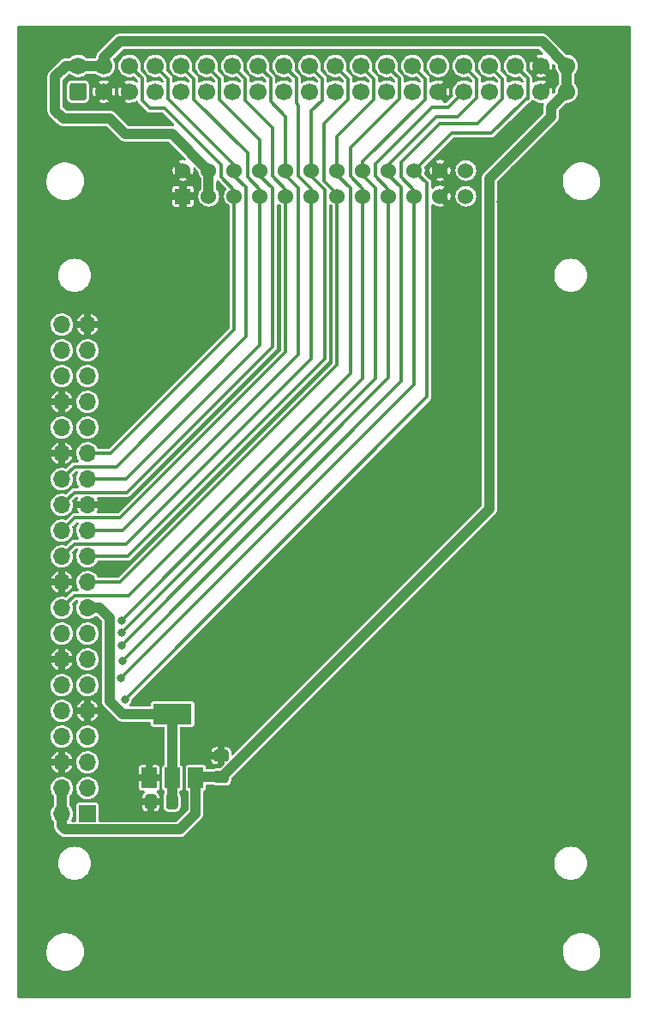
<source format=gbr>
G04 #@! TF.GenerationSoftware,KiCad,Pcbnew,(6.0.4)*
G04 #@! TF.CreationDate,2022-04-21T23:03:09-04:00*
G04 #@! TF.ProjectId,Input_Adapter,496e7075-745f-4416-9461-707465722e6b,v2*
G04 #@! TF.SameCoordinates,Original*
G04 #@! TF.FileFunction,Copper,L1,Top*
G04 #@! TF.FilePolarity,Positive*
%FSLAX46Y46*%
G04 Gerber Fmt 4.6, Leading zero omitted, Abs format (unit mm)*
G04 Created by KiCad (PCBNEW (6.0.4)) date 2022-04-21 23:03:09*
%MOMM*%
%LPD*%
G01*
G04 APERTURE LIST*
G04 #@! TA.AperFunction,ComponentPad*
%ADD10O,1.700000X1.700000*%
G04 #@! TD*
G04 #@! TA.AperFunction,ComponentPad*
%ADD11R,1.700000X1.700000*%
G04 #@! TD*
G04 #@! TA.AperFunction,SMDPad,CuDef*
%ADD12R,1.500000X2.000000*%
G04 #@! TD*
G04 #@! TA.AperFunction,SMDPad,CuDef*
%ADD13R,3.800000X2.000000*%
G04 #@! TD*
G04 #@! TA.AperFunction,ComponentPad*
%ADD14R,1.530000X1.530000*%
G04 #@! TD*
G04 #@! TA.AperFunction,ComponentPad*
%ADD15C,1.530000*%
G04 #@! TD*
G04 #@! TA.AperFunction,ComponentPad*
%ADD16C,1.700000*%
G04 #@! TD*
G04 #@! TA.AperFunction,ViaPad*
%ADD17C,0.800000*%
G04 #@! TD*
G04 #@! TA.AperFunction,Conductor*
%ADD18C,1.000000*%
G04 #@! TD*
G04 #@! TA.AperFunction,Conductor*
%ADD19C,0.350000*%
G04 #@! TD*
G04 APERTURE END LIST*
D10*
G04 #@! TO.P,J1,40,GPIO21/SCLK1*
G04 #@! TO.N,unconnected-(J1-Pad40)*
X103660000Y-68140000D03*
G04 #@! TO.P,J1,39,GND*
G04 #@! TO.N,GND*
X106200000Y-68140000D03*
G04 #@! TO.P,J1,38,GPIO20/MOSI1*
G04 #@! TO.N,unconnected-(J1-Pad38)*
X103660000Y-70680000D03*
G04 #@! TO.P,J1,37,GPIO26*
G04 #@! TO.N,unconnected-(J1-Pad37)*
X106200000Y-70680000D03*
G04 #@! TO.P,J1,36,GPIO16*
G04 #@! TO.N,unconnected-(J1-Pad36)*
X103660000Y-73220000D03*
G04 #@! TO.P,J1,35,GPIO19/MISO1*
G04 #@! TO.N,unconnected-(J1-Pad35)*
X106200000Y-73220000D03*
G04 #@! TO.P,J1,34,GND*
G04 #@! TO.N,GND*
X103660000Y-75760000D03*
G04 #@! TO.P,J1,33,PWM1/GPIO13*
G04 #@! TO.N,unconnected-(J1-Pad33)*
X106200000Y-75760000D03*
G04 #@! TO.P,J1,32,PWM0/GPIO12*
G04 #@! TO.N,unconnected-(J1-Pad32)*
X103660000Y-78300000D03*
G04 #@! TO.P,J1,31,GCLK2/GPIO6*
G04 #@! TO.N,unconnected-(J1-Pad31)*
X106200000Y-78300000D03*
G04 #@! TO.P,J1,30,GND*
G04 #@! TO.N,GND*
X103660000Y-80840000D03*
G04 #@! TO.P,J1,29,GCLK1/GPIO5*
G04 #@! TO.N,OUT17*
X106200000Y-80840000D03*
G04 #@! TO.P,J1,28,ID_SC/GPIO1*
G04 #@! TO.N,OUT18*
X103660000Y-83380000D03*
G04 #@! TO.P,J1,27,ID_SD/GPIO0*
G04 #@! TO.N,OUT19*
X106200000Y-83380000D03*
G04 #@! TO.P,J1,26,~{CE1}/GPIO7*
G04 #@! TO.N,OUT20*
X103660000Y-85920000D03*
G04 #@! TO.P,J1,25,GND*
G04 #@! TO.N,GND*
X106200000Y-85920000D03*
G04 #@! TO.P,J1,24,~{CE0}/GPIO8*
G04 #@! TO.N,OUT21*
X103660000Y-88460000D03*
G04 #@! TO.P,J1,23,SCLK0/GPIO11*
G04 #@! TO.N,OUT22*
X106200000Y-88460000D03*
G04 #@! TO.P,J1,22,GPIO25*
G04 #@! TO.N,OUT23*
X103660000Y-91000000D03*
G04 #@! TO.P,J1,21,MISO0/GPIO9*
G04 #@! TO.N,OUT24*
X106200000Y-91000000D03*
G04 #@! TO.P,J1,20,GND*
G04 #@! TO.N,GND*
X103660000Y-93540000D03*
G04 #@! TO.P,J1,19,MOSI0/GPIO10*
G04 #@! TO.N,OUT25*
X106200000Y-93540000D03*
G04 #@! TO.P,J1,18,GPIO24*
G04 #@! TO.N,OUT26*
X103660000Y-96080000D03*
G04 #@! TO.P,J1,17,3V3*
G04 #@! TO.N,+3V3*
X106200000Y-96080000D03*
G04 #@! TO.P,J1,16,GPIO23*
G04 #@! TO.N,OUT27*
X103660000Y-98620000D03*
G04 #@! TO.P,J1,15,GPIO22*
G04 #@! TO.N,OUT28*
X106200000Y-98620000D03*
G04 #@! TO.P,J1,14,GND*
G04 #@! TO.N,GND*
X103660000Y-101160000D03*
G04 #@! TO.P,J1,13,GPIO27*
G04 #@! TO.N,OUT29*
X106200000Y-101160000D03*
G04 #@! TO.P,J1,12,GPIO18/PWM0*
G04 #@! TO.N,OUT30*
X103660000Y-103700000D03*
G04 #@! TO.P,J1,11,GPIO17*
G04 #@! TO.N,OUT31*
X106200000Y-103700000D03*
G04 #@! TO.P,J1,10,GPIO15/RXD*
G04 #@! TO.N,unconnected-(J1-Pad10)*
X103660000Y-106240000D03*
G04 #@! TO.P,J1,9,GND*
G04 #@! TO.N,GND*
X106200000Y-106240000D03*
G04 #@! TO.P,J1,8,GPIO14/TXD*
G04 #@! TO.N,unconnected-(J1-Pad8)*
X103660000Y-108780000D03*
G04 #@! TO.P,J1,7,GCLK0/GPIO4*
G04 #@! TO.N,OUT32*
X106200000Y-108780000D03*
G04 #@! TO.P,J1,6,GND*
G04 #@! TO.N,GND*
X103660000Y-111320000D03*
G04 #@! TO.P,J1,5,SCL/GPIO3*
G04 #@! TO.N,unconnected-(J1-Pad5)*
X106200000Y-111320000D03*
G04 #@! TO.P,J1,4,5V*
G04 #@! TO.N,+5V*
X103660000Y-113860000D03*
G04 #@! TO.P,J1,3,SDA/GPIO2*
G04 #@! TO.N,unconnected-(J1-Pad3)*
X106200000Y-113860000D03*
G04 #@! TO.P,J1,2,5V*
G04 #@! TO.N,+5V*
X103660000Y-116400000D03*
D11*
G04 #@! TO.P,J1,1,3V3*
G04 #@! TO.N,unconnected-(J1-Pad1)*
X106200000Y-116400000D03*
G04 #@! TD*
D12*
G04 #@! TO.P,U1,3,VI*
G04 #@! TO.N,+5V*
X116900000Y-112850000D03*
G04 #@! TO.P,U1,2,VO*
G04 #@! TO.N,+3V3*
X114600000Y-112850000D03*
D13*
X114600000Y-106550000D03*
D12*
G04 #@! TO.P,U1,1,GND*
G04 #@! TO.N,GND*
X112300000Y-112850000D03*
G04 #@! TD*
G04 #@! TO.P,C2,1*
G04 #@! TO.N,+3V3*
G04 #@! TA.AperFunction,SMDPad,CuDef*
G36*
G01*
X115125000Y-114725000D02*
X115125000Y-115675000D01*
G75*
G02*
X114875000Y-115925000I-250000J0D01*
G01*
X114200000Y-115925000D01*
G75*
G02*
X113950000Y-115675000I0J250000D01*
G01*
X113950000Y-114725000D01*
G75*
G02*
X114200000Y-114475000I250000J0D01*
G01*
X114875000Y-114475000D01*
G75*
G02*
X115125000Y-114725000I0J-250000D01*
G01*
G37*
G04 #@! TD.AperFunction*
G04 #@! TO.P,C2,2*
G04 #@! TO.N,GND*
G04 #@! TA.AperFunction,SMDPad,CuDef*
G36*
G01*
X113050000Y-114725000D02*
X113050000Y-115675000D01*
G75*
G02*
X112800000Y-115925000I-250000J0D01*
G01*
X112125000Y-115925000D01*
G75*
G02*
X111875000Y-115675000I0J250000D01*
G01*
X111875000Y-114725000D01*
G75*
G02*
X112125000Y-114475000I250000J0D01*
G01*
X112800000Y-114475000D01*
G75*
G02*
X113050000Y-114725000I0J-250000D01*
G01*
G37*
G04 #@! TD.AperFunction*
G04 #@! TD*
G04 #@! TO.P,C1,1*
G04 #@! TO.N,+5V*
G04 #@! TA.AperFunction,SMDPad,CuDef*
G36*
G01*
X119875000Y-113325000D02*
X118925000Y-113325000D01*
G75*
G02*
X118675000Y-113075000I0J250000D01*
G01*
X118675000Y-112400000D01*
G75*
G02*
X118925000Y-112150000I250000J0D01*
G01*
X119875000Y-112150000D01*
G75*
G02*
X120125000Y-112400000I0J-250000D01*
G01*
X120125000Y-113075000D01*
G75*
G02*
X119875000Y-113325000I-250000J0D01*
G01*
G37*
G04 #@! TD.AperFunction*
G04 #@! TO.P,C1,2*
G04 #@! TO.N,GND*
G04 #@! TA.AperFunction,SMDPad,CuDef*
G36*
G01*
X119875000Y-111250000D02*
X118925000Y-111250000D01*
G75*
G02*
X118675000Y-111000000I0J250000D01*
G01*
X118675000Y-110325000D01*
G75*
G02*
X118925000Y-110075000I250000J0D01*
G01*
X119875000Y-110075000D01*
G75*
G02*
X120125000Y-110325000I0J-250000D01*
G01*
X120125000Y-111000000D01*
G75*
G02*
X119875000Y-111250000I-250000J0D01*
G01*
G37*
G04 #@! TD.AperFunction*
G04 #@! TD*
D14*
G04 #@! TO.P,J2,1,Pin_1*
G04 #@! TO.N,GND*
X115630000Y-55470000D03*
D15*
G04 #@! TO.P,J2,2,Pin_2*
X115630000Y-52930000D03*
G04 #@! TO.P,J2,3,Pin_3*
G04 #@! TO.N,+5V*
X118170000Y-55470000D03*
G04 #@! TO.P,J2,4,Pin_4*
X118170000Y-52930000D03*
G04 #@! TO.P,J2,5,Pin_5*
G04 #@! TO.N,OUT17*
X120710000Y-55470000D03*
G04 #@! TO.P,J2,6,Pin_6*
G04 #@! TO.N,OUT18*
X120710000Y-52930000D03*
G04 #@! TO.P,J2,7,Pin_7*
G04 #@! TO.N,OUT19*
X123250000Y-55470000D03*
G04 #@! TO.P,J2,8,Pin_8*
G04 #@! TO.N,OUT20*
X123250000Y-52930000D03*
G04 #@! TO.P,J2,9,Pin_9*
G04 #@! TO.N,OUT21*
X125790000Y-55470000D03*
G04 #@! TO.P,J2,10,Pin_10*
G04 #@! TO.N,OUT22*
X125790000Y-52930000D03*
G04 #@! TO.P,J2,11,Pin_11*
G04 #@! TO.N,OUT23*
X128330000Y-55470000D03*
G04 #@! TO.P,J2,12,Pin_12*
G04 #@! TO.N,OUT24*
X128330000Y-52930000D03*
G04 #@! TO.P,J2,13,Pin_13*
G04 #@! TO.N,OUT25*
X130870000Y-55470000D03*
G04 #@! TO.P,J2,14,Pin_14*
G04 #@! TO.N,OUT26*
X130870000Y-52930000D03*
G04 #@! TO.P,J2,15,Pin_15*
G04 #@! TO.N,OUT27*
X133410000Y-55470000D03*
G04 #@! TO.P,J2,16,Pin_16*
G04 #@! TO.N,OUT28*
X133410000Y-52930000D03*
G04 #@! TO.P,J2,17,Pin_17*
G04 #@! TO.N,OUT29*
X135950000Y-55470000D03*
G04 #@! TO.P,J2,18,Pin_18*
G04 #@! TO.N,OUT30*
X135950000Y-52930000D03*
G04 #@! TO.P,J2,19,Pin_19*
G04 #@! TO.N,OUT31*
X138490000Y-55470000D03*
G04 #@! TO.P,J2,20,Pin_20*
G04 #@! TO.N,OUT32*
X138490000Y-52930000D03*
G04 #@! TO.P,J2,21,Pin_21*
G04 #@! TO.N,GND*
X141030000Y-55470000D03*
G04 #@! TO.P,J2,22,Pin_22*
X141030000Y-52930000D03*
G04 #@! TO.P,J2,23,Pin_23*
G04 #@! TO.N,unconnected-(J2-Pad23)*
X143570000Y-55470000D03*
G04 #@! TO.P,J2,24,Pin_24*
G04 #@! TO.N,unconnected-(J2-Pad24)*
X143570000Y-52930000D03*
G04 #@! TD*
G04 #@! TO.P,J3,1,Pin_1*
G04 #@! TO.N,unconnected-(J3-Pad1)*
G04 #@! TA.AperFunction,ComponentPad*
G36*
G01*
X105870000Y-46002500D02*
X104670000Y-46002500D01*
G75*
G02*
X104420000Y-45752500I0J250000D01*
G01*
X104420000Y-44552500D01*
G75*
G02*
X104670000Y-44302500I250000J0D01*
G01*
X105870000Y-44302500D01*
G75*
G02*
X106120000Y-44552500I0J-250000D01*
G01*
X106120000Y-45752500D01*
G75*
G02*
X105870000Y-46002500I-250000J0D01*
G01*
G37*
G04 #@! TD.AperFunction*
D16*
G04 #@! TO.P,J3,2,Pin_2*
G04 #@! TO.N,+5V*
X105270000Y-42612500D03*
G04 #@! TO.P,J3,3,Pin_3*
G04 #@! TO.N,GND*
X107810000Y-45152500D03*
G04 #@! TO.P,J3,4,Pin_4*
G04 #@! TO.N,+5V*
X107810000Y-42612500D03*
G04 #@! TO.P,J3,5,Pin_5*
G04 #@! TO.N,GND*
X110350000Y-45152500D03*
G04 #@! TO.P,J3,6,Pin_6*
G04 #@! TO.N,OUT17*
X110350000Y-42612500D03*
G04 #@! TO.P,J3,7,Pin_7*
G04 #@! TO.N,GND*
X112890000Y-45152500D03*
G04 #@! TO.P,J3,8,Pin_8*
G04 #@! TO.N,OUT18*
X112890000Y-42612500D03*
G04 #@! TO.P,J3,9,Pin_9*
G04 #@! TO.N,GND*
X115430000Y-45152500D03*
G04 #@! TO.P,J3,10,Pin_10*
G04 #@! TO.N,OUT19*
X115430000Y-42612500D03*
G04 #@! TO.P,J3,11,Pin_11*
G04 #@! TO.N,GND*
X117970000Y-45152500D03*
G04 #@! TO.P,J3,12,Pin_12*
G04 #@! TO.N,OUT20*
X117970000Y-42612500D03*
G04 #@! TO.P,J3,13,Pin_13*
G04 #@! TO.N,GND*
X120510000Y-45152500D03*
G04 #@! TO.P,J3,14,Pin_14*
G04 #@! TO.N,OUT21*
X120510000Y-42612500D03*
G04 #@! TO.P,J3,15,Pin_15*
G04 #@! TO.N,GND*
X123050000Y-45152500D03*
G04 #@! TO.P,J3,16,Pin_16*
G04 #@! TO.N,OUT22*
X123050000Y-42612500D03*
G04 #@! TO.P,J3,17,Pin_17*
G04 #@! TO.N,GND*
X125590000Y-45152500D03*
G04 #@! TO.P,J3,18,Pin_18*
G04 #@! TO.N,OUT23*
X125590000Y-42612500D03*
G04 #@! TO.P,J3,19,Pin_19*
G04 #@! TO.N,GND*
X128130000Y-45152500D03*
G04 #@! TO.P,J3,20,Pin_20*
G04 #@! TO.N,OUT24*
X128130000Y-42612500D03*
G04 #@! TO.P,J3,21,Pin_21*
G04 #@! TO.N,GND*
X130670000Y-45152500D03*
G04 #@! TO.P,J3,22,Pin_22*
G04 #@! TO.N,OUT25*
X130670000Y-42612500D03*
G04 #@! TO.P,J3,23,Pin_23*
G04 #@! TO.N,GND*
X133210000Y-45152500D03*
G04 #@! TO.P,J3,24,Pin_24*
G04 #@! TO.N,OUT26*
X133210000Y-42612500D03*
G04 #@! TO.P,J3,25,Pin_25*
G04 #@! TO.N,GND*
X135750000Y-45152500D03*
G04 #@! TO.P,J3,26,Pin_26*
G04 #@! TO.N,OUT27*
X135750000Y-42612500D03*
G04 #@! TO.P,J3,27,Pin_27*
G04 #@! TO.N,GND*
X138290000Y-45152500D03*
G04 #@! TO.P,J3,28,Pin_28*
G04 #@! TO.N,OUT28*
X138290000Y-42612500D03*
G04 #@! TO.P,J3,29,Pin_29*
G04 #@! TO.N,GND*
X140830000Y-45152500D03*
G04 #@! TO.P,J3,30,Pin_30*
G04 #@! TO.N,unconnected-(J3-Pad30)*
X140830000Y-42612500D03*
G04 #@! TO.P,J3,31,Pin_31*
G04 #@! TO.N,OUT29*
X143370000Y-45152500D03*
G04 #@! TO.P,J3,32,Pin_32*
G04 #@! TO.N,OUT30*
X143370000Y-42612500D03*
G04 #@! TO.P,J3,33,Pin_33*
G04 #@! TO.N,GND*
X145910000Y-45152500D03*
G04 #@! TO.P,J3,34,Pin_34*
G04 #@! TO.N,OUT31*
X145910000Y-42612500D03*
G04 #@! TO.P,J3,35,Pin_35*
G04 #@! TO.N,GND*
X148450000Y-45152500D03*
G04 #@! TO.P,J3,36,Pin_36*
G04 #@! TO.N,OUT32*
X148450000Y-42612500D03*
G04 #@! TO.P,J3,37,Pin_37*
G04 #@! TO.N,GND*
X150990000Y-45152500D03*
G04 #@! TO.P,J3,38,Pin_38*
X150990000Y-42612500D03*
G04 #@! TO.P,J3,39,Pin_39*
G04 #@! TO.N,+5V*
X153530000Y-45152500D03*
G04 #@! TO.P,J3,40,Pin_40*
X153530000Y-42612500D03*
G04 #@! TD*
D17*
G04 #@! TO.N,GND*
X133000000Y-96000000D03*
X124000000Y-105000000D03*
X144000000Y-62000000D03*
X144000000Y-71000000D03*
X143000000Y-85000000D03*
X140000000Y-96000000D03*
X130000000Y-108000000D03*
X140000000Y-108000000D03*
X110000000Y-120000000D03*
X120000000Y-120000000D03*
X130000000Y-120000000D03*
X140000000Y-119000000D03*
X149000000Y-119000000D03*
X149000000Y-108000000D03*
X148000000Y-96000000D03*
X148000000Y-83000000D03*
X148000000Y-71000000D03*
X148000000Y-62000000D03*
X112500000Y-116700000D03*
X110800000Y-116450000D03*
X110800000Y-115200000D03*
X110350000Y-114200000D03*
X110400000Y-108350000D03*
X110350000Y-109750000D03*
X110350000Y-111350000D03*
X110350000Y-112800000D03*
X112250000Y-109400000D03*
X112250000Y-110700000D03*
X120300000Y-107500000D03*
X120250000Y-109100000D03*
X118850000Y-109100000D03*
X118900000Y-107500000D03*
X113650000Y-103150000D03*
X120600000Y-96200000D03*
X127250000Y-89450000D03*
X141000000Y-76000000D03*
X134850000Y-82150000D03*
X141000000Y-61400000D03*
X141050000Y-57600000D03*
X119400000Y-68200000D03*
X114000000Y-73400000D03*
X108650000Y-78900000D03*
G04 #@! TO.N,OUT32*
X109900000Y-105100000D03*
G04 #@! TO.N,OUT31*
X109500000Y-103000000D03*
G04 #@! TO.N,OUT30*
X109650000Y-101300000D03*
G04 #@! TO.N,OUT29*
X109550000Y-99750000D03*
G04 #@! TO.N,OUT28*
X109600000Y-98500000D03*
G04 #@! TO.N,OUT27*
X109550000Y-97300000D03*
G04 #@! TO.N,GND*
X142550000Y-51000000D03*
X110000000Y-127000000D03*
X119300000Y-57500000D03*
X100700000Y-41900000D03*
X148382208Y-52822720D03*
X158000000Y-121000000D03*
X155650000Y-45550000D03*
X158000000Y-71000000D03*
X130000000Y-127000000D03*
X156150000Y-42350000D03*
X107100000Y-39950000D03*
X158000000Y-83000000D03*
X158000000Y-108000000D03*
X158000000Y-50000000D03*
X158000000Y-60000000D03*
X101000000Y-49300000D03*
X120000000Y-127000000D03*
X149000000Y-127000000D03*
X100900000Y-46250000D03*
X140000000Y-127000000D03*
X147000000Y-56000000D03*
X113650000Y-51100000D03*
X158000000Y-96000000D03*
X101150000Y-58500000D03*
X153600000Y-40050000D03*
G04 #@! TD*
D18*
G04 #@! TO.N,+3V3*
X109650000Y-106550000D02*
X114600000Y-106550000D01*
X108400000Y-97100000D02*
X108400000Y-105300000D01*
X108400000Y-105300000D02*
X109650000Y-106550000D01*
X107380000Y-96080000D02*
X108400000Y-97100000D01*
X106200000Y-96080000D02*
X107380000Y-96080000D01*
D19*
G04 #@! TO.N,OUT17*
X108460000Y-80840000D02*
X106200000Y-80840000D01*
X120710000Y-68590000D02*
X108460000Y-80840000D01*
X120710000Y-55470000D02*
X120710000Y-68590000D01*
G04 #@! TO.N,OUT18*
X104884511Y-82155489D02*
X103660000Y-83380000D01*
X121849511Y-69350489D02*
X109044511Y-82155489D01*
X120710000Y-53460000D02*
X121849511Y-54599511D01*
X121849511Y-54599511D02*
X121849511Y-69350489D01*
X109044511Y-82155489D02*
X104884511Y-82155489D01*
X120710000Y-52930000D02*
X120710000Y-53460000D01*
G04 #@! TO.N,OUT19*
X110022125Y-83380000D02*
X106200000Y-83380000D01*
X123250000Y-70152125D02*
X110022125Y-83380000D01*
X123250000Y-55470000D02*
X123250000Y-70152125D01*
G04 #@! TO.N,OUT20*
X110104511Y-84695489D02*
X104884511Y-84695489D01*
X104884511Y-84695489D02*
X103660000Y-85920000D01*
X124500000Y-54700000D02*
X124500000Y-70300000D01*
X124500000Y-70300000D02*
X110104511Y-84695489D01*
X123250000Y-53450000D02*
X124500000Y-54700000D01*
X123250000Y-52930000D02*
X123250000Y-53450000D01*
G04 #@! TO.N,OUT21*
X104920000Y-87200000D02*
X103660000Y-88460000D01*
X109400000Y-87200000D02*
X104920000Y-87200000D01*
X125790000Y-70810000D02*
X109400000Y-87200000D01*
X125790000Y-55470000D02*
X125790000Y-70810000D01*
G04 #@! TO.N,OUT22*
X127050000Y-54627126D02*
X125790000Y-53367126D01*
X127050000Y-71100000D02*
X127050000Y-54627126D01*
X109690000Y-88460000D02*
X127050000Y-71100000D01*
X106200000Y-88460000D02*
X109690000Y-88460000D01*
X125790000Y-53367126D02*
X125790000Y-52930000D01*
G04 #@! TO.N,OUT23*
X104884511Y-89775489D02*
X103660000Y-91000000D01*
X128330000Y-71470000D02*
X110024511Y-89775489D01*
X128330000Y-55470000D02*
X128330000Y-71470000D01*
X110024511Y-89775489D02*
X104884511Y-89775489D01*
G04 #@! TO.N,OUT24*
X110150000Y-91000000D02*
X106200000Y-91000000D01*
X129650000Y-71500000D02*
X110150000Y-91000000D01*
X128330000Y-53507126D02*
X129650000Y-54827126D01*
X128330000Y-52930000D02*
X128330000Y-53507126D01*
X129650000Y-54827126D02*
X129650000Y-71500000D01*
G04 #@! TO.N,OUT25*
X109410000Y-93540000D02*
X106200000Y-93540000D01*
X130870000Y-72080000D02*
X109410000Y-93540000D01*
X130870000Y-55470000D02*
X130870000Y-72080000D01*
G04 #@! TO.N,OUT26*
X104884511Y-94855489D02*
X103660000Y-96080000D01*
X132150000Y-72950000D02*
X110244511Y-94855489D01*
X132150000Y-54700000D02*
X132150000Y-72950000D01*
X130870000Y-53420000D02*
X132150000Y-54700000D01*
X130870000Y-52930000D02*
X130870000Y-53420000D01*
X110244511Y-94855489D02*
X104884511Y-94855489D01*
G04 #@! TO.N,OUT27*
X133410000Y-73440000D02*
X109550000Y-97300000D01*
X133410000Y-55470000D02*
X133410000Y-73440000D01*
G04 #@! TO.N,OUT28*
X133410000Y-53410000D02*
X134650000Y-54650000D01*
X134650000Y-54650000D02*
X134650000Y-73450000D01*
X133410000Y-52930000D02*
X133410000Y-53410000D01*
X134650000Y-73450000D02*
X109600000Y-98500000D01*
G04 #@! TO.N,OUT29*
X135950000Y-73350000D02*
X109550000Y-99750000D01*
X135950000Y-55470000D02*
X135950000Y-73350000D01*
G04 #@! TO.N,OUT30*
X137200000Y-54600000D02*
X137200000Y-73750000D01*
X135950000Y-53350000D02*
X137200000Y-54600000D01*
X137200000Y-73750000D02*
X109650000Y-101300000D01*
X135950000Y-52930000D02*
X135950000Y-53350000D01*
G04 #@! TO.N,OUT31*
X138490000Y-74010000D02*
X109500000Y-103000000D01*
X138490000Y-55470000D02*
X138490000Y-74010000D01*
G04 #@! TO.N,OUT32*
X139750000Y-54190000D02*
X139750000Y-75250000D01*
X138490000Y-52930000D02*
X139750000Y-54190000D01*
X139750000Y-75250000D02*
X109900000Y-105100000D01*
D18*
G04 #@! TO.N,+3V3*
X114600000Y-112850000D02*
X114600000Y-106550000D01*
X114537500Y-112912500D02*
X114600000Y-112850000D01*
X114537500Y-115200000D02*
X114537500Y-112912500D01*
G04 #@! TO.N,+5V*
X116900000Y-116350000D02*
X116900000Y-112850000D01*
X115300489Y-117949511D02*
X116900000Y-116350000D01*
X104007430Y-117949511D02*
X115300489Y-117949511D01*
X103660000Y-116400000D02*
X103660000Y-117602081D01*
X103660000Y-117602081D02*
X104007430Y-117949511D01*
X103660000Y-113860000D02*
X103660000Y-116400000D01*
X117012500Y-112737500D02*
X116900000Y-112850000D01*
X119400000Y-112737500D02*
X117012500Y-112737500D01*
X119480324Y-112737500D02*
X119400000Y-112737500D01*
X145900000Y-86317824D02*
X119480324Y-112737500D01*
X145900000Y-53750000D02*
X145900000Y-86317824D01*
X151980489Y-47669511D02*
X145900000Y-53750000D01*
X151980489Y-46702011D02*
X151980489Y-47669511D01*
X153530000Y-45152500D02*
X151980489Y-46702011D01*
D19*
G04 #@! TO.N,OUT32*
X149023478Y-46339777D02*
X146087765Y-49275489D01*
X149535754Y-45827500D02*
X149023478Y-46339777D01*
X142144511Y-49275489D02*
X138490000Y-52930000D01*
X149700000Y-43862500D02*
X149700000Y-45827500D01*
X146087765Y-49275489D02*
X142144511Y-49275489D01*
X148450000Y-42612500D02*
X149700000Y-43862500D01*
X149700000Y-45827500D02*
X149535754Y-45827500D01*
D18*
G04 #@! TO.N,+5V*
X103800000Y-47800000D02*
X103000000Y-47000000D01*
X109900000Y-49300000D02*
X108400000Y-47800000D01*
X103000000Y-47000000D02*
X103000000Y-43680419D01*
X104067919Y-42612500D02*
X105270000Y-42612500D01*
X114540000Y-49300000D02*
X109900000Y-49300000D01*
X103000000Y-43680419D02*
X104067919Y-42612500D01*
X118170000Y-52930000D02*
X114540000Y-49300000D01*
X108400000Y-47800000D02*
X103800000Y-47800000D01*
D19*
G04 #@! TO.N,OUT27*
X137000000Y-45850000D02*
X132150000Y-50700000D01*
X135750000Y-42612500D02*
X137000000Y-43862500D01*
X133410000Y-54760000D02*
X133410000Y-55470000D01*
X137000000Y-43862500D02*
X137000000Y-45850000D01*
X132150000Y-53500000D02*
X133410000Y-54760000D01*
X132150000Y-50700000D02*
X132150000Y-53500000D01*
G04 #@! TO.N,OUT28*
X133410000Y-52930000D02*
X133410000Y-52040000D01*
X133410000Y-52040000D02*
X139550000Y-45900000D01*
X139550000Y-45900000D02*
X139550000Y-43872500D01*
X139550000Y-43872500D02*
X138290000Y-42612500D01*
G04 #@! TO.N,OUT29*
X134650000Y-52250000D02*
X140200000Y-46700000D01*
X135950000Y-55470000D02*
X135950000Y-54800000D01*
X140200000Y-46700000D02*
X141822500Y-46700000D01*
X135950000Y-54800000D02*
X134650000Y-53500000D01*
X134650000Y-53500000D02*
X134650000Y-52250000D01*
X141822500Y-46700000D02*
X143370000Y-45152500D01*
G04 #@! TO.N,OUT30*
X144650000Y-43892500D02*
X144650000Y-45800000D01*
X135950000Y-52350000D02*
X135950000Y-52930000D01*
X143370000Y-42612500D02*
X144650000Y-43892500D01*
X144650000Y-45800000D02*
X142800000Y-47650000D01*
X140650000Y-47650000D02*
X135950000Y-52350000D01*
X142800000Y-47650000D02*
X140650000Y-47650000D01*
G04 #@! TO.N,OUT31*
X147200000Y-45850000D02*
X147200000Y-43902500D01*
X137200000Y-53600000D02*
X137200000Y-52100000D01*
X137200000Y-52100000D02*
X140950000Y-48350000D01*
X138490000Y-54890000D02*
X137200000Y-53600000D01*
X138490000Y-55470000D02*
X138490000Y-54890000D01*
X144700000Y-48350000D02*
X147200000Y-45850000D01*
X147200000Y-43902500D02*
X145910000Y-42612500D01*
X140950000Y-48350000D02*
X144700000Y-48350000D01*
G04 #@! TO.N,OUT26*
X134500000Y-43902500D02*
X134500000Y-45950000D01*
X130870000Y-49580000D02*
X130870000Y-52930000D01*
X134500000Y-45950000D02*
X130870000Y-49580000D01*
X133210000Y-42612500D02*
X134500000Y-43902500D01*
G04 #@! TO.N,OUT23*
X127000000Y-53450000D02*
X128330000Y-54780000D01*
X125590000Y-42612500D02*
X126814511Y-43837011D01*
X128330000Y-54780000D02*
X128330000Y-55470000D01*
X126814511Y-43837011D02*
X126814511Y-46314511D01*
X127000000Y-46500000D02*
X127000000Y-53450000D01*
X126814511Y-46314511D02*
X127000000Y-46500000D01*
G04 #@! TO.N,OUT17*
X119400000Y-52377126D02*
X113822874Y-46800000D01*
X119400000Y-53600000D02*
X119400000Y-52377126D01*
X113822874Y-46800000D02*
X112400000Y-46800000D01*
X112400000Y-46800000D02*
X111600000Y-46000000D01*
X111600000Y-46000000D02*
X111600000Y-43862500D01*
X111600000Y-43862500D02*
X110350000Y-42612500D01*
X120710000Y-55470000D02*
X120710000Y-54910000D01*
X120710000Y-54910000D02*
X119400000Y-53600000D01*
G04 #@! TO.N,OUT18*
X120710000Y-52410000D02*
X120710000Y-52930000D01*
X114150000Y-43872500D02*
X114150000Y-45850000D01*
X114150000Y-45850000D02*
X120710000Y-52410000D01*
X112890000Y-42612500D02*
X114150000Y-43872500D01*
G04 #@! TO.N,OUT22*
X124274511Y-46124511D02*
X125790000Y-47640000D01*
X123050000Y-42612500D02*
X124274511Y-43837011D01*
X124274511Y-43837011D02*
X124274511Y-46124511D01*
X125790000Y-47640000D02*
X125790000Y-52930000D01*
G04 #@! TO.N,OUT21*
X124500000Y-53500000D02*
X124500000Y-48750000D01*
X125790000Y-55470000D02*
X125790000Y-54790000D01*
X121800000Y-43902500D02*
X120510000Y-42612500D01*
X121800000Y-46050000D02*
X121800000Y-43902500D01*
X124500000Y-48750000D02*
X121800000Y-46050000D01*
X125790000Y-54790000D02*
X124500000Y-53500000D01*
G04 #@! TO.N,OUT19*
X123250000Y-55470000D02*
X123250000Y-54850000D01*
X122000000Y-51200000D02*
X116700000Y-45900000D01*
X123250000Y-54850000D02*
X122000000Y-53600000D01*
X116700000Y-43882500D02*
X115430000Y-42612500D01*
X116700000Y-45900000D02*
X116700000Y-43882500D01*
X122000000Y-53600000D02*
X122000000Y-51200000D01*
G04 #@! TO.N,OUT20*
X123250000Y-49900000D02*
X123250000Y-52930000D01*
X117970000Y-42612500D02*
X119250000Y-43892500D01*
X119250000Y-43892500D02*
X119250000Y-45900000D01*
X119250000Y-45900000D02*
X123250000Y-49900000D01*
D18*
G04 #@! TO.N,+5V*
X109400000Y-40200000D02*
X107810000Y-41790000D01*
X151117500Y-40200000D02*
X109400000Y-40200000D01*
X107810000Y-41790000D02*
X107810000Y-42612500D01*
X153530000Y-42612500D02*
X151117500Y-40200000D01*
X153530000Y-45152500D02*
X153530000Y-42612500D01*
X118170000Y-55470000D02*
X118170000Y-52930000D01*
X107810000Y-42612500D02*
X105270000Y-42612500D01*
D19*
G04 #@! TO.N,OUT25*
X130870000Y-55270000D02*
X130870000Y-55470000D01*
X131950000Y-45950000D02*
X129600000Y-48300000D01*
X129600000Y-48300000D02*
X129600000Y-54000000D01*
X131950000Y-43892500D02*
X131950000Y-45950000D01*
X130670000Y-42612500D02*
X131950000Y-43892500D01*
X129600000Y-54000000D02*
X130870000Y-55270000D01*
G04 #@! TO.N,OUT24*
X129400000Y-43882500D02*
X129400000Y-46000000D01*
X129400000Y-46000000D02*
X128330000Y-47070000D01*
X128330000Y-47070000D02*
X128330000Y-52930000D01*
X128130000Y-42612500D02*
X129400000Y-43882500D01*
G04 #@! TD*
G04 #@! TA.AperFunction,Conductor*
G04 #@! TO.N,GND*
G36*
X159787621Y-38674502D02*
G01*
X159834114Y-38728158D01*
X159845500Y-38780500D01*
X159845500Y-134419500D01*
X159825498Y-134487621D01*
X159771842Y-134534114D01*
X159719500Y-134545500D01*
X99380500Y-134545500D01*
X99312379Y-134525498D01*
X99265886Y-134471842D01*
X99254500Y-134419500D01*
X99254500Y-130042186D01*
X102141018Y-130042186D01*
X102166579Y-130310100D01*
X102230547Y-130571518D01*
X102331583Y-130820963D01*
X102467569Y-131053210D01*
X102635658Y-131263395D01*
X102832327Y-131447113D01*
X103053457Y-131600516D01*
X103294416Y-131720391D01*
X103298750Y-131721812D01*
X103298753Y-131721813D01*
X103545823Y-131802807D01*
X103545829Y-131802808D01*
X103550156Y-131804227D01*
X103554647Y-131805007D01*
X103554648Y-131805007D01*
X103811538Y-131849611D01*
X103811546Y-131849612D01*
X103815319Y-131850267D01*
X103819156Y-131850458D01*
X103898777Y-131854422D01*
X103898785Y-131854422D01*
X103900348Y-131854500D01*
X104068374Y-131854500D01*
X104070642Y-131854335D01*
X104070654Y-131854335D01*
X104201457Y-131844844D01*
X104268425Y-131839985D01*
X104272880Y-131839001D01*
X104272883Y-131839001D01*
X104526770Y-131782947D01*
X104526772Y-131782946D01*
X104531226Y-131781963D01*
X104782900Y-131686613D01*
X105018172Y-131555931D01*
X105164842Y-131443996D01*
X105228491Y-131395421D01*
X105228495Y-131395417D01*
X105232116Y-131392654D01*
X105420249Y-131200203D01*
X105527242Y-131053210D01*
X105575942Y-130986304D01*
X105575947Y-130986297D01*
X105578630Y-130982610D01*
X105703941Y-130744433D01*
X105793557Y-130490662D01*
X105818688Y-130363156D01*
X105844720Y-130231083D01*
X105844721Y-130231077D01*
X105845601Y-130226611D01*
X105854782Y-130042186D01*
X153141018Y-130042186D01*
X153166579Y-130310100D01*
X153230547Y-130571518D01*
X153331583Y-130820963D01*
X153467569Y-131053210D01*
X153635658Y-131263395D01*
X153832327Y-131447113D01*
X154053457Y-131600516D01*
X154294416Y-131720391D01*
X154298750Y-131721812D01*
X154298753Y-131721813D01*
X154545823Y-131802807D01*
X154545829Y-131802808D01*
X154550156Y-131804227D01*
X154554647Y-131805007D01*
X154554648Y-131805007D01*
X154811538Y-131849611D01*
X154811546Y-131849612D01*
X154815319Y-131850267D01*
X154819156Y-131850458D01*
X154898777Y-131854422D01*
X154898785Y-131854422D01*
X154900348Y-131854500D01*
X155068374Y-131854500D01*
X155070642Y-131854335D01*
X155070654Y-131854335D01*
X155201457Y-131844844D01*
X155268425Y-131839985D01*
X155272880Y-131839001D01*
X155272883Y-131839001D01*
X155526770Y-131782947D01*
X155526772Y-131782946D01*
X155531226Y-131781963D01*
X155782900Y-131686613D01*
X156018172Y-131555931D01*
X156164842Y-131443996D01*
X156228491Y-131395421D01*
X156228495Y-131395417D01*
X156232116Y-131392654D01*
X156420249Y-131200203D01*
X156527242Y-131053210D01*
X156575942Y-130986304D01*
X156575947Y-130986297D01*
X156578630Y-130982610D01*
X156703941Y-130744433D01*
X156793557Y-130490662D01*
X156818688Y-130363156D01*
X156844720Y-130231083D01*
X156844721Y-130231077D01*
X156845601Y-130226611D01*
X156854782Y-130042186D01*
X156858755Y-129962383D01*
X156858755Y-129962377D01*
X156858982Y-129957814D01*
X156833421Y-129689900D01*
X156769453Y-129428482D01*
X156668417Y-129179037D01*
X156532431Y-128946790D01*
X156364342Y-128736605D01*
X156167673Y-128552887D01*
X155946543Y-128399484D01*
X155705584Y-128279609D01*
X155701250Y-128278188D01*
X155701247Y-128278187D01*
X155454177Y-128197193D01*
X155454171Y-128197192D01*
X155449844Y-128195773D01*
X155445352Y-128194993D01*
X155188462Y-128150389D01*
X155188454Y-128150388D01*
X155184681Y-128149733D01*
X155174718Y-128149237D01*
X155101223Y-128145578D01*
X155101215Y-128145578D01*
X155099652Y-128145500D01*
X154931626Y-128145500D01*
X154929358Y-128145665D01*
X154929346Y-128145665D01*
X154798543Y-128155156D01*
X154731575Y-128160015D01*
X154727120Y-128160999D01*
X154727117Y-128160999D01*
X154473230Y-128217053D01*
X154473228Y-128217054D01*
X154468774Y-128218037D01*
X154217100Y-128313387D01*
X153981828Y-128444069D01*
X153978196Y-128446841D01*
X153771509Y-128604579D01*
X153771505Y-128604583D01*
X153767884Y-128607346D01*
X153579751Y-128799797D01*
X153577066Y-128803486D01*
X153424058Y-129013696D01*
X153424053Y-129013703D01*
X153421370Y-129017390D01*
X153296059Y-129255567D01*
X153206443Y-129509338D01*
X153205560Y-129513820D01*
X153170855Y-129689900D01*
X153154399Y-129773389D01*
X153154172Y-129777942D01*
X153154172Y-129777945D01*
X153144991Y-129962383D01*
X153141018Y-130042186D01*
X105854782Y-130042186D01*
X105858755Y-129962383D01*
X105858755Y-129962377D01*
X105858982Y-129957814D01*
X105833421Y-129689900D01*
X105769453Y-129428482D01*
X105668417Y-129179037D01*
X105532431Y-128946790D01*
X105364342Y-128736605D01*
X105167673Y-128552887D01*
X104946543Y-128399484D01*
X104705584Y-128279609D01*
X104701250Y-128278188D01*
X104701247Y-128278187D01*
X104454177Y-128197193D01*
X104454171Y-128197192D01*
X104449844Y-128195773D01*
X104445352Y-128194993D01*
X104188462Y-128150389D01*
X104188454Y-128150388D01*
X104184681Y-128149733D01*
X104174718Y-128149237D01*
X104101223Y-128145578D01*
X104101215Y-128145578D01*
X104099652Y-128145500D01*
X103931626Y-128145500D01*
X103929358Y-128145665D01*
X103929346Y-128145665D01*
X103798543Y-128155156D01*
X103731575Y-128160015D01*
X103727120Y-128160999D01*
X103727117Y-128160999D01*
X103473230Y-128217053D01*
X103473228Y-128217054D01*
X103468774Y-128218037D01*
X103217100Y-128313387D01*
X102981828Y-128444069D01*
X102978196Y-128446841D01*
X102771509Y-128604579D01*
X102771505Y-128604583D01*
X102767884Y-128607346D01*
X102579751Y-128799797D01*
X102577066Y-128803486D01*
X102424058Y-129013696D01*
X102424053Y-129013703D01*
X102421370Y-129017390D01*
X102296059Y-129255567D01*
X102206443Y-129509338D01*
X102205560Y-129513820D01*
X102170855Y-129689900D01*
X102154399Y-129773389D01*
X102154172Y-129777942D01*
X102154172Y-129777945D01*
X102144991Y-129962383D01*
X102141018Y-130042186D01*
X99254500Y-130042186D01*
X99254500Y-121270000D01*
X103295461Y-121270000D01*
X103315585Y-121525698D01*
X103375461Y-121775100D01*
X103473615Y-122012065D01*
X103607630Y-122230758D01*
X103774206Y-122425794D01*
X103969242Y-122592370D01*
X104187935Y-122726385D01*
X104192505Y-122728278D01*
X104192509Y-122728280D01*
X104420327Y-122822645D01*
X104424900Y-122824539D01*
X104511393Y-122845304D01*
X104669489Y-122883260D01*
X104669495Y-122883261D01*
X104674302Y-122884415D01*
X104764040Y-122891478D01*
X104863517Y-122899307D01*
X104863526Y-122899307D01*
X104865974Y-122899500D01*
X104994026Y-122899500D01*
X104996474Y-122899307D01*
X104996483Y-122899307D01*
X105095960Y-122891478D01*
X105185698Y-122884415D01*
X105190505Y-122883261D01*
X105190511Y-122883260D01*
X105348607Y-122845304D01*
X105435100Y-122824539D01*
X105439673Y-122822645D01*
X105667491Y-122728280D01*
X105667495Y-122728278D01*
X105672065Y-122726385D01*
X105890758Y-122592370D01*
X106085794Y-122425794D01*
X106252370Y-122230758D01*
X106386385Y-122012065D01*
X106484539Y-121775100D01*
X106544415Y-121525698D01*
X106564539Y-121270000D01*
X152295461Y-121270000D01*
X152315585Y-121525698D01*
X152375461Y-121775100D01*
X152473615Y-122012065D01*
X152607630Y-122230758D01*
X152774206Y-122425794D01*
X152969242Y-122592370D01*
X153187935Y-122726385D01*
X153192505Y-122728278D01*
X153192509Y-122728280D01*
X153420327Y-122822645D01*
X153424900Y-122824539D01*
X153511393Y-122845304D01*
X153669489Y-122883260D01*
X153669495Y-122883261D01*
X153674302Y-122884415D01*
X153764040Y-122891478D01*
X153863517Y-122899307D01*
X153863526Y-122899307D01*
X153865974Y-122899500D01*
X153994026Y-122899500D01*
X153996474Y-122899307D01*
X153996483Y-122899307D01*
X154095960Y-122891478D01*
X154185698Y-122884415D01*
X154190505Y-122883261D01*
X154190511Y-122883260D01*
X154348607Y-122845304D01*
X154435100Y-122824539D01*
X154439673Y-122822645D01*
X154667491Y-122728280D01*
X154667495Y-122728278D01*
X154672065Y-122726385D01*
X154890758Y-122592370D01*
X155085794Y-122425794D01*
X155252370Y-122230758D01*
X155386385Y-122012065D01*
X155484539Y-121775100D01*
X155544415Y-121525698D01*
X155564539Y-121270000D01*
X155544415Y-121014302D01*
X155484539Y-120764900D01*
X155386385Y-120527935D01*
X155252370Y-120309242D01*
X155085794Y-120114206D01*
X154890758Y-119947630D01*
X154672065Y-119813615D01*
X154667495Y-119811722D01*
X154667491Y-119811720D01*
X154439673Y-119717355D01*
X154439671Y-119717354D01*
X154435100Y-119715461D01*
X154348607Y-119694696D01*
X154190511Y-119656740D01*
X154190505Y-119656739D01*
X154185698Y-119655585D01*
X154095960Y-119648522D01*
X153996483Y-119640693D01*
X153996474Y-119640693D01*
X153994026Y-119640500D01*
X153865974Y-119640500D01*
X153863526Y-119640693D01*
X153863517Y-119640693D01*
X153764040Y-119648522D01*
X153674302Y-119655585D01*
X153669495Y-119656739D01*
X153669489Y-119656740D01*
X153511393Y-119694696D01*
X153424900Y-119715461D01*
X153420329Y-119717354D01*
X153420327Y-119717355D01*
X153192509Y-119811720D01*
X153192505Y-119811722D01*
X153187935Y-119813615D01*
X152969242Y-119947630D01*
X152774206Y-120114206D01*
X152607630Y-120309242D01*
X152473615Y-120527935D01*
X152375461Y-120764900D01*
X152315585Y-121014302D01*
X152295461Y-121270000D01*
X106564539Y-121270000D01*
X106544415Y-121014302D01*
X106484539Y-120764900D01*
X106386385Y-120527935D01*
X106252370Y-120309242D01*
X106085794Y-120114206D01*
X105890758Y-119947630D01*
X105672065Y-119813615D01*
X105667495Y-119811722D01*
X105667491Y-119811720D01*
X105439673Y-119717355D01*
X105439671Y-119717354D01*
X105435100Y-119715461D01*
X105348607Y-119694696D01*
X105190511Y-119656740D01*
X105190505Y-119656739D01*
X105185698Y-119655585D01*
X105095960Y-119648522D01*
X104996483Y-119640693D01*
X104996474Y-119640693D01*
X104994026Y-119640500D01*
X104865974Y-119640500D01*
X104863526Y-119640693D01*
X104863517Y-119640693D01*
X104764040Y-119648522D01*
X104674302Y-119655585D01*
X104669495Y-119656739D01*
X104669489Y-119656740D01*
X104511393Y-119694696D01*
X104424900Y-119715461D01*
X104420329Y-119717354D01*
X104420327Y-119717355D01*
X104192509Y-119811720D01*
X104192505Y-119811722D01*
X104187935Y-119813615D01*
X103969242Y-119947630D01*
X103774206Y-120114206D01*
X103607630Y-120309242D01*
X103473615Y-120527935D01*
X103375461Y-120764900D01*
X103315585Y-121014302D01*
X103295461Y-121270000D01*
X99254500Y-121270000D01*
X99254500Y-112477885D01*
X111296000Y-112477885D01*
X111300475Y-112493124D01*
X111301865Y-112494329D01*
X111309548Y-112496000D01*
X111927885Y-112496000D01*
X111943124Y-112491525D01*
X111944329Y-112490135D01*
X111946000Y-112482452D01*
X111946000Y-112477885D01*
X112654000Y-112477885D01*
X112658475Y-112493124D01*
X112659865Y-112494329D01*
X112667548Y-112496000D01*
X113285884Y-112496000D01*
X113301123Y-112491525D01*
X113302328Y-112490135D01*
X113303999Y-112482452D01*
X113303999Y-111831172D01*
X113302791Y-111818912D01*
X113291685Y-111763069D01*
X113282367Y-111740573D01*
X113240017Y-111677192D01*
X113222808Y-111659983D01*
X113159425Y-111617632D01*
X113136934Y-111608316D01*
X113081085Y-111597207D01*
X113068830Y-111596000D01*
X112672115Y-111596000D01*
X112656876Y-111600475D01*
X112655671Y-111601865D01*
X112654000Y-111609548D01*
X112654000Y-112477885D01*
X111946000Y-112477885D01*
X111946000Y-111614116D01*
X111941525Y-111598877D01*
X111940135Y-111597672D01*
X111932452Y-111596001D01*
X111531172Y-111596001D01*
X111518912Y-111597209D01*
X111463069Y-111608315D01*
X111440573Y-111617633D01*
X111377192Y-111659983D01*
X111359983Y-111677192D01*
X111317632Y-111740575D01*
X111308316Y-111763066D01*
X111297207Y-111818915D01*
X111296000Y-111831170D01*
X111296000Y-112477885D01*
X99254500Y-112477885D01*
X99254500Y-111686467D01*
X102614139Y-111686467D01*
X102617285Y-111695351D01*
X102697394Y-111869120D01*
X102703145Y-111879081D01*
X102813579Y-112035343D01*
X102821057Y-112044098D01*
X102958114Y-112177612D01*
X102967058Y-112184855D01*
X103126156Y-112291161D01*
X103136266Y-112296651D01*
X103289356Y-112362423D01*
X103303355Y-112364114D01*
X103306000Y-112359787D01*
X103306000Y-112347674D01*
X104014000Y-112347674D01*
X104017973Y-112361205D01*
X104024669Y-112362167D01*
X104105497Y-112334730D01*
X104115994Y-112330056D01*
X104282958Y-112236552D01*
X104292430Y-112230042D01*
X104439553Y-112107682D01*
X104447682Y-112099553D01*
X104570042Y-111952430D01*
X104576552Y-111942958D01*
X104670056Y-111775994D01*
X104674730Y-111765497D01*
X104699965Y-111691156D01*
X104700552Y-111677065D01*
X104694519Y-111674000D01*
X104032115Y-111674000D01*
X104016876Y-111678475D01*
X104015671Y-111679865D01*
X104014000Y-111687548D01*
X104014000Y-112347674D01*
X103306000Y-112347674D01*
X103306000Y-111692115D01*
X103301525Y-111676876D01*
X103300135Y-111675671D01*
X103292452Y-111674000D01*
X102628891Y-111674000D01*
X102615360Y-111677973D01*
X102614139Y-111686467D01*
X99254500Y-111686467D01*
X99254500Y-111290964D01*
X105091148Y-111290964D01*
X105104424Y-111493522D01*
X105105845Y-111499118D01*
X105105846Y-111499123D01*
X105150979Y-111676832D01*
X105154392Y-111690269D01*
X105156809Y-111695512D01*
X105216473Y-111824933D01*
X105239377Y-111874616D01*
X105356533Y-112040389D01*
X105501938Y-112182035D01*
X105670720Y-112294812D01*
X105676023Y-112297090D01*
X105676026Y-112297092D01*
X105825254Y-112361205D01*
X105857228Y-112374942D01*
X105930244Y-112391464D01*
X106049579Y-112418467D01*
X106049584Y-112418468D01*
X106055216Y-112419742D01*
X106060987Y-112419969D01*
X106060989Y-112419969D01*
X106120756Y-112422317D01*
X106258053Y-112427712D01*
X106358499Y-112413148D01*
X106453231Y-112399413D01*
X106453236Y-112399412D01*
X106458945Y-112398584D01*
X106464409Y-112396729D01*
X106464414Y-112396728D01*
X106645693Y-112335192D01*
X106645698Y-112335190D01*
X106651165Y-112333334D01*
X106657019Y-112330056D01*
X106726470Y-112291161D01*
X106828276Y-112234147D01*
X106890934Y-112182035D01*
X106979913Y-112108031D01*
X106984345Y-112104345D01*
X107085267Y-111983000D01*
X107110453Y-111952718D01*
X107110455Y-111952715D01*
X107114147Y-111948276D01*
X107183222Y-111824934D01*
X107210510Y-111776208D01*
X107210511Y-111776206D01*
X107213334Y-111771165D01*
X107215190Y-111765698D01*
X107215192Y-111765693D01*
X107276728Y-111584414D01*
X107276729Y-111584409D01*
X107278584Y-111578945D01*
X107279412Y-111573236D01*
X107279413Y-111573231D01*
X107307179Y-111381727D01*
X107307712Y-111378053D01*
X107309232Y-111320000D01*
X107290658Y-111117859D01*
X107286039Y-111101482D01*
X107237125Y-110928046D01*
X107237124Y-110928044D01*
X107235557Y-110922487D01*
X107224978Y-110901033D01*
X107148331Y-110745609D01*
X107145776Y-110740428D01*
X107024320Y-110577779D01*
X106875258Y-110439987D01*
X106870375Y-110436906D01*
X106870371Y-110436903D01*
X106724728Y-110345010D01*
X106703581Y-110331667D01*
X106515039Y-110256446D01*
X106509379Y-110255320D01*
X106509375Y-110255319D01*
X106321613Y-110217971D01*
X106321610Y-110217971D01*
X106315946Y-110216844D01*
X106310171Y-110216768D01*
X106310167Y-110216768D01*
X106208793Y-110215441D01*
X106112971Y-110214187D01*
X106107274Y-110215166D01*
X106107273Y-110215166D01*
X106058668Y-110223518D01*
X105912910Y-110248564D01*
X105722463Y-110318824D01*
X105548010Y-110422612D01*
X105543670Y-110426418D01*
X105543666Y-110426421D01*
X105410598Y-110543120D01*
X105395392Y-110556455D01*
X105269720Y-110715869D01*
X105267031Y-110720980D01*
X105267029Y-110720983D01*
X105254073Y-110745609D01*
X105175203Y-110895515D01*
X105115007Y-111089378D01*
X105091148Y-111290964D01*
X99254500Y-111290964D01*
X99254500Y-110962799D01*
X102618994Y-110962799D01*
X102625725Y-110966000D01*
X103287885Y-110966000D01*
X103303124Y-110961525D01*
X103304329Y-110960135D01*
X103306000Y-110952452D01*
X103306000Y-110947885D01*
X104014000Y-110947885D01*
X104018475Y-110963124D01*
X104019865Y-110964329D01*
X104027548Y-110966000D01*
X104689195Y-110966000D01*
X104702726Y-110962027D01*
X104703895Y-110953892D01*
X104696658Y-110928231D01*
X104692533Y-110917484D01*
X104607903Y-110745871D01*
X104601893Y-110736063D01*
X104487400Y-110582739D01*
X104479710Y-110574199D01*
X104339192Y-110444304D01*
X104330067Y-110437303D01*
X104168236Y-110335195D01*
X104157989Y-110329974D01*
X104030828Y-110279243D01*
X104016786Y-110277919D01*
X104014000Y-110282758D01*
X104014000Y-110947885D01*
X103306000Y-110947885D01*
X103306000Y-110291896D01*
X103302027Y-110278365D01*
X103295944Y-110277491D01*
X103188095Y-110317279D01*
X103177717Y-110322229D01*
X103013273Y-110420063D01*
X103003961Y-110426829D01*
X102860097Y-110552994D01*
X102852180Y-110561337D01*
X102733718Y-110711605D01*
X102727450Y-110721256D01*
X102638358Y-110890592D01*
X102633953Y-110901227D01*
X102619213Y-110948698D01*
X102618994Y-110962799D01*
X99254500Y-110962799D01*
X99254500Y-108750964D01*
X102551148Y-108750964D01*
X102564424Y-108953522D01*
X102565845Y-108959118D01*
X102565846Y-108959123D01*
X102586119Y-109038945D01*
X102614392Y-109150269D01*
X102616809Y-109155512D01*
X102654010Y-109236208D01*
X102699377Y-109334616D01*
X102816533Y-109500389D01*
X102961938Y-109642035D01*
X103130720Y-109754812D01*
X103136023Y-109757090D01*
X103136026Y-109757092D01*
X103224707Y-109795192D01*
X103317228Y-109834942D01*
X103390244Y-109851464D01*
X103509579Y-109878467D01*
X103509584Y-109878468D01*
X103515216Y-109879742D01*
X103520987Y-109879969D01*
X103520989Y-109879969D01*
X103580756Y-109882317D01*
X103718053Y-109887712D01*
X103818499Y-109873148D01*
X103913231Y-109859413D01*
X103913236Y-109859412D01*
X103918945Y-109858584D01*
X103924409Y-109856729D01*
X103924414Y-109856728D01*
X104105693Y-109795192D01*
X104105698Y-109795190D01*
X104111165Y-109793334D01*
X104288276Y-109694147D01*
X104350934Y-109642035D01*
X104439913Y-109568031D01*
X104444345Y-109564345D01*
X104574147Y-109408276D01*
X104673334Y-109231165D01*
X104675190Y-109225698D01*
X104675192Y-109225693D01*
X104736728Y-109044414D01*
X104736729Y-109044409D01*
X104738584Y-109038945D01*
X104739412Y-109033236D01*
X104739413Y-109033231D01*
X104767179Y-108841727D01*
X104767712Y-108838053D01*
X104769232Y-108780000D01*
X104766564Y-108750964D01*
X105091148Y-108750964D01*
X105104424Y-108953522D01*
X105105845Y-108959118D01*
X105105846Y-108959123D01*
X105126119Y-109038945D01*
X105154392Y-109150269D01*
X105156809Y-109155512D01*
X105194010Y-109236208D01*
X105239377Y-109334616D01*
X105356533Y-109500389D01*
X105501938Y-109642035D01*
X105670720Y-109754812D01*
X105676023Y-109757090D01*
X105676026Y-109757092D01*
X105764707Y-109795192D01*
X105857228Y-109834942D01*
X105930244Y-109851464D01*
X106049579Y-109878467D01*
X106049584Y-109878468D01*
X106055216Y-109879742D01*
X106060987Y-109879969D01*
X106060989Y-109879969D01*
X106120756Y-109882317D01*
X106258053Y-109887712D01*
X106358499Y-109873148D01*
X106453231Y-109859413D01*
X106453236Y-109859412D01*
X106458945Y-109858584D01*
X106464409Y-109856729D01*
X106464414Y-109856728D01*
X106645693Y-109795192D01*
X106645698Y-109795190D01*
X106651165Y-109793334D01*
X106828276Y-109694147D01*
X106890934Y-109642035D01*
X106979913Y-109568031D01*
X106984345Y-109564345D01*
X107114147Y-109408276D01*
X107213334Y-109231165D01*
X107215190Y-109225698D01*
X107215192Y-109225693D01*
X107276728Y-109044414D01*
X107276729Y-109044409D01*
X107278584Y-109038945D01*
X107279412Y-109033236D01*
X107279413Y-109033231D01*
X107307179Y-108841727D01*
X107307712Y-108838053D01*
X107309232Y-108780000D01*
X107290658Y-108577859D01*
X107289090Y-108572299D01*
X107237125Y-108388046D01*
X107237124Y-108388044D01*
X107235557Y-108382487D01*
X107224978Y-108361033D01*
X107148331Y-108205609D01*
X107145776Y-108200428D01*
X107024320Y-108037779D01*
X106875258Y-107899987D01*
X106870375Y-107896906D01*
X106870371Y-107896903D01*
X106708464Y-107794748D01*
X106703581Y-107791667D01*
X106515039Y-107716446D01*
X106509379Y-107715320D01*
X106509375Y-107715319D01*
X106321613Y-107677971D01*
X106321610Y-107677971D01*
X106315946Y-107676844D01*
X106310171Y-107676768D01*
X106310167Y-107676768D01*
X106208793Y-107675441D01*
X106112971Y-107674187D01*
X106107274Y-107675166D01*
X106107273Y-107675166D01*
X105918607Y-107707585D01*
X105912910Y-107708564D01*
X105722463Y-107778824D01*
X105548010Y-107882612D01*
X105543670Y-107886418D01*
X105543666Y-107886421D01*
X105493404Y-107930500D01*
X105395392Y-108016455D01*
X105269720Y-108175869D01*
X105267031Y-108180980D01*
X105267029Y-108180983D01*
X105254073Y-108205609D01*
X105175203Y-108355515D01*
X105115007Y-108549378D01*
X105091148Y-108750964D01*
X104766564Y-108750964D01*
X104750658Y-108577859D01*
X104749090Y-108572299D01*
X104697125Y-108388046D01*
X104697124Y-108388044D01*
X104695557Y-108382487D01*
X104684978Y-108361033D01*
X104608331Y-108205609D01*
X104605776Y-108200428D01*
X104484320Y-108037779D01*
X104335258Y-107899987D01*
X104330375Y-107896906D01*
X104330371Y-107896903D01*
X104168464Y-107794748D01*
X104163581Y-107791667D01*
X103975039Y-107716446D01*
X103969379Y-107715320D01*
X103969375Y-107715319D01*
X103781613Y-107677971D01*
X103781610Y-107677971D01*
X103775946Y-107676844D01*
X103770171Y-107676768D01*
X103770167Y-107676768D01*
X103668793Y-107675441D01*
X103572971Y-107674187D01*
X103567274Y-107675166D01*
X103567273Y-107675166D01*
X103378607Y-107707585D01*
X103372910Y-107708564D01*
X103182463Y-107778824D01*
X103008010Y-107882612D01*
X103003670Y-107886418D01*
X103003666Y-107886421D01*
X102953404Y-107930500D01*
X102855392Y-108016455D01*
X102729720Y-108175869D01*
X102727031Y-108180980D01*
X102727029Y-108180983D01*
X102714073Y-108205609D01*
X102635203Y-108355515D01*
X102575007Y-108549378D01*
X102551148Y-108750964D01*
X99254500Y-108750964D01*
X99254500Y-106210964D01*
X102551148Y-106210964D01*
X102564424Y-106413522D01*
X102565845Y-106419118D01*
X102565846Y-106419123D01*
X102610991Y-106596876D01*
X102614392Y-106610269D01*
X102616809Y-106615512D01*
X102653912Y-106695994D01*
X102699377Y-106794616D01*
X102816533Y-106960389D01*
X102961938Y-107102035D01*
X102966742Y-107105245D01*
X103033785Y-107150042D01*
X103130720Y-107214812D01*
X103136023Y-107217090D01*
X103136026Y-107217092D01*
X103297709Y-107286556D01*
X103317228Y-107294942D01*
X103359619Y-107304534D01*
X103509579Y-107338467D01*
X103509584Y-107338468D01*
X103515216Y-107339742D01*
X103520987Y-107339969D01*
X103520989Y-107339969D01*
X103580756Y-107342317D01*
X103718053Y-107347712D01*
X103818499Y-107333148D01*
X103913231Y-107319413D01*
X103913236Y-107319412D01*
X103918945Y-107318584D01*
X103924409Y-107316729D01*
X103924414Y-107316728D01*
X104105693Y-107255192D01*
X104105698Y-107255190D01*
X104111165Y-107253334D01*
X104117019Y-107250056D01*
X104186470Y-107211161D01*
X104288276Y-107154147D01*
X104313043Y-107133549D01*
X104439913Y-107028031D01*
X104444345Y-107024345D01*
X104574147Y-106868276D01*
X104673334Y-106691165D01*
X104675190Y-106685698D01*
X104675192Y-106685693D01*
X104702086Y-106606467D01*
X105154139Y-106606467D01*
X105157285Y-106615351D01*
X105237394Y-106789120D01*
X105243145Y-106799081D01*
X105353579Y-106955343D01*
X105361057Y-106964098D01*
X105498114Y-107097612D01*
X105507058Y-107104855D01*
X105666156Y-107211161D01*
X105676266Y-107216651D01*
X105829356Y-107282423D01*
X105843355Y-107284114D01*
X105846000Y-107279787D01*
X105846000Y-107267674D01*
X106554000Y-107267674D01*
X106557973Y-107281205D01*
X106564669Y-107282167D01*
X106645497Y-107254730D01*
X106655994Y-107250056D01*
X106822958Y-107156552D01*
X106832430Y-107150042D01*
X106979553Y-107027682D01*
X106987682Y-107019553D01*
X107110042Y-106872430D01*
X107116552Y-106862958D01*
X107210056Y-106695994D01*
X107214730Y-106685497D01*
X107239965Y-106611156D01*
X107240552Y-106597065D01*
X107234519Y-106594000D01*
X106572115Y-106594000D01*
X106556876Y-106598475D01*
X106555671Y-106599865D01*
X106554000Y-106607548D01*
X106554000Y-107267674D01*
X105846000Y-107267674D01*
X105846000Y-106612115D01*
X105841525Y-106596876D01*
X105840135Y-106595671D01*
X105832452Y-106594000D01*
X105168891Y-106594000D01*
X105155360Y-106597973D01*
X105154139Y-106606467D01*
X104702086Y-106606467D01*
X104736728Y-106504414D01*
X104736729Y-106504409D01*
X104738584Y-106498945D01*
X104739412Y-106493236D01*
X104739413Y-106493231D01*
X104767179Y-106301727D01*
X104767712Y-106298053D01*
X104769232Y-106240000D01*
X104750658Y-106037859D01*
X104749090Y-106032299D01*
X104706926Y-105882799D01*
X105158994Y-105882799D01*
X105165725Y-105886000D01*
X105827885Y-105886000D01*
X105843124Y-105881525D01*
X105844329Y-105880135D01*
X105846000Y-105872452D01*
X105846000Y-105867885D01*
X106554000Y-105867885D01*
X106558475Y-105883124D01*
X106559865Y-105884329D01*
X106567548Y-105886000D01*
X107229195Y-105886000D01*
X107242726Y-105882027D01*
X107243895Y-105873892D01*
X107236658Y-105848231D01*
X107232533Y-105837484D01*
X107147903Y-105665871D01*
X107141893Y-105656063D01*
X107027400Y-105502739D01*
X107019710Y-105494199D01*
X106879192Y-105364304D01*
X106870067Y-105357303D01*
X106708236Y-105255195D01*
X106697989Y-105249974D01*
X106570828Y-105199243D01*
X106556786Y-105197919D01*
X106554000Y-105202758D01*
X106554000Y-105867885D01*
X105846000Y-105867885D01*
X105846000Y-105211896D01*
X105842027Y-105198365D01*
X105835944Y-105197491D01*
X105728095Y-105237279D01*
X105717717Y-105242229D01*
X105553273Y-105340063D01*
X105543961Y-105346829D01*
X105400097Y-105472994D01*
X105392180Y-105481337D01*
X105273718Y-105631605D01*
X105267450Y-105641256D01*
X105178358Y-105810592D01*
X105173953Y-105821227D01*
X105159213Y-105868698D01*
X105158994Y-105882799D01*
X104706926Y-105882799D01*
X104697125Y-105848046D01*
X104697124Y-105848044D01*
X104695557Y-105842487D01*
X104684978Y-105821033D01*
X104608331Y-105665609D01*
X104605776Y-105660428D01*
X104484320Y-105497779D01*
X104335258Y-105359987D01*
X104330375Y-105356906D01*
X104330371Y-105356903D01*
X104181725Y-105263115D01*
X104163581Y-105251667D01*
X103975039Y-105176446D01*
X103969379Y-105175320D01*
X103969375Y-105175319D01*
X103781613Y-105137971D01*
X103781610Y-105137971D01*
X103775946Y-105136844D01*
X103770171Y-105136768D01*
X103770167Y-105136768D01*
X103668793Y-105135441D01*
X103572971Y-105134187D01*
X103567274Y-105135166D01*
X103567273Y-105135166D01*
X103378607Y-105167585D01*
X103372910Y-105168564D01*
X103182463Y-105238824D01*
X103008010Y-105342612D01*
X103003670Y-105346418D01*
X103003666Y-105346421D01*
X102896530Y-105440378D01*
X102855392Y-105476455D01*
X102729720Y-105635869D01*
X102727031Y-105640980D01*
X102727029Y-105640983D01*
X102693580Y-105704559D01*
X102635203Y-105815515D01*
X102575007Y-106009378D01*
X102551148Y-106210964D01*
X99254500Y-106210964D01*
X99254500Y-103670964D01*
X102551148Y-103670964D01*
X102564424Y-103873522D01*
X102565845Y-103879118D01*
X102565846Y-103879123D01*
X102586119Y-103958945D01*
X102614392Y-104070269D01*
X102616809Y-104075512D01*
X102654010Y-104156208D01*
X102699377Y-104254616D01*
X102816533Y-104420389D01*
X102820675Y-104424424D01*
X102842521Y-104445705D01*
X102961938Y-104562035D01*
X103130720Y-104674812D01*
X103136023Y-104677090D01*
X103136026Y-104677092D01*
X103311921Y-104752662D01*
X103317228Y-104754942D01*
X103390244Y-104771464D01*
X103509579Y-104798467D01*
X103509584Y-104798468D01*
X103515216Y-104799742D01*
X103520987Y-104799969D01*
X103520989Y-104799969D01*
X103580756Y-104802317D01*
X103718053Y-104807712D01*
X103818499Y-104793148D01*
X103913231Y-104779413D01*
X103913236Y-104779412D01*
X103918945Y-104778584D01*
X103924409Y-104776729D01*
X103924414Y-104776728D01*
X104105693Y-104715192D01*
X104105698Y-104715190D01*
X104111165Y-104713334D01*
X104288276Y-104614147D01*
X104350934Y-104562035D01*
X104439913Y-104488031D01*
X104444345Y-104484345D01*
X104501463Y-104415669D01*
X104570453Y-104332718D01*
X104570455Y-104332715D01*
X104574147Y-104328276D01*
X104673334Y-104151165D01*
X104675190Y-104145698D01*
X104675192Y-104145693D01*
X104736728Y-103964414D01*
X104736729Y-103964409D01*
X104738584Y-103958945D01*
X104739412Y-103953236D01*
X104739413Y-103953231D01*
X104767179Y-103761727D01*
X104767712Y-103758053D01*
X104769232Y-103700000D01*
X104766564Y-103670964D01*
X105091148Y-103670964D01*
X105104424Y-103873522D01*
X105105845Y-103879118D01*
X105105846Y-103879123D01*
X105126119Y-103958945D01*
X105154392Y-104070269D01*
X105156809Y-104075512D01*
X105194010Y-104156208D01*
X105239377Y-104254616D01*
X105356533Y-104420389D01*
X105360675Y-104424424D01*
X105382521Y-104445705D01*
X105501938Y-104562035D01*
X105670720Y-104674812D01*
X105676023Y-104677090D01*
X105676026Y-104677092D01*
X105851921Y-104752662D01*
X105857228Y-104754942D01*
X105930244Y-104771464D01*
X106049579Y-104798467D01*
X106049584Y-104798468D01*
X106055216Y-104799742D01*
X106060987Y-104799969D01*
X106060989Y-104799969D01*
X106120756Y-104802317D01*
X106258053Y-104807712D01*
X106358499Y-104793148D01*
X106453231Y-104779413D01*
X106453236Y-104779412D01*
X106458945Y-104778584D01*
X106464409Y-104776729D01*
X106464414Y-104776728D01*
X106645693Y-104715192D01*
X106645698Y-104715190D01*
X106651165Y-104713334D01*
X106828276Y-104614147D01*
X106890934Y-104562035D01*
X106979913Y-104488031D01*
X106984345Y-104484345D01*
X107041463Y-104415669D01*
X107110453Y-104332718D01*
X107110455Y-104332715D01*
X107114147Y-104328276D01*
X107213334Y-104151165D01*
X107215190Y-104145698D01*
X107215192Y-104145693D01*
X107276728Y-103964414D01*
X107276729Y-103964409D01*
X107278584Y-103958945D01*
X107279412Y-103953236D01*
X107279413Y-103953231D01*
X107307179Y-103761727D01*
X107307712Y-103758053D01*
X107309232Y-103700000D01*
X107290658Y-103497859D01*
X107289090Y-103492299D01*
X107237125Y-103308046D01*
X107237124Y-103308044D01*
X107235557Y-103302487D01*
X107224978Y-103281033D01*
X107148331Y-103125609D01*
X107145776Y-103120428D01*
X107024320Y-102957779D01*
X106875258Y-102819987D01*
X106870375Y-102816906D01*
X106870371Y-102816903D01*
X106708464Y-102714748D01*
X106703581Y-102711667D01*
X106515039Y-102636446D01*
X106509379Y-102635320D01*
X106509375Y-102635319D01*
X106321613Y-102597971D01*
X106321610Y-102597971D01*
X106315946Y-102596844D01*
X106310171Y-102596768D01*
X106310167Y-102596768D01*
X106208793Y-102595441D01*
X106112971Y-102594187D01*
X106107274Y-102595166D01*
X106107273Y-102595166D01*
X105918607Y-102627585D01*
X105912910Y-102628564D01*
X105722463Y-102698824D01*
X105548010Y-102802612D01*
X105543670Y-102806418D01*
X105543666Y-102806421D01*
X105523723Y-102823911D01*
X105395392Y-102936455D01*
X105269720Y-103095869D01*
X105267031Y-103100980D01*
X105267029Y-103100983D01*
X105254073Y-103125609D01*
X105175203Y-103275515D01*
X105166828Y-103302487D01*
X105122183Y-103446269D01*
X105115007Y-103469378D01*
X105091148Y-103670964D01*
X104766564Y-103670964D01*
X104750658Y-103497859D01*
X104749090Y-103492299D01*
X104697125Y-103308046D01*
X104697124Y-103308044D01*
X104695557Y-103302487D01*
X104684978Y-103281033D01*
X104608331Y-103125609D01*
X104605776Y-103120428D01*
X104484320Y-102957779D01*
X104335258Y-102819987D01*
X104330375Y-102816906D01*
X104330371Y-102816903D01*
X104168464Y-102714748D01*
X104163581Y-102711667D01*
X103975039Y-102636446D01*
X103969379Y-102635320D01*
X103969375Y-102635319D01*
X103781613Y-102597971D01*
X103781610Y-102597971D01*
X103775946Y-102596844D01*
X103770171Y-102596768D01*
X103770167Y-102596768D01*
X103668793Y-102595441D01*
X103572971Y-102594187D01*
X103567274Y-102595166D01*
X103567273Y-102595166D01*
X103378607Y-102627585D01*
X103372910Y-102628564D01*
X103182463Y-102698824D01*
X103008010Y-102802612D01*
X103003670Y-102806418D01*
X103003666Y-102806421D01*
X102983723Y-102823911D01*
X102855392Y-102936455D01*
X102729720Y-103095869D01*
X102727031Y-103100980D01*
X102727029Y-103100983D01*
X102714073Y-103125609D01*
X102635203Y-103275515D01*
X102626828Y-103302487D01*
X102582183Y-103446269D01*
X102575007Y-103469378D01*
X102551148Y-103670964D01*
X99254500Y-103670964D01*
X99254500Y-101526467D01*
X102614139Y-101526467D01*
X102617285Y-101535351D01*
X102697394Y-101709120D01*
X102703145Y-101719081D01*
X102813579Y-101875343D01*
X102821057Y-101884098D01*
X102958114Y-102017612D01*
X102967058Y-102024855D01*
X103126156Y-102131161D01*
X103136266Y-102136651D01*
X103289356Y-102202423D01*
X103303355Y-102204114D01*
X103306000Y-102199787D01*
X103306000Y-102187674D01*
X104014000Y-102187674D01*
X104017973Y-102201205D01*
X104024669Y-102202167D01*
X104105497Y-102174730D01*
X104115994Y-102170056D01*
X104282958Y-102076552D01*
X104292430Y-102070042D01*
X104439553Y-101947682D01*
X104447682Y-101939553D01*
X104570042Y-101792430D01*
X104576552Y-101782958D01*
X104670056Y-101615994D01*
X104674730Y-101605497D01*
X104699965Y-101531156D01*
X104700552Y-101517065D01*
X104694519Y-101514000D01*
X104032115Y-101514000D01*
X104016876Y-101518475D01*
X104015671Y-101519865D01*
X104014000Y-101527548D01*
X104014000Y-102187674D01*
X103306000Y-102187674D01*
X103306000Y-101532115D01*
X103301525Y-101516876D01*
X103300135Y-101515671D01*
X103292452Y-101514000D01*
X102628891Y-101514000D01*
X102615360Y-101517973D01*
X102614139Y-101526467D01*
X99254500Y-101526467D01*
X99254500Y-101130964D01*
X105091148Y-101130964D01*
X105104424Y-101333522D01*
X105105845Y-101339118D01*
X105105846Y-101339123D01*
X105150991Y-101516876D01*
X105154392Y-101530269D01*
X105156809Y-101535512D01*
X105193912Y-101615994D01*
X105239377Y-101714616D01*
X105356533Y-101880389D01*
X105360675Y-101884424D01*
X105390018Y-101913008D01*
X105501938Y-102022035D01*
X105670720Y-102134812D01*
X105676023Y-102137090D01*
X105676026Y-102137092D01*
X105825254Y-102201205D01*
X105857228Y-102214942D01*
X105930244Y-102231464D01*
X106049579Y-102258467D01*
X106049584Y-102258468D01*
X106055216Y-102259742D01*
X106060987Y-102259969D01*
X106060989Y-102259969D01*
X106120756Y-102262317D01*
X106258053Y-102267712D01*
X106358499Y-102253148D01*
X106453231Y-102239413D01*
X106453236Y-102239412D01*
X106458945Y-102238584D01*
X106464409Y-102236729D01*
X106464414Y-102236728D01*
X106645693Y-102175192D01*
X106645698Y-102175190D01*
X106651165Y-102173334D01*
X106657019Y-102170056D01*
X106781637Y-102100266D01*
X106828276Y-102074147D01*
X106890934Y-102022035D01*
X106979913Y-101948031D01*
X106984345Y-101944345D01*
X107052148Y-101862821D01*
X107110453Y-101792718D01*
X107110455Y-101792715D01*
X107114147Y-101788276D01*
X107213334Y-101611165D01*
X107215190Y-101605698D01*
X107215192Y-101605693D01*
X107276728Y-101424414D01*
X107276729Y-101424409D01*
X107278584Y-101418945D01*
X107279412Y-101413236D01*
X107279413Y-101413231D01*
X107307179Y-101221727D01*
X107307712Y-101218053D01*
X107309232Y-101160000D01*
X107290658Y-100957859D01*
X107289090Y-100952299D01*
X107237125Y-100768046D01*
X107237124Y-100768044D01*
X107235557Y-100762487D01*
X107224978Y-100741033D01*
X107148331Y-100585609D01*
X107145776Y-100580428D01*
X107123013Y-100549944D01*
X107110389Y-100533039D01*
X107024320Y-100417779D01*
X106875258Y-100279987D01*
X106870375Y-100276906D01*
X106870371Y-100276903D01*
X106724728Y-100185010D01*
X106703581Y-100171667D01*
X106515039Y-100096446D01*
X106509379Y-100095320D01*
X106509375Y-100095319D01*
X106321613Y-100057971D01*
X106321610Y-100057971D01*
X106315946Y-100056844D01*
X106310171Y-100056768D01*
X106310167Y-100056768D01*
X106208793Y-100055441D01*
X106112971Y-100054187D01*
X106107274Y-100055166D01*
X106107273Y-100055166D01*
X105918607Y-100087585D01*
X105912910Y-100088564D01*
X105722463Y-100158824D01*
X105548010Y-100262612D01*
X105543670Y-100266418D01*
X105543666Y-100266421D01*
X105523723Y-100283911D01*
X105395392Y-100396455D01*
X105269720Y-100555869D01*
X105267031Y-100560980D01*
X105267029Y-100560983D01*
X105254073Y-100585609D01*
X105175203Y-100735515D01*
X105115007Y-100929378D01*
X105091148Y-101130964D01*
X99254500Y-101130964D01*
X99254500Y-100802799D01*
X102618994Y-100802799D01*
X102625725Y-100806000D01*
X103287885Y-100806000D01*
X103303124Y-100801525D01*
X103304329Y-100800135D01*
X103306000Y-100792452D01*
X103306000Y-100787885D01*
X104014000Y-100787885D01*
X104018475Y-100803124D01*
X104019865Y-100804329D01*
X104027548Y-100806000D01*
X104689195Y-100806000D01*
X104702726Y-100802027D01*
X104703895Y-100793892D01*
X104696658Y-100768231D01*
X104692533Y-100757484D01*
X104607903Y-100585871D01*
X104601893Y-100576063D01*
X104487400Y-100422739D01*
X104479710Y-100414199D01*
X104339192Y-100284304D01*
X104330067Y-100277303D01*
X104168236Y-100175195D01*
X104157989Y-100169974D01*
X104030828Y-100119243D01*
X104016786Y-100117919D01*
X104014000Y-100122758D01*
X104014000Y-100787885D01*
X103306000Y-100787885D01*
X103306000Y-100131896D01*
X103302027Y-100118365D01*
X103295944Y-100117491D01*
X103188095Y-100157279D01*
X103177717Y-100162229D01*
X103013273Y-100260063D01*
X103003961Y-100266829D01*
X102860097Y-100392994D01*
X102852180Y-100401337D01*
X102733718Y-100551605D01*
X102727450Y-100561256D01*
X102638358Y-100730592D01*
X102633953Y-100741227D01*
X102619213Y-100788698D01*
X102618994Y-100802799D01*
X99254500Y-100802799D01*
X99254500Y-98590964D01*
X102551148Y-98590964D01*
X102564424Y-98793522D01*
X102565845Y-98799118D01*
X102565846Y-98799123D01*
X102586119Y-98878945D01*
X102614392Y-98990269D01*
X102616809Y-98995512D01*
X102654010Y-99076208D01*
X102699377Y-99174616D01*
X102816533Y-99340389D01*
X102961938Y-99482035D01*
X103130720Y-99594812D01*
X103136023Y-99597090D01*
X103136026Y-99597092D01*
X103224707Y-99635192D01*
X103317228Y-99674942D01*
X103375789Y-99688193D01*
X103509579Y-99718467D01*
X103509584Y-99718468D01*
X103515216Y-99719742D01*
X103520987Y-99719969D01*
X103520989Y-99719969D01*
X103580756Y-99722317D01*
X103718053Y-99727712D01*
X103818499Y-99713148D01*
X103913231Y-99699413D01*
X103913236Y-99699412D01*
X103918945Y-99698584D01*
X103924409Y-99696729D01*
X103924414Y-99696728D01*
X104105693Y-99635192D01*
X104105698Y-99635190D01*
X104111165Y-99633334D01*
X104288276Y-99534147D01*
X104350934Y-99482035D01*
X104439913Y-99408031D01*
X104444345Y-99404345D01*
X104574147Y-99248276D01*
X104673334Y-99071165D01*
X104675190Y-99065698D01*
X104675192Y-99065693D01*
X104736728Y-98884414D01*
X104736729Y-98884409D01*
X104738584Y-98878945D01*
X104739412Y-98873236D01*
X104739413Y-98873231D01*
X104767179Y-98681727D01*
X104767712Y-98678053D01*
X104769232Y-98620000D01*
X104766564Y-98590964D01*
X105091148Y-98590964D01*
X105104424Y-98793522D01*
X105105845Y-98799118D01*
X105105846Y-98799123D01*
X105126119Y-98878945D01*
X105154392Y-98990269D01*
X105156809Y-98995512D01*
X105194010Y-99076208D01*
X105239377Y-99174616D01*
X105356533Y-99340389D01*
X105501938Y-99482035D01*
X105670720Y-99594812D01*
X105676023Y-99597090D01*
X105676026Y-99597092D01*
X105764707Y-99635192D01*
X105857228Y-99674942D01*
X105915789Y-99688193D01*
X106049579Y-99718467D01*
X106049584Y-99718468D01*
X106055216Y-99719742D01*
X106060987Y-99719969D01*
X106060989Y-99719969D01*
X106120756Y-99722317D01*
X106258053Y-99727712D01*
X106358499Y-99713148D01*
X106453231Y-99699413D01*
X106453236Y-99699412D01*
X106458945Y-99698584D01*
X106464409Y-99696729D01*
X106464414Y-99696728D01*
X106645693Y-99635192D01*
X106645698Y-99635190D01*
X106651165Y-99633334D01*
X106828276Y-99534147D01*
X106890934Y-99482035D01*
X106979913Y-99408031D01*
X106984345Y-99404345D01*
X107114147Y-99248276D01*
X107213334Y-99071165D01*
X107215190Y-99065698D01*
X107215192Y-99065693D01*
X107276728Y-98884414D01*
X107276729Y-98884409D01*
X107278584Y-98878945D01*
X107279412Y-98873236D01*
X107279413Y-98873231D01*
X107307179Y-98681727D01*
X107307712Y-98678053D01*
X107309232Y-98620000D01*
X107290658Y-98417859D01*
X107289090Y-98412299D01*
X107237125Y-98228046D01*
X107237124Y-98228044D01*
X107235557Y-98222487D01*
X107224978Y-98201033D01*
X107148331Y-98045609D01*
X107145776Y-98040428D01*
X107130561Y-98020052D01*
X107027777Y-97882409D01*
X107024320Y-97877779D01*
X106875258Y-97739987D01*
X106870375Y-97736906D01*
X106870371Y-97736903D01*
X106708464Y-97634748D01*
X106703581Y-97631667D01*
X106515039Y-97556446D01*
X106509379Y-97555320D01*
X106509375Y-97555319D01*
X106321613Y-97517971D01*
X106321610Y-97517971D01*
X106315946Y-97516844D01*
X106310171Y-97516768D01*
X106310167Y-97516768D01*
X106208793Y-97515441D01*
X106112971Y-97514187D01*
X106107274Y-97515166D01*
X106107273Y-97515166D01*
X105918607Y-97547585D01*
X105912910Y-97548564D01*
X105722463Y-97618824D01*
X105548010Y-97722612D01*
X105543670Y-97726418D01*
X105543666Y-97726421D01*
X105523723Y-97743911D01*
X105395392Y-97856455D01*
X105269720Y-98015869D01*
X105267031Y-98020980D01*
X105267029Y-98020983D01*
X105254073Y-98045609D01*
X105175203Y-98195515D01*
X105115007Y-98389378D01*
X105091148Y-98590964D01*
X104766564Y-98590964D01*
X104750658Y-98417859D01*
X104749090Y-98412299D01*
X104697125Y-98228046D01*
X104697124Y-98228044D01*
X104695557Y-98222487D01*
X104684978Y-98201033D01*
X104608331Y-98045609D01*
X104605776Y-98040428D01*
X104590561Y-98020052D01*
X104487777Y-97882409D01*
X104484320Y-97877779D01*
X104335258Y-97739987D01*
X104330375Y-97736906D01*
X104330371Y-97736903D01*
X104168464Y-97634748D01*
X104163581Y-97631667D01*
X103975039Y-97556446D01*
X103969379Y-97555320D01*
X103969375Y-97555319D01*
X103781613Y-97517971D01*
X103781610Y-97517971D01*
X103775946Y-97516844D01*
X103770171Y-97516768D01*
X103770167Y-97516768D01*
X103668793Y-97515441D01*
X103572971Y-97514187D01*
X103567274Y-97515166D01*
X103567273Y-97515166D01*
X103378607Y-97547585D01*
X103372910Y-97548564D01*
X103182463Y-97618824D01*
X103008010Y-97722612D01*
X103003670Y-97726418D01*
X103003666Y-97726421D01*
X102983723Y-97743911D01*
X102855392Y-97856455D01*
X102729720Y-98015869D01*
X102727031Y-98020980D01*
X102727029Y-98020983D01*
X102714073Y-98045609D01*
X102635203Y-98195515D01*
X102575007Y-98389378D01*
X102551148Y-98590964D01*
X99254500Y-98590964D01*
X99254500Y-93906467D01*
X102614139Y-93906467D01*
X102617285Y-93915351D01*
X102697394Y-94089120D01*
X102703145Y-94099081D01*
X102813579Y-94255343D01*
X102821057Y-94264098D01*
X102958114Y-94397612D01*
X102967058Y-94404855D01*
X103126156Y-94511161D01*
X103136266Y-94516651D01*
X103289356Y-94582423D01*
X103303355Y-94584114D01*
X103306000Y-94579787D01*
X103306000Y-94567674D01*
X104014000Y-94567674D01*
X104017973Y-94581205D01*
X104024669Y-94582167D01*
X104105497Y-94554730D01*
X104115994Y-94550056D01*
X104282958Y-94456552D01*
X104292430Y-94450042D01*
X104439553Y-94327682D01*
X104447682Y-94319553D01*
X104570042Y-94172430D01*
X104576552Y-94162958D01*
X104670056Y-93995994D01*
X104674730Y-93985497D01*
X104699965Y-93911156D01*
X104700552Y-93897065D01*
X104694519Y-93894000D01*
X104032115Y-93894000D01*
X104016876Y-93898475D01*
X104015671Y-93899865D01*
X104014000Y-93907548D01*
X104014000Y-94567674D01*
X103306000Y-94567674D01*
X103306000Y-93912115D01*
X103301525Y-93896876D01*
X103300135Y-93895671D01*
X103292452Y-93894000D01*
X102628891Y-93894000D01*
X102615360Y-93897973D01*
X102614139Y-93906467D01*
X99254500Y-93906467D01*
X99254500Y-93182799D01*
X102618994Y-93182799D01*
X102625725Y-93186000D01*
X103287885Y-93186000D01*
X103303124Y-93181525D01*
X103304329Y-93180135D01*
X103306000Y-93172452D01*
X103306000Y-93167885D01*
X104014000Y-93167885D01*
X104018475Y-93183124D01*
X104019865Y-93184329D01*
X104027548Y-93186000D01*
X104689195Y-93186000D01*
X104702726Y-93182027D01*
X104703895Y-93173892D01*
X104696658Y-93148231D01*
X104692533Y-93137484D01*
X104607903Y-92965871D01*
X104601893Y-92956063D01*
X104487400Y-92802739D01*
X104479710Y-92794199D01*
X104339192Y-92664304D01*
X104330067Y-92657303D01*
X104168236Y-92555195D01*
X104157989Y-92549974D01*
X104030828Y-92499243D01*
X104016786Y-92497919D01*
X104014000Y-92502758D01*
X104014000Y-93167885D01*
X103306000Y-93167885D01*
X103306000Y-92511896D01*
X103302027Y-92498365D01*
X103295944Y-92497491D01*
X103188095Y-92537279D01*
X103177717Y-92542229D01*
X103013273Y-92640063D01*
X103003961Y-92646829D01*
X102860097Y-92772994D01*
X102852180Y-92781337D01*
X102733718Y-92931605D01*
X102727450Y-92941256D01*
X102638358Y-93110592D01*
X102633953Y-93121227D01*
X102619213Y-93168698D01*
X102618994Y-93182799D01*
X99254500Y-93182799D01*
X99254500Y-81206467D01*
X102614139Y-81206467D01*
X102617285Y-81215351D01*
X102697394Y-81389120D01*
X102703145Y-81399081D01*
X102813579Y-81555343D01*
X102821057Y-81564098D01*
X102958114Y-81697612D01*
X102967058Y-81704855D01*
X103126156Y-81811161D01*
X103136266Y-81816651D01*
X103289356Y-81882423D01*
X103303355Y-81884114D01*
X103306000Y-81879787D01*
X103306000Y-81867674D01*
X104014000Y-81867674D01*
X104017973Y-81881205D01*
X104024669Y-81882167D01*
X104105497Y-81854730D01*
X104115994Y-81850056D01*
X104282958Y-81756552D01*
X104292430Y-81750042D01*
X104439553Y-81627682D01*
X104447682Y-81619553D01*
X104570042Y-81472430D01*
X104576552Y-81462958D01*
X104670056Y-81295994D01*
X104674730Y-81285497D01*
X104699965Y-81211156D01*
X104700552Y-81197065D01*
X104694519Y-81194000D01*
X104032115Y-81194000D01*
X104016876Y-81198475D01*
X104015671Y-81199865D01*
X104014000Y-81207548D01*
X104014000Y-81867674D01*
X103306000Y-81867674D01*
X103306000Y-81212115D01*
X103301525Y-81196876D01*
X103300135Y-81195671D01*
X103292452Y-81194000D01*
X102628891Y-81194000D01*
X102615360Y-81197973D01*
X102614139Y-81206467D01*
X99254500Y-81206467D01*
X99254500Y-80482799D01*
X102618994Y-80482799D01*
X102625725Y-80486000D01*
X103287885Y-80486000D01*
X103303124Y-80481525D01*
X103304329Y-80480135D01*
X103306000Y-80472452D01*
X103306000Y-80467885D01*
X104014000Y-80467885D01*
X104018475Y-80483124D01*
X104019865Y-80484329D01*
X104027548Y-80486000D01*
X104689195Y-80486000D01*
X104702726Y-80482027D01*
X104703895Y-80473892D01*
X104696658Y-80448231D01*
X104692533Y-80437484D01*
X104607903Y-80265871D01*
X104601893Y-80256063D01*
X104487400Y-80102739D01*
X104479710Y-80094199D01*
X104339192Y-79964304D01*
X104330067Y-79957303D01*
X104168236Y-79855195D01*
X104157989Y-79849974D01*
X104030828Y-79799243D01*
X104016786Y-79797919D01*
X104014000Y-79802758D01*
X104014000Y-80467885D01*
X103306000Y-80467885D01*
X103306000Y-79811896D01*
X103302027Y-79798365D01*
X103295944Y-79797491D01*
X103188095Y-79837279D01*
X103177717Y-79842229D01*
X103013273Y-79940063D01*
X103003961Y-79946829D01*
X102860097Y-80072994D01*
X102852180Y-80081337D01*
X102733718Y-80231605D01*
X102727450Y-80241256D01*
X102638358Y-80410592D01*
X102633953Y-80421227D01*
X102619213Y-80468698D01*
X102618994Y-80482799D01*
X99254500Y-80482799D01*
X99254500Y-78270964D01*
X102551148Y-78270964D01*
X102564424Y-78473522D01*
X102565845Y-78479118D01*
X102565846Y-78479123D01*
X102586119Y-78558945D01*
X102614392Y-78670269D01*
X102616809Y-78675512D01*
X102654010Y-78756208D01*
X102699377Y-78854616D01*
X102816533Y-79020389D01*
X102961938Y-79162035D01*
X103130720Y-79274812D01*
X103136023Y-79277090D01*
X103136026Y-79277092D01*
X103224707Y-79315192D01*
X103317228Y-79354942D01*
X103390244Y-79371464D01*
X103509579Y-79398467D01*
X103509584Y-79398468D01*
X103515216Y-79399742D01*
X103520987Y-79399969D01*
X103520989Y-79399969D01*
X103580756Y-79402317D01*
X103718053Y-79407712D01*
X103818499Y-79393148D01*
X103913231Y-79379413D01*
X103913236Y-79379412D01*
X103918945Y-79378584D01*
X103924409Y-79376729D01*
X103924414Y-79376728D01*
X104105693Y-79315192D01*
X104105698Y-79315190D01*
X104111165Y-79313334D01*
X104288276Y-79214147D01*
X104350934Y-79162035D01*
X104439913Y-79088031D01*
X104444345Y-79084345D01*
X104574147Y-78928276D01*
X104673334Y-78751165D01*
X104675190Y-78745698D01*
X104675192Y-78745693D01*
X104736728Y-78564414D01*
X104736729Y-78564409D01*
X104738584Y-78558945D01*
X104739412Y-78553236D01*
X104739413Y-78553231D01*
X104767179Y-78361727D01*
X104767712Y-78358053D01*
X104769232Y-78300000D01*
X104766564Y-78270964D01*
X105091148Y-78270964D01*
X105104424Y-78473522D01*
X105105845Y-78479118D01*
X105105846Y-78479123D01*
X105126119Y-78558945D01*
X105154392Y-78670269D01*
X105156809Y-78675512D01*
X105194010Y-78756208D01*
X105239377Y-78854616D01*
X105356533Y-79020389D01*
X105501938Y-79162035D01*
X105670720Y-79274812D01*
X105676023Y-79277090D01*
X105676026Y-79277092D01*
X105764707Y-79315192D01*
X105857228Y-79354942D01*
X105930244Y-79371464D01*
X106049579Y-79398467D01*
X106049584Y-79398468D01*
X106055216Y-79399742D01*
X106060987Y-79399969D01*
X106060989Y-79399969D01*
X106120756Y-79402317D01*
X106258053Y-79407712D01*
X106358499Y-79393148D01*
X106453231Y-79379413D01*
X106453236Y-79379412D01*
X106458945Y-79378584D01*
X106464409Y-79376729D01*
X106464414Y-79376728D01*
X106645693Y-79315192D01*
X106645698Y-79315190D01*
X106651165Y-79313334D01*
X106828276Y-79214147D01*
X106890934Y-79162035D01*
X106979913Y-79088031D01*
X106984345Y-79084345D01*
X107114147Y-78928276D01*
X107213334Y-78751165D01*
X107215190Y-78745698D01*
X107215192Y-78745693D01*
X107276728Y-78564414D01*
X107276729Y-78564409D01*
X107278584Y-78558945D01*
X107279412Y-78553236D01*
X107279413Y-78553231D01*
X107307179Y-78361727D01*
X107307712Y-78358053D01*
X107309232Y-78300000D01*
X107290658Y-78097859D01*
X107289090Y-78092299D01*
X107237125Y-77908046D01*
X107237124Y-77908044D01*
X107235557Y-77902487D01*
X107224978Y-77881033D01*
X107148331Y-77725609D01*
X107145776Y-77720428D01*
X107024320Y-77557779D01*
X106875258Y-77419987D01*
X106870375Y-77416906D01*
X106870371Y-77416903D01*
X106708464Y-77314748D01*
X106703581Y-77311667D01*
X106515039Y-77236446D01*
X106509379Y-77235320D01*
X106509375Y-77235319D01*
X106321613Y-77197971D01*
X106321610Y-77197971D01*
X106315946Y-77196844D01*
X106310171Y-77196768D01*
X106310167Y-77196768D01*
X106208793Y-77195441D01*
X106112971Y-77194187D01*
X106107274Y-77195166D01*
X106107273Y-77195166D01*
X105918607Y-77227585D01*
X105912910Y-77228564D01*
X105722463Y-77298824D01*
X105548010Y-77402612D01*
X105543670Y-77406418D01*
X105543666Y-77406421D01*
X105523723Y-77423911D01*
X105395392Y-77536455D01*
X105269720Y-77695869D01*
X105267031Y-77700980D01*
X105267029Y-77700983D01*
X105254073Y-77725609D01*
X105175203Y-77875515D01*
X105115007Y-78069378D01*
X105091148Y-78270964D01*
X104766564Y-78270964D01*
X104750658Y-78097859D01*
X104749090Y-78092299D01*
X104697125Y-77908046D01*
X104697124Y-77908044D01*
X104695557Y-77902487D01*
X104684978Y-77881033D01*
X104608331Y-77725609D01*
X104605776Y-77720428D01*
X104484320Y-77557779D01*
X104335258Y-77419987D01*
X104330375Y-77416906D01*
X104330371Y-77416903D01*
X104168464Y-77314748D01*
X104163581Y-77311667D01*
X103975039Y-77236446D01*
X103969379Y-77235320D01*
X103969375Y-77235319D01*
X103781613Y-77197971D01*
X103781610Y-77197971D01*
X103775946Y-77196844D01*
X103770171Y-77196768D01*
X103770167Y-77196768D01*
X103668793Y-77195441D01*
X103572971Y-77194187D01*
X103567274Y-77195166D01*
X103567273Y-77195166D01*
X103378607Y-77227585D01*
X103372910Y-77228564D01*
X103182463Y-77298824D01*
X103008010Y-77402612D01*
X103003670Y-77406418D01*
X103003666Y-77406421D01*
X102983723Y-77423911D01*
X102855392Y-77536455D01*
X102729720Y-77695869D01*
X102727031Y-77700980D01*
X102727029Y-77700983D01*
X102714073Y-77725609D01*
X102635203Y-77875515D01*
X102575007Y-78069378D01*
X102551148Y-78270964D01*
X99254500Y-78270964D01*
X99254500Y-76126467D01*
X102614139Y-76126467D01*
X102617285Y-76135351D01*
X102697394Y-76309120D01*
X102703145Y-76319081D01*
X102813579Y-76475343D01*
X102821057Y-76484098D01*
X102958114Y-76617612D01*
X102967058Y-76624855D01*
X103126156Y-76731161D01*
X103136266Y-76736651D01*
X103289356Y-76802423D01*
X103303355Y-76804114D01*
X103306000Y-76799787D01*
X103306000Y-76787674D01*
X104014000Y-76787674D01*
X104017973Y-76801205D01*
X104024669Y-76802167D01*
X104105497Y-76774730D01*
X104115994Y-76770056D01*
X104282958Y-76676552D01*
X104292430Y-76670042D01*
X104439553Y-76547682D01*
X104447682Y-76539553D01*
X104570042Y-76392430D01*
X104576552Y-76382958D01*
X104670056Y-76215994D01*
X104674730Y-76205497D01*
X104699965Y-76131156D01*
X104700552Y-76117065D01*
X104694519Y-76114000D01*
X104032115Y-76114000D01*
X104016876Y-76118475D01*
X104015671Y-76119865D01*
X104014000Y-76127548D01*
X104014000Y-76787674D01*
X103306000Y-76787674D01*
X103306000Y-76132115D01*
X103301525Y-76116876D01*
X103300135Y-76115671D01*
X103292452Y-76114000D01*
X102628891Y-76114000D01*
X102615360Y-76117973D01*
X102614139Y-76126467D01*
X99254500Y-76126467D01*
X99254500Y-75730964D01*
X105091148Y-75730964D01*
X105104424Y-75933522D01*
X105105845Y-75939118D01*
X105105846Y-75939123D01*
X105150991Y-76116876D01*
X105154392Y-76130269D01*
X105156809Y-76135512D01*
X105193912Y-76215994D01*
X105239377Y-76314616D01*
X105356533Y-76480389D01*
X105501938Y-76622035D01*
X105670720Y-76734812D01*
X105676023Y-76737090D01*
X105676026Y-76737092D01*
X105825254Y-76801205D01*
X105857228Y-76814942D01*
X105930244Y-76831464D01*
X106049579Y-76858467D01*
X106049584Y-76858468D01*
X106055216Y-76859742D01*
X106060987Y-76859969D01*
X106060989Y-76859969D01*
X106120756Y-76862317D01*
X106258053Y-76867712D01*
X106358499Y-76853148D01*
X106453231Y-76839413D01*
X106453236Y-76839412D01*
X106458945Y-76838584D01*
X106464409Y-76836729D01*
X106464414Y-76836728D01*
X106645693Y-76775192D01*
X106645698Y-76775190D01*
X106651165Y-76773334D01*
X106657019Y-76770056D01*
X106726470Y-76731161D01*
X106828276Y-76674147D01*
X106890934Y-76622035D01*
X106979913Y-76548031D01*
X106984345Y-76544345D01*
X107114147Y-76388276D01*
X107213334Y-76211165D01*
X107215190Y-76205698D01*
X107215192Y-76205693D01*
X107276728Y-76024414D01*
X107276729Y-76024409D01*
X107278584Y-76018945D01*
X107279412Y-76013236D01*
X107279413Y-76013231D01*
X107307179Y-75821727D01*
X107307712Y-75818053D01*
X107309232Y-75760000D01*
X107290658Y-75557859D01*
X107285504Y-75539585D01*
X107237125Y-75368046D01*
X107237124Y-75368044D01*
X107235557Y-75362487D01*
X107224978Y-75341033D01*
X107148331Y-75185609D01*
X107145776Y-75180428D01*
X107024320Y-75017779D01*
X106875258Y-74879987D01*
X106870375Y-74876906D01*
X106870371Y-74876903D01*
X106724728Y-74785010D01*
X106703581Y-74771667D01*
X106515039Y-74696446D01*
X106509379Y-74695320D01*
X106509375Y-74695319D01*
X106321613Y-74657971D01*
X106321610Y-74657971D01*
X106315946Y-74656844D01*
X106310171Y-74656768D01*
X106310167Y-74656768D01*
X106208793Y-74655441D01*
X106112971Y-74654187D01*
X106107274Y-74655166D01*
X106107273Y-74655166D01*
X105918607Y-74687585D01*
X105912910Y-74688564D01*
X105722463Y-74758824D01*
X105548010Y-74862612D01*
X105543670Y-74866418D01*
X105543666Y-74866421D01*
X105523723Y-74883911D01*
X105395392Y-74996455D01*
X105269720Y-75155869D01*
X105267031Y-75160980D01*
X105267029Y-75160983D01*
X105245272Y-75202337D01*
X105175203Y-75335515D01*
X105115007Y-75529378D01*
X105091148Y-75730964D01*
X99254500Y-75730964D01*
X99254500Y-75402799D01*
X102618994Y-75402799D01*
X102625725Y-75406000D01*
X103287885Y-75406000D01*
X103303124Y-75401525D01*
X103304329Y-75400135D01*
X103306000Y-75392452D01*
X103306000Y-75387885D01*
X104014000Y-75387885D01*
X104018475Y-75403124D01*
X104019865Y-75404329D01*
X104027548Y-75406000D01*
X104689195Y-75406000D01*
X104702726Y-75402027D01*
X104703895Y-75393892D01*
X104696658Y-75368231D01*
X104692533Y-75357484D01*
X104607903Y-75185871D01*
X104601893Y-75176063D01*
X104487400Y-75022739D01*
X104479710Y-75014199D01*
X104339192Y-74884304D01*
X104330067Y-74877303D01*
X104168236Y-74775195D01*
X104157989Y-74769974D01*
X104030828Y-74719243D01*
X104016786Y-74717919D01*
X104014000Y-74722758D01*
X104014000Y-75387885D01*
X103306000Y-75387885D01*
X103306000Y-74731896D01*
X103302027Y-74718365D01*
X103295944Y-74717491D01*
X103188095Y-74757279D01*
X103177717Y-74762229D01*
X103013273Y-74860063D01*
X103003961Y-74866829D01*
X102860097Y-74992994D01*
X102852180Y-75001337D01*
X102733718Y-75151605D01*
X102727450Y-75161256D01*
X102638358Y-75330592D01*
X102633953Y-75341227D01*
X102619213Y-75388698D01*
X102618994Y-75402799D01*
X99254500Y-75402799D01*
X99254500Y-73190964D01*
X102551148Y-73190964D01*
X102564424Y-73393522D01*
X102565845Y-73399118D01*
X102565846Y-73399123D01*
X102596898Y-73521389D01*
X102614392Y-73590269D01*
X102616809Y-73595512D01*
X102653098Y-73674230D01*
X102699377Y-73774616D01*
X102702710Y-73779332D01*
X102778067Y-73885960D01*
X102816533Y-73940389D01*
X102961938Y-74082035D01*
X103130720Y-74194812D01*
X103136023Y-74197090D01*
X103136026Y-74197092D01*
X103281898Y-74259763D01*
X103317228Y-74274942D01*
X103390244Y-74291464D01*
X103509579Y-74318467D01*
X103509584Y-74318468D01*
X103515216Y-74319742D01*
X103520987Y-74319969D01*
X103520989Y-74319969D01*
X103580756Y-74322317D01*
X103718053Y-74327712D01*
X103818499Y-74313148D01*
X103913231Y-74299413D01*
X103913236Y-74299412D01*
X103918945Y-74298584D01*
X103924409Y-74296729D01*
X103924414Y-74296728D01*
X104105693Y-74235192D01*
X104105698Y-74235190D01*
X104111165Y-74233334D01*
X104142214Y-74215946D01*
X104250372Y-74155374D01*
X104288276Y-74134147D01*
X104320001Y-74107762D01*
X104439913Y-74008031D01*
X104444345Y-74004345D01*
X104541225Y-73887860D01*
X104570453Y-73852718D01*
X104570455Y-73852715D01*
X104574147Y-73848276D01*
X104656176Y-73701803D01*
X104670510Y-73676208D01*
X104670511Y-73676206D01*
X104673334Y-73671165D01*
X104675190Y-73665698D01*
X104675192Y-73665693D01*
X104736728Y-73484414D01*
X104736729Y-73484409D01*
X104738584Y-73478945D01*
X104739412Y-73473236D01*
X104739413Y-73473231D01*
X104763225Y-73309000D01*
X104767712Y-73278053D01*
X104769232Y-73220000D01*
X104766564Y-73190964D01*
X105091148Y-73190964D01*
X105104424Y-73393522D01*
X105105845Y-73399118D01*
X105105846Y-73399123D01*
X105136898Y-73521389D01*
X105154392Y-73590269D01*
X105156809Y-73595512D01*
X105193098Y-73674230D01*
X105239377Y-73774616D01*
X105242710Y-73779332D01*
X105318067Y-73885960D01*
X105356533Y-73940389D01*
X105501938Y-74082035D01*
X105670720Y-74194812D01*
X105676023Y-74197090D01*
X105676026Y-74197092D01*
X105821898Y-74259763D01*
X105857228Y-74274942D01*
X105930244Y-74291464D01*
X106049579Y-74318467D01*
X106049584Y-74318468D01*
X106055216Y-74319742D01*
X106060987Y-74319969D01*
X106060989Y-74319969D01*
X106120756Y-74322317D01*
X106258053Y-74327712D01*
X106358499Y-74313148D01*
X106453231Y-74299413D01*
X106453236Y-74299412D01*
X106458945Y-74298584D01*
X106464409Y-74296729D01*
X106464414Y-74296728D01*
X106645693Y-74235192D01*
X106645698Y-74235190D01*
X106651165Y-74233334D01*
X106682214Y-74215946D01*
X106790372Y-74155374D01*
X106828276Y-74134147D01*
X106860001Y-74107762D01*
X106979913Y-74008031D01*
X106984345Y-74004345D01*
X107081225Y-73887860D01*
X107110453Y-73852718D01*
X107110455Y-73852715D01*
X107114147Y-73848276D01*
X107196176Y-73701803D01*
X107210510Y-73676208D01*
X107210511Y-73676206D01*
X107213334Y-73671165D01*
X107215190Y-73665698D01*
X107215192Y-73665693D01*
X107276728Y-73484414D01*
X107276729Y-73484409D01*
X107278584Y-73478945D01*
X107279412Y-73473236D01*
X107279413Y-73473231D01*
X107303225Y-73309000D01*
X107307712Y-73278053D01*
X107309232Y-73220000D01*
X107291901Y-73031389D01*
X107291187Y-73023613D01*
X107291186Y-73023610D01*
X107290658Y-73017859D01*
X107288200Y-73009144D01*
X107237125Y-72828046D01*
X107237124Y-72828044D01*
X107235557Y-72822487D01*
X107224978Y-72801033D01*
X107148331Y-72645609D01*
X107145776Y-72640428D01*
X107024320Y-72477779D01*
X106875258Y-72339987D01*
X106870375Y-72336906D01*
X106870371Y-72336903D01*
X106708464Y-72234748D01*
X106703581Y-72231667D01*
X106515039Y-72156446D01*
X106509379Y-72155320D01*
X106509375Y-72155319D01*
X106321613Y-72117971D01*
X106321610Y-72117971D01*
X106315946Y-72116844D01*
X106310171Y-72116768D01*
X106310167Y-72116768D01*
X106208793Y-72115441D01*
X106112971Y-72114187D01*
X106107274Y-72115166D01*
X106107273Y-72115166D01*
X105918607Y-72147585D01*
X105912910Y-72148564D01*
X105722463Y-72218824D01*
X105548010Y-72322612D01*
X105543670Y-72326418D01*
X105543666Y-72326421D01*
X105463006Y-72397159D01*
X105395392Y-72456455D01*
X105269720Y-72615869D01*
X105267031Y-72620980D01*
X105267029Y-72620983D01*
X105254073Y-72645609D01*
X105175203Y-72795515D01*
X105115007Y-72989378D01*
X105091148Y-73190964D01*
X104766564Y-73190964D01*
X104751901Y-73031389D01*
X104751187Y-73023613D01*
X104751186Y-73023610D01*
X104750658Y-73017859D01*
X104748200Y-73009144D01*
X104697125Y-72828046D01*
X104697124Y-72828044D01*
X104695557Y-72822487D01*
X104684978Y-72801033D01*
X104608331Y-72645609D01*
X104605776Y-72640428D01*
X104484320Y-72477779D01*
X104335258Y-72339987D01*
X104330375Y-72336906D01*
X104330371Y-72336903D01*
X104168464Y-72234748D01*
X104163581Y-72231667D01*
X103975039Y-72156446D01*
X103969379Y-72155320D01*
X103969375Y-72155319D01*
X103781613Y-72117971D01*
X103781610Y-72117971D01*
X103775946Y-72116844D01*
X103770171Y-72116768D01*
X103770167Y-72116768D01*
X103668793Y-72115441D01*
X103572971Y-72114187D01*
X103567274Y-72115166D01*
X103567273Y-72115166D01*
X103378607Y-72147585D01*
X103372910Y-72148564D01*
X103182463Y-72218824D01*
X103008010Y-72322612D01*
X103003670Y-72326418D01*
X103003666Y-72326421D01*
X102923006Y-72397159D01*
X102855392Y-72456455D01*
X102729720Y-72615869D01*
X102727031Y-72620980D01*
X102727029Y-72620983D01*
X102714073Y-72645609D01*
X102635203Y-72795515D01*
X102575007Y-72989378D01*
X102551148Y-73190964D01*
X99254500Y-73190964D01*
X99254500Y-70650964D01*
X102551148Y-70650964D01*
X102564424Y-70853522D01*
X102565845Y-70859118D01*
X102565846Y-70859123D01*
X102603339Y-71006749D01*
X102614392Y-71050269D01*
X102616809Y-71055512D01*
X102678936Y-71190277D01*
X102699377Y-71234616D01*
X102702710Y-71239332D01*
X102766081Y-71329000D01*
X102816533Y-71400389D01*
X102820675Y-71404424D01*
X102869860Y-71452337D01*
X102961938Y-71542035D01*
X103130720Y-71654812D01*
X103136023Y-71657090D01*
X103136026Y-71657092D01*
X103281928Y-71719776D01*
X103317228Y-71734942D01*
X103375710Y-71748175D01*
X103509579Y-71778467D01*
X103509584Y-71778468D01*
X103515216Y-71779742D01*
X103520987Y-71779969D01*
X103520989Y-71779969D01*
X103580756Y-71782317D01*
X103718053Y-71787712D01*
X103818499Y-71773148D01*
X103913231Y-71759413D01*
X103913236Y-71759412D01*
X103918945Y-71758584D01*
X103924409Y-71756729D01*
X103924414Y-71756728D01*
X104105693Y-71695192D01*
X104105698Y-71695190D01*
X104111165Y-71693334D01*
X104288276Y-71594147D01*
X104292930Y-71590277D01*
X104439913Y-71468031D01*
X104444345Y-71464345D01*
X104531960Y-71359000D01*
X104570453Y-71312718D01*
X104570455Y-71312715D01*
X104574147Y-71308276D01*
X104673334Y-71131165D01*
X104675190Y-71125698D01*
X104675192Y-71125693D01*
X104736728Y-70944414D01*
X104736729Y-70944409D01*
X104738584Y-70938945D01*
X104739412Y-70933236D01*
X104739413Y-70933231D01*
X104765409Y-70753934D01*
X104767712Y-70738053D01*
X104769232Y-70680000D01*
X104766564Y-70650964D01*
X105091148Y-70650964D01*
X105104424Y-70853522D01*
X105105845Y-70859118D01*
X105105846Y-70859123D01*
X105143339Y-71006749D01*
X105154392Y-71050269D01*
X105156809Y-71055512D01*
X105218936Y-71190277D01*
X105239377Y-71234616D01*
X105242710Y-71239332D01*
X105306081Y-71329000D01*
X105356533Y-71400389D01*
X105360675Y-71404424D01*
X105409860Y-71452337D01*
X105501938Y-71542035D01*
X105670720Y-71654812D01*
X105676023Y-71657090D01*
X105676026Y-71657092D01*
X105821928Y-71719776D01*
X105857228Y-71734942D01*
X105915710Y-71748175D01*
X106049579Y-71778467D01*
X106049584Y-71778468D01*
X106055216Y-71779742D01*
X106060987Y-71779969D01*
X106060989Y-71779969D01*
X106120756Y-71782317D01*
X106258053Y-71787712D01*
X106358499Y-71773148D01*
X106453231Y-71759413D01*
X106453236Y-71759412D01*
X106458945Y-71758584D01*
X106464409Y-71756729D01*
X106464414Y-71756728D01*
X106645693Y-71695192D01*
X106645698Y-71695190D01*
X106651165Y-71693334D01*
X106828276Y-71594147D01*
X106832930Y-71590277D01*
X106979913Y-71468031D01*
X106984345Y-71464345D01*
X107071960Y-71359000D01*
X107110453Y-71312718D01*
X107110455Y-71312715D01*
X107114147Y-71308276D01*
X107213334Y-71131165D01*
X107215190Y-71125698D01*
X107215192Y-71125693D01*
X107276728Y-70944414D01*
X107276729Y-70944409D01*
X107278584Y-70938945D01*
X107279412Y-70933236D01*
X107279413Y-70933231D01*
X107305409Y-70753934D01*
X107307712Y-70738053D01*
X107309232Y-70680000D01*
X107291874Y-70491088D01*
X107291187Y-70483613D01*
X107291186Y-70483610D01*
X107290658Y-70477859D01*
X107289090Y-70472299D01*
X107237125Y-70288046D01*
X107237124Y-70288044D01*
X107235557Y-70282487D01*
X107224978Y-70261033D01*
X107148331Y-70105609D01*
X107145776Y-70100428D01*
X107024320Y-69937779D01*
X106875258Y-69799987D01*
X106870375Y-69796906D01*
X106870371Y-69796903D01*
X106708464Y-69694748D01*
X106703581Y-69691667D01*
X106515039Y-69616446D01*
X106509379Y-69615320D01*
X106509375Y-69615319D01*
X106321613Y-69577971D01*
X106321610Y-69577971D01*
X106315946Y-69576844D01*
X106310171Y-69576768D01*
X106310167Y-69576768D01*
X106208793Y-69575441D01*
X106112971Y-69574187D01*
X106107274Y-69575166D01*
X106107273Y-69575166D01*
X105918607Y-69607585D01*
X105912910Y-69608564D01*
X105722463Y-69678824D01*
X105548010Y-69782612D01*
X105543670Y-69786418D01*
X105543666Y-69786421D01*
X105523723Y-69803911D01*
X105395392Y-69916455D01*
X105269720Y-70075869D01*
X105267031Y-70080980D01*
X105267029Y-70080983D01*
X105254955Y-70103932D01*
X105175203Y-70255515D01*
X105115007Y-70449378D01*
X105091148Y-70650964D01*
X104766564Y-70650964D01*
X104751874Y-70491088D01*
X104751187Y-70483613D01*
X104751186Y-70483610D01*
X104750658Y-70477859D01*
X104749090Y-70472299D01*
X104697125Y-70288046D01*
X104697124Y-70288044D01*
X104695557Y-70282487D01*
X104684978Y-70261033D01*
X104608331Y-70105609D01*
X104605776Y-70100428D01*
X104484320Y-69937779D01*
X104335258Y-69799987D01*
X104330375Y-69796906D01*
X104330371Y-69796903D01*
X104168464Y-69694748D01*
X104163581Y-69691667D01*
X103975039Y-69616446D01*
X103969379Y-69615320D01*
X103969375Y-69615319D01*
X103781613Y-69577971D01*
X103781610Y-69577971D01*
X103775946Y-69576844D01*
X103770171Y-69576768D01*
X103770167Y-69576768D01*
X103668793Y-69575441D01*
X103572971Y-69574187D01*
X103567274Y-69575166D01*
X103567273Y-69575166D01*
X103378607Y-69607585D01*
X103372910Y-69608564D01*
X103182463Y-69678824D01*
X103008010Y-69782612D01*
X103003670Y-69786418D01*
X103003666Y-69786421D01*
X102983723Y-69803911D01*
X102855392Y-69916455D01*
X102729720Y-70075869D01*
X102727031Y-70080980D01*
X102727029Y-70080983D01*
X102714955Y-70103932D01*
X102635203Y-70255515D01*
X102575007Y-70449378D01*
X102551148Y-70650964D01*
X99254500Y-70650964D01*
X99254500Y-68110964D01*
X102551148Y-68110964D01*
X102564424Y-68313522D01*
X102565845Y-68319118D01*
X102565846Y-68319123D01*
X102610991Y-68496876D01*
X102614392Y-68510269D01*
X102616809Y-68515512D01*
X102653912Y-68595994D01*
X102699377Y-68694616D01*
X102702710Y-68699332D01*
X102765645Y-68788383D01*
X102816533Y-68860389D01*
X102961938Y-69002035D01*
X103130720Y-69114812D01*
X103136023Y-69117090D01*
X103136026Y-69117092D01*
X103285254Y-69181205D01*
X103317228Y-69194942D01*
X103381517Y-69209489D01*
X103509579Y-69238467D01*
X103509584Y-69238468D01*
X103515216Y-69239742D01*
X103520987Y-69239969D01*
X103520989Y-69239969D01*
X103580756Y-69242317D01*
X103718053Y-69247712D01*
X103818499Y-69233148D01*
X103913231Y-69219413D01*
X103913236Y-69219412D01*
X103918945Y-69218584D01*
X103924409Y-69216729D01*
X103924414Y-69216728D01*
X104105693Y-69155192D01*
X104105698Y-69155190D01*
X104111165Y-69153334D01*
X104117019Y-69150056D01*
X104186470Y-69111161D01*
X104288276Y-69054147D01*
X104350934Y-69002035D01*
X104439913Y-68928031D01*
X104444345Y-68924345D01*
X104501734Y-68855343D01*
X104570453Y-68772718D01*
X104570455Y-68772715D01*
X104574147Y-68768276D01*
X104673334Y-68591165D01*
X104675190Y-68585698D01*
X104675192Y-68585693D01*
X104702086Y-68506467D01*
X105154139Y-68506467D01*
X105157285Y-68515351D01*
X105237394Y-68689120D01*
X105243145Y-68699081D01*
X105353579Y-68855343D01*
X105361057Y-68864098D01*
X105498114Y-68997612D01*
X105507058Y-69004855D01*
X105666156Y-69111161D01*
X105676266Y-69116651D01*
X105829356Y-69182423D01*
X105843355Y-69184114D01*
X105846000Y-69179787D01*
X105846000Y-69167674D01*
X106554000Y-69167674D01*
X106557973Y-69181205D01*
X106564669Y-69182167D01*
X106645497Y-69154730D01*
X106655994Y-69150056D01*
X106822958Y-69056552D01*
X106832430Y-69050042D01*
X106979553Y-68927682D01*
X106987682Y-68919553D01*
X107110042Y-68772430D01*
X107116552Y-68762958D01*
X107210056Y-68595994D01*
X107214730Y-68585497D01*
X107239965Y-68511156D01*
X107240552Y-68497065D01*
X107234519Y-68494000D01*
X106572115Y-68494000D01*
X106556876Y-68498475D01*
X106555671Y-68499865D01*
X106554000Y-68507548D01*
X106554000Y-69167674D01*
X105846000Y-69167674D01*
X105846000Y-68512115D01*
X105841525Y-68496876D01*
X105840135Y-68495671D01*
X105832452Y-68494000D01*
X105168891Y-68494000D01*
X105155360Y-68497973D01*
X105154139Y-68506467D01*
X104702086Y-68506467D01*
X104736728Y-68404414D01*
X104736729Y-68404409D01*
X104738584Y-68398945D01*
X104739412Y-68393236D01*
X104739413Y-68393231D01*
X104767179Y-68201727D01*
X104767712Y-68198053D01*
X104769232Y-68140000D01*
X104750658Y-67937859D01*
X104749090Y-67932299D01*
X104706926Y-67782799D01*
X105158994Y-67782799D01*
X105165725Y-67786000D01*
X105827885Y-67786000D01*
X105843124Y-67781525D01*
X105844329Y-67780135D01*
X105846000Y-67772452D01*
X105846000Y-67767885D01*
X106554000Y-67767885D01*
X106558475Y-67783124D01*
X106559865Y-67784329D01*
X106567548Y-67786000D01*
X107229195Y-67786000D01*
X107242726Y-67782027D01*
X107243895Y-67773892D01*
X107236658Y-67748231D01*
X107232533Y-67737484D01*
X107147903Y-67565871D01*
X107141893Y-67556063D01*
X107027400Y-67402739D01*
X107019710Y-67394199D01*
X106879192Y-67264304D01*
X106870067Y-67257303D01*
X106708236Y-67155195D01*
X106697989Y-67149974D01*
X106570828Y-67099243D01*
X106556786Y-67097919D01*
X106554000Y-67102758D01*
X106554000Y-67767885D01*
X105846000Y-67767885D01*
X105846000Y-67111896D01*
X105842027Y-67098365D01*
X105835944Y-67097491D01*
X105728095Y-67137279D01*
X105717717Y-67142229D01*
X105553273Y-67240063D01*
X105543961Y-67246829D01*
X105400097Y-67372994D01*
X105392180Y-67381337D01*
X105273718Y-67531605D01*
X105267450Y-67541256D01*
X105178358Y-67710592D01*
X105173953Y-67721227D01*
X105159213Y-67768698D01*
X105158994Y-67782799D01*
X104706926Y-67782799D01*
X104697125Y-67748046D01*
X104697124Y-67748044D01*
X104695557Y-67742487D01*
X104684978Y-67721033D01*
X104608331Y-67565609D01*
X104605776Y-67560428D01*
X104484320Y-67397779D01*
X104335258Y-67259987D01*
X104330375Y-67256906D01*
X104330371Y-67256903D01*
X104184728Y-67165010D01*
X104163581Y-67151667D01*
X103975039Y-67076446D01*
X103969379Y-67075320D01*
X103969375Y-67075319D01*
X103781613Y-67037971D01*
X103781610Y-67037971D01*
X103775946Y-67036844D01*
X103770171Y-67036768D01*
X103770167Y-67036768D01*
X103668793Y-67035441D01*
X103572971Y-67034187D01*
X103567274Y-67035166D01*
X103567273Y-67035166D01*
X103378607Y-67067585D01*
X103372910Y-67068564D01*
X103182463Y-67138824D01*
X103008010Y-67242612D01*
X103003670Y-67246418D01*
X103003666Y-67246421D01*
X102983723Y-67263911D01*
X102855392Y-67376455D01*
X102729720Y-67535869D01*
X102727031Y-67540980D01*
X102727029Y-67540983D01*
X102714073Y-67565609D01*
X102635203Y-67715515D01*
X102575007Y-67909378D01*
X102551148Y-68110964D01*
X99254500Y-68110964D01*
X99254500Y-63270000D01*
X103295461Y-63270000D01*
X103315585Y-63525698D01*
X103375461Y-63775100D01*
X103473615Y-64012065D01*
X103607630Y-64230758D01*
X103774206Y-64425794D01*
X103969242Y-64592370D01*
X104187935Y-64726385D01*
X104192505Y-64728278D01*
X104192509Y-64728280D01*
X104420327Y-64822645D01*
X104424900Y-64824539D01*
X104511393Y-64845304D01*
X104669489Y-64883260D01*
X104669495Y-64883261D01*
X104674302Y-64884415D01*
X104764040Y-64891478D01*
X104863517Y-64899307D01*
X104863526Y-64899307D01*
X104865974Y-64899500D01*
X104994026Y-64899500D01*
X104996474Y-64899307D01*
X104996483Y-64899307D01*
X105095960Y-64891478D01*
X105185698Y-64884415D01*
X105190505Y-64883261D01*
X105190511Y-64883260D01*
X105348607Y-64845304D01*
X105435100Y-64824539D01*
X105439673Y-64822645D01*
X105667491Y-64728280D01*
X105667495Y-64728278D01*
X105672065Y-64726385D01*
X105890758Y-64592370D01*
X106085794Y-64425794D01*
X106252370Y-64230758D01*
X106386385Y-64012065D01*
X106484539Y-63775100D01*
X106544415Y-63525698D01*
X106564539Y-63270000D01*
X106544415Y-63014302D01*
X106484539Y-62764900D01*
X106386385Y-62527935D01*
X106252370Y-62309242D01*
X106085794Y-62114206D01*
X105890758Y-61947630D01*
X105672065Y-61813615D01*
X105667495Y-61811722D01*
X105667491Y-61811720D01*
X105439673Y-61717355D01*
X105439671Y-61717354D01*
X105435100Y-61715461D01*
X105348607Y-61694696D01*
X105190511Y-61656740D01*
X105190505Y-61656739D01*
X105185698Y-61655585D01*
X105095960Y-61648522D01*
X104996483Y-61640693D01*
X104996474Y-61640693D01*
X104994026Y-61640500D01*
X104865974Y-61640500D01*
X104863526Y-61640693D01*
X104863517Y-61640693D01*
X104764040Y-61648522D01*
X104674302Y-61655585D01*
X104669495Y-61656739D01*
X104669489Y-61656740D01*
X104511393Y-61694696D01*
X104424900Y-61715461D01*
X104420329Y-61717354D01*
X104420327Y-61717355D01*
X104192509Y-61811720D01*
X104192505Y-61811722D01*
X104187935Y-61813615D01*
X103969242Y-61947630D01*
X103774206Y-62114206D01*
X103607630Y-62309242D01*
X103473615Y-62527935D01*
X103375461Y-62764900D01*
X103315585Y-63014302D01*
X103295461Y-63270000D01*
X99254500Y-63270000D01*
X99254500Y-56253828D01*
X114611001Y-56253828D01*
X114612209Y-56266088D01*
X114623315Y-56321931D01*
X114632633Y-56344427D01*
X114674983Y-56407808D01*
X114692192Y-56425017D01*
X114755575Y-56467368D01*
X114778066Y-56476684D01*
X114833915Y-56487793D01*
X114846170Y-56489000D01*
X115257885Y-56489000D01*
X115273124Y-56484525D01*
X115274329Y-56483135D01*
X115276000Y-56475452D01*
X115276000Y-56470884D01*
X115984000Y-56470884D01*
X115988475Y-56486123D01*
X115989865Y-56487328D01*
X115997548Y-56488999D01*
X116413828Y-56488999D01*
X116426088Y-56487791D01*
X116481931Y-56476685D01*
X116504427Y-56467367D01*
X116567808Y-56425017D01*
X116585017Y-56407808D01*
X116627368Y-56344425D01*
X116636684Y-56321934D01*
X116647793Y-56266085D01*
X116649000Y-56253830D01*
X116649000Y-55842115D01*
X116644525Y-55826876D01*
X116643135Y-55825671D01*
X116635452Y-55824000D01*
X116002115Y-55824000D01*
X115986876Y-55828475D01*
X115985671Y-55829865D01*
X115984000Y-55837548D01*
X115984000Y-56470884D01*
X115276000Y-56470884D01*
X115276000Y-55842115D01*
X115271525Y-55826876D01*
X115270135Y-55825671D01*
X115262452Y-55824000D01*
X114629116Y-55824000D01*
X114613877Y-55828475D01*
X114612672Y-55829865D01*
X114611001Y-55837548D01*
X114611001Y-56253828D01*
X99254500Y-56253828D01*
X99254500Y-54042186D01*
X102141018Y-54042186D01*
X102166579Y-54310100D01*
X102167664Y-54314534D01*
X102167665Y-54314540D01*
X102216266Y-54513157D01*
X102230547Y-54571518D01*
X102331583Y-54820963D01*
X102467569Y-55053210D01*
X102635658Y-55263395D01*
X102832327Y-55447113D01*
X103053457Y-55600516D01*
X103294416Y-55720391D01*
X103298750Y-55721812D01*
X103298753Y-55721813D01*
X103545823Y-55802807D01*
X103545829Y-55802808D01*
X103550156Y-55804227D01*
X103554647Y-55805007D01*
X103554648Y-55805007D01*
X103811538Y-55849611D01*
X103811546Y-55849612D01*
X103815319Y-55850267D01*
X103819156Y-55850458D01*
X103898777Y-55854422D01*
X103898785Y-55854422D01*
X103900348Y-55854500D01*
X104068374Y-55854500D01*
X104070642Y-55854335D01*
X104070654Y-55854335D01*
X104201457Y-55844844D01*
X104268425Y-55839985D01*
X104272880Y-55839001D01*
X104272883Y-55839001D01*
X104526770Y-55782947D01*
X104526772Y-55782946D01*
X104531226Y-55781963D01*
X104782900Y-55686613D01*
X105018172Y-55555931D01*
X105093288Y-55498604D01*
X105228491Y-55395421D01*
X105228495Y-55395417D01*
X105232116Y-55392654D01*
X105420249Y-55200203D01*
X105450166Y-55159101D01*
X105494724Y-55097885D01*
X114611000Y-55097885D01*
X114615475Y-55113124D01*
X114616865Y-55114329D01*
X114624548Y-55116000D01*
X115257885Y-55116000D01*
X115273124Y-55111525D01*
X115274329Y-55110135D01*
X115276000Y-55102452D01*
X115276000Y-55097885D01*
X115984000Y-55097885D01*
X115988475Y-55113124D01*
X115989865Y-55114329D01*
X115997548Y-55116000D01*
X116630884Y-55116000D01*
X116646123Y-55111525D01*
X116647328Y-55110135D01*
X116648999Y-55102452D01*
X116648999Y-54686172D01*
X116647791Y-54673912D01*
X116636685Y-54618069D01*
X116627367Y-54595573D01*
X116585017Y-54532192D01*
X116567808Y-54514983D01*
X116504425Y-54472632D01*
X116481934Y-54463316D01*
X116426085Y-54452207D01*
X116413830Y-54451000D01*
X116002115Y-54451000D01*
X115986876Y-54455475D01*
X115985671Y-54456865D01*
X115984000Y-54464548D01*
X115984000Y-55097885D01*
X115276000Y-55097885D01*
X115276000Y-54469116D01*
X115271525Y-54453877D01*
X115270135Y-54452672D01*
X115262452Y-54451001D01*
X114846172Y-54451001D01*
X114833912Y-54452209D01*
X114778069Y-54463315D01*
X114755573Y-54472633D01*
X114692192Y-54514983D01*
X114674983Y-54532192D01*
X114632632Y-54595575D01*
X114623316Y-54618066D01*
X114612207Y-54673915D01*
X114611000Y-54686170D01*
X114611000Y-55097885D01*
X105494724Y-55097885D01*
X105575942Y-54986304D01*
X105575947Y-54986297D01*
X105578630Y-54982610D01*
X105703941Y-54744433D01*
X105780848Y-54526650D01*
X105792034Y-54494975D01*
X105792034Y-54494974D01*
X105793557Y-54490662D01*
X105825026Y-54331001D01*
X105844720Y-54231083D01*
X105844721Y-54231077D01*
X105845601Y-54226611D01*
X105850838Y-54121417D01*
X105858755Y-53962383D01*
X105858755Y-53962365D01*
X105858982Y-53957814D01*
X105849451Y-53857918D01*
X115208334Y-53857918D01*
X115213244Y-53864477D01*
X115214693Y-53865287D01*
X115225931Y-53870196D01*
X115404267Y-53928141D01*
X115416241Y-53930774D01*
X115602444Y-53952977D01*
X115614693Y-53953234D01*
X115801662Y-53938848D01*
X115813740Y-53936718D01*
X115994337Y-53886294D01*
X116005786Y-53881853D01*
X116039734Y-53864705D01*
X116050021Y-53855057D01*
X116047784Y-53848416D01*
X115642812Y-53443444D01*
X115628868Y-53435830D01*
X115627035Y-53435961D01*
X115620420Y-53440212D01*
X115215094Y-53845538D01*
X115208334Y-53857918D01*
X105849451Y-53857918D01*
X105833421Y-53689900D01*
X105829936Y-53675655D01*
X105770539Y-53432920D01*
X105769453Y-53428482D01*
X105668417Y-53179037D01*
X105532431Y-52946790D01*
X105512484Y-52921848D01*
X114606685Y-52921848D01*
X114622375Y-53108697D01*
X114624590Y-53120764D01*
X114676274Y-53301010D01*
X114680789Y-53312414D01*
X114694969Y-53340006D01*
X114704688Y-53350224D01*
X114711488Y-53347880D01*
X115116556Y-52942812D01*
X115124170Y-52928868D01*
X115124039Y-52927035D01*
X115119788Y-52920420D01*
X114714852Y-52515484D01*
X114702472Y-52508724D01*
X114696084Y-52513506D01*
X114691837Y-52521231D01*
X114687006Y-52532505D01*
X114630306Y-52711244D01*
X114627758Y-52723231D01*
X114606856Y-52909579D01*
X114606685Y-52921848D01*
X105512484Y-52921848D01*
X105364342Y-52736605D01*
X105167673Y-52552887D01*
X104946543Y-52399484D01*
X104705584Y-52279609D01*
X104701250Y-52278188D01*
X104701247Y-52278187D01*
X104454177Y-52197193D01*
X104454171Y-52197192D01*
X104449844Y-52195773D01*
X104440831Y-52194208D01*
X104188462Y-52150389D01*
X104188454Y-52150388D01*
X104184681Y-52149733D01*
X104167085Y-52148857D01*
X104101223Y-52145578D01*
X104101215Y-52145578D01*
X104099652Y-52145500D01*
X103931626Y-52145500D01*
X103929358Y-52145665D01*
X103929346Y-52145665D01*
X103798543Y-52155156D01*
X103731575Y-52160015D01*
X103727120Y-52160999D01*
X103727117Y-52160999D01*
X103473230Y-52217053D01*
X103473228Y-52217054D01*
X103468774Y-52218037D01*
X103217100Y-52313387D01*
X103213114Y-52315601D01*
X103213112Y-52315602D01*
X103139246Y-52356631D01*
X102981828Y-52444069D01*
X102931057Y-52482816D01*
X102771509Y-52604579D01*
X102771505Y-52604583D01*
X102767884Y-52607346D01*
X102579751Y-52799797D01*
X102577066Y-52803486D01*
X102424058Y-53013696D01*
X102424053Y-53013703D01*
X102421370Y-53017390D01*
X102296059Y-53255567D01*
X102206443Y-53509338D01*
X102187400Y-53605956D01*
X102156482Y-53762823D01*
X102154399Y-53773389D01*
X102154172Y-53777942D01*
X102154172Y-53777945D01*
X102141316Y-54036206D01*
X102141018Y-54042186D01*
X99254500Y-54042186D01*
X99254500Y-46973489D01*
X102240826Y-46973489D01*
X102241419Y-46980780D01*
X102241419Y-46980783D01*
X102245085Y-47025848D01*
X102245500Y-47036063D01*
X102245500Y-47044053D01*
X102245925Y-47047697D01*
X102248771Y-47072113D01*
X102249204Y-47076487D01*
X102253894Y-47134137D01*
X102255090Y-47148847D01*
X102257345Y-47155809D01*
X102258518Y-47161677D01*
X102259890Y-47167484D01*
X102260738Y-47174754D01*
X102285532Y-47243060D01*
X102286940Y-47247163D01*
X102309312Y-47316222D01*
X102313109Y-47322479D01*
X102315602Y-47327926D01*
X102318270Y-47333254D01*
X102320768Y-47340134D01*
X102356780Y-47395061D01*
X102360568Y-47400839D01*
X102362915Y-47404559D01*
X102389271Y-47447992D01*
X102400583Y-47466633D01*
X102404295Y-47470836D01*
X102407949Y-47474974D01*
X102407924Y-47474996D01*
X102410624Y-47478041D01*
X102413220Y-47481146D01*
X102417234Y-47487268D01*
X102422547Y-47492301D01*
X102473108Y-47540198D01*
X102475550Y-47542575D01*
X103219279Y-48286303D01*
X103231666Y-48300717D01*
X103244437Y-48318071D01*
X103250020Y-48322814D01*
X103284479Y-48352089D01*
X103291995Y-48359019D01*
X103297638Y-48364662D01*
X103319798Y-48382194D01*
X103323173Y-48384961D01*
X103378520Y-48431982D01*
X103385040Y-48435311D01*
X103390018Y-48438631D01*
X103395091Y-48441764D01*
X103400833Y-48446307D01*
X103407467Y-48449407D01*
X103407466Y-48449407D01*
X103466617Y-48477053D01*
X103470567Y-48478984D01*
X103535212Y-48511993D01*
X103542322Y-48513733D01*
X103547942Y-48515823D01*
X103553593Y-48517703D01*
X103560222Y-48520801D01*
X103567386Y-48522291D01*
X103567389Y-48522292D01*
X103604902Y-48530094D01*
X103631314Y-48535587D01*
X103635573Y-48536551D01*
X103706108Y-48553811D01*
X103711705Y-48554158D01*
X103711710Y-48554159D01*
X103717214Y-48554500D01*
X103717212Y-48554534D01*
X103721270Y-48554777D01*
X103725306Y-48555137D01*
X103732473Y-48556628D01*
X103809431Y-48554546D01*
X103812839Y-48554500D01*
X108035285Y-48554500D01*
X108103406Y-48574502D01*
X108124380Y-48591405D01*
X109319277Y-49786301D01*
X109331662Y-49800712D01*
X109344437Y-49818071D01*
X109350020Y-49822814D01*
X109384479Y-49852089D01*
X109391995Y-49859019D01*
X109397638Y-49864662D01*
X109419822Y-49882214D01*
X109423196Y-49884981D01*
X109478520Y-49931982D01*
X109485039Y-49935311D01*
X109490013Y-49938628D01*
X109495089Y-49941763D01*
X109500832Y-49946307D01*
X109507464Y-49949406D01*
X109507463Y-49949406D01*
X109566618Y-49977053D01*
X109570570Y-49978985D01*
X109635212Y-50011993D01*
X109642320Y-50013732D01*
X109647918Y-50015814D01*
X109653591Y-50017701D01*
X109660221Y-50020800D01*
X109731307Y-50035586D01*
X109735591Y-50036556D01*
X109806108Y-50053811D01*
X109811710Y-50054159D01*
X109811713Y-50054159D01*
X109817214Y-50054500D01*
X109817212Y-50054534D01*
X109821269Y-50054777D01*
X109825304Y-50055137D01*
X109832472Y-50056628D01*
X109839789Y-50056430D01*
X109909414Y-50054546D01*
X109912822Y-50054500D01*
X114175285Y-50054500D01*
X114243406Y-50074502D01*
X114264380Y-50091405D01*
X115879375Y-51706400D01*
X115913401Y-51768712D01*
X115908336Y-51839527D01*
X115865789Y-51896363D01*
X115799269Y-51921174D01*
X115777109Y-51920805D01*
X115643276Y-51906738D01*
X115631008Y-51906653D01*
X115444273Y-51923647D01*
X115432224Y-51925945D01*
X115252338Y-51978889D01*
X115240969Y-51983482D01*
X115219686Y-51994609D01*
X115209537Y-52004397D01*
X115211990Y-52011358D01*
X116545964Y-53345332D01*
X116558344Y-53352092D01*
X116564196Y-53347711D01*
X116567355Y-53340617D01*
X116626539Y-53162702D01*
X116629259Y-53150730D01*
X116653090Y-52962093D01*
X116653581Y-52955066D01*
X116653882Y-52933505D01*
X116653589Y-52926513D01*
X116639455Y-52782364D01*
X116652714Y-52712616D01*
X116701577Y-52661109D01*
X116770530Y-52644196D01*
X116837680Y-52667246D01*
X116853949Y-52680973D01*
X117118287Y-52945311D01*
X117152313Y-53007623D01*
X117154750Y-53023863D01*
X117161874Y-53108697D01*
X117162397Y-53114930D01*
X117177980Y-53169276D01*
X117209868Y-53280481D01*
X117217506Y-53307119D01*
X117220325Y-53312604D01*
X117306078Y-53479462D01*
X117306081Y-53479467D01*
X117308896Y-53484944D01*
X117312725Y-53489775D01*
X117388245Y-53585057D01*
X117414883Y-53650867D01*
X117415500Y-53663322D01*
X117415500Y-54737189D01*
X117395498Y-54805310D01*
X117386022Y-54818180D01*
X117377862Y-54827905D01*
X117324727Y-54891229D01*
X117321758Y-54896630D01*
X117321757Y-54896631D01*
X117231379Y-55061026D01*
X117231377Y-55061031D01*
X117228407Y-55066433D01*
X117226543Y-55072308D01*
X117226542Y-55072311D01*
X117184939Y-55203462D01*
X117167953Y-55257008D01*
X117145667Y-55455697D01*
X117147673Y-55479580D01*
X117154350Y-55559095D01*
X117162397Y-55654930D01*
X117180584Y-55718357D01*
X117214762Y-55837548D01*
X117217506Y-55847119D01*
X117220325Y-55852604D01*
X117306078Y-56019462D01*
X117306081Y-56019467D01*
X117308896Y-56024944D01*
X117433085Y-56181631D01*
X117437779Y-56185626D01*
X117579867Y-56306552D01*
X117585342Y-56311212D01*
X117590720Y-56314218D01*
X117590722Y-56314219D01*
X117644773Y-56344427D01*
X117759869Y-56408752D01*
X117950018Y-56470535D01*
X118148546Y-56494208D01*
X118154681Y-56493736D01*
X118154683Y-56493736D01*
X118341750Y-56479343D01*
X118341755Y-56479342D01*
X118347891Y-56478870D01*
X118353823Y-56477214D01*
X118353827Y-56477213D01*
X118444176Y-56451986D01*
X118540460Y-56425103D01*
X118718919Y-56334957D01*
X118730036Y-56326272D01*
X118807068Y-56266088D01*
X118876469Y-56211866D01*
X118885886Y-56200957D01*
X119003086Y-56065178D01*
X119003086Y-56065177D01*
X119007110Y-56060516D01*
X119019718Y-56038323D01*
X119102819Y-55892037D01*
X119105866Y-55886674D01*
X119168975Y-55696962D01*
X119194034Y-55498604D01*
X119194433Y-55470000D01*
X119174923Y-55271020D01*
X119117135Y-55079619D01*
X119023272Y-54903087D01*
X118961955Y-54827905D01*
X118952857Y-54816749D01*
X118925303Y-54751318D01*
X118924500Y-54737114D01*
X118924500Y-54036206D01*
X118944502Y-53968085D01*
X118998158Y-53921592D01*
X119068432Y-53911488D01*
X119126161Y-53936532D01*
X119128425Y-53938981D01*
X119134557Y-53942543D01*
X119140156Y-53947560D01*
X119883051Y-54690456D01*
X119917076Y-54752768D01*
X119912011Y-54823584D01*
X119890477Y-54860541D01*
X119864727Y-54891229D01*
X119861758Y-54896630D01*
X119861757Y-54896631D01*
X119771379Y-55061026D01*
X119771377Y-55061031D01*
X119768407Y-55066433D01*
X119766543Y-55072308D01*
X119766542Y-55072311D01*
X119724939Y-55203462D01*
X119707953Y-55257008D01*
X119685667Y-55455697D01*
X119687673Y-55479580D01*
X119694350Y-55559095D01*
X119702397Y-55654930D01*
X119720584Y-55718357D01*
X119754762Y-55837548D01*
X119757506Y-55847119D01*
X119760325Y-55852604D01*
X119846078Y-56019462D01*
X119846081Y-56019467D01*
X119848896Y-56024944D01*
X119973085Y-56181631D01*
X119977779Y-56185626D01*
X120119867Y-56306552D01*
X120125342Y-56311212D01*
X120130720Y-56314218D01*
X120130722Y-56314219D01*
X120144521Y-56321931D01*
X120215971Y-56361863D01*
X120265676Y-56412555D01*
X120280500Y-56471850D01*
X120280500Y-68359906D01*
X120260498Y-68428027D01*
X120243595Y-68449001D01*
X108319000Y-80373595D01*
X108256688Y-80407621D01*
X108229905Y-80410500D01*
X107298135Y-80410500D01*
X107230014Y-80390498D01*
X107185129Y-80340228D01*
X107148331Y-80265609D01*
X107145776Y-80260428D01*
X107024320Y-80097779D01*
X106875258Y-79959987D01*
X106870375Y-79956906D01*
X106870371Y-79956903D01*
X106724728Y-79865010D01*
X106703581Y-79851667D01*
X106515039Y-79776446D01*
X106509379Y-79775320D01*
X106509375Y-79775319D01*
X106321613Y-79737971D01*
X106321610Y-79737971D01*
X106315946Y-79736844D01*
X106310171Y-79736768D01*
X106310167Y-79736768D01*
X106208793Y-79735441D01*
X106112971Y-79734187D01*
X106107274Y-79735166D01*
X106107273Y-79735166D01*
X105918607Y-79767585D01*
X105912910Y-79768564D01*
X105722463Y-79838824D01*
X105548010Y-79942612D01*
X105543670Y-79946418D01*
X105543666Y-79946421D01*
X105523723Y-79963911D01*
X105395392Y-80076455D01*
X105269720Y-80235869D01*
X105267031Y-80240980D01*
X105267029Y-80240983D01*
X105254073Y-80265609D01*
X105175203Y-80415515D01*
X105115007Y-80609378D01*
X105091148Y-80810964D01*
X105104424Y-81013522D01*
X105105845Y-81019118D01*
X105105846Y-81019123D01*
X105150991Y-81196876D01*
X105154392Y-81210269D01*
X105156809Y-81215512D01*
X105193912Y-81295994D01*
X105239377Y-81394616D01*
X105242710Y-81399332D01*
X105333126Y-81527269D01*
X105356107Y-81594444D01*
X105339122Y-81663379D01*
X105287565Y-81712188D01*
X105230229Y-81725989D01*
X104917479Y-81725989D01*
X104902668Y-81725116D01*
X104885720Y-81723110D01*
X104870868Y-81721352D01*
X104861604Y-81723044D01*
X104861603Y-81723044D01*
X104815928Y-81731386D01*
X104812024Y-81732036D01*
X104756794Y-81740339D01*
X104750587Y-81743320D01*
X104743817Y-81744556D01*
X104735461Y-81748896D01*
X104735454Y-81748899D01*
X104694238Y-81770310D01*
X104690761Y-81772048D01*
X104640370Y-81796246D01*
X104635315Y-81800918D01*
X104629206Y-81804092D01*
X104624390Y-81808206D01*
X104588966Y-81843630D01*
X104585400Y-81847059D01*
X104545530Y-81883914D01*
X104541973Y-81890038D01*
X104536951Y-81895645D01*
X104134598Y-82297997D01*
X104072286Y-82332022D01*
X103998814Y-82325931D01*
X103975039Y-82316446D01*
X103969379Y-82315320D01*
X103969375Y-82315319D01*
X103781613Y-82277971D01*
X103781610Y-82277971D01*
X103775946Y-82276844D01*
X103770171Y-82276768D01*
X103770167Y-82276768D01*
X103668793Y-82275441D01*
X103572971Y-82274187D01*
X103567274Y-82275166D01*
X103567273Y-82275166D01*
X103378607Y-82307585D01*
X103372910Y-82308564D01*
X103182463Y-82378824D01*
X103008010Y-82482612D01*
X103003670Y-82486418D01*
X103003666Y-82486421D01*
X102898167Y-82578942D01*
X102855392Y-82616455D01*
X102729720Y-82775869D01*
X102727033Y-82780977D01*
X102727029Y-82780983D01*
X102714073Y-82805609D01*
X102635203Y-82955515D01*
X102575007Y-83149378D01*
X102551148Y-83350964D01*
X102564424Y-83553522D01*
X102565845Y-83559118D01*
X102565846Y-83559123D01*
X102599112Y-83690104D01*
X102614392Y-83750269D01*
X102616809Y-83755512D01*
X102654010Y-83836208D01*
X102699377Y-83934616D01*
X102816533Y-84100389D01*
X102961938Y-84242035D01*
X102966742Y-84245245D01*
X103020897Y-84281430D01*
X103130720Y-84354812D01*
X103136023Y-84357090D01*
X103136026Y-84357092D01*
X103294860Y-84425332D01*
X103317228Y-84434942D01*
X103390244Y-84451464D01*
X103509579Y-84478467D01*
X103509584Y-84478468D01*
X103515216Y-84479742D01*
X103520987Y-84479969D01*
X103520989Y-84479969D01*
X103580756Y-84482317D01*
X103718053Y-84487712D01*
X103818499Y-84473148D01*
X103913231Y-84459413D01*
X103913236Y-84459412D01*
X103918945Y-84458584D01*
X103924409Y-84456729D01*
X103924414Y-84456728D01*
X104105693Y-84395192D01*
X104105698Y-84395190D01*
X104111165Y-84393334D01*
X104288276Y-84294147D01*
X104296727Y-84287119D01*
X104439913Y-84168031D01*
X104444345Y-84164345D01*
X104531611Y-84059420D01*
X104570453Y-84012718D01*
X104570455Y-84012715D01*
X104574147Y-84008276D01*
X104673334Y-83831165D01*
X104675190Y-83825698D01*
X104675192Y-83825693D01*
X104736728Y-83644414D01*
X104736729Y-83644409D01*
X104738584Y-83638945D01*
X104739412Y-83633236D01*
X104739413Y-83633231D01*
X104767179Y-83441727D01*
X104767712Y-83438053D01*
X104769232Y-83380000D01*
X104750658Y-83177859D01*
X104745485Y-83159517D01*
X104708863Y-83029664D01*
X104709623Y-82958672D01*
X104741037Y-82906368D01*
X105025511Y-82621894D01*
X105087823Y-82587868D01*
X105114606Y-82584989D01*
X105162246Y-82584989D01*
X105230367Y-82604991D01*
X105276860Y-82658647D01*
X105286964Y-82728921D01*
X105269390Y-82775696D01*
X105269720Y-82775869D01*
X105267035Y-82780973D01*
X105267032Y-82780977D01*
X105254073Y-82805609D01*
X105175203Y-82955515D01*
X105115007Y-83149378D01*
X105091148Y-83350964D01*
X105104424Y-83553522D01*
X105105845Y-83559118D01*
X105105846Y-83559123D01*
X105139112Y-83690104D01*
X105154392Y-83750269D01*
X105156809Y-83755512D01*
X105194010Y-83836208D01*
X105239377Y-83934616D01*
X105242710Y-83939332D01*
X105333126Y-84067269D01*
X105356107Y-84134444D01*
X105339122Y-84203379D01*
X105287565Y-84252188D01*
X105230229Y-84265989D01*
X104917479Y-84265989D01*
X104902668Y-84265116D01*
X104885720Y-84263110D01*
X104870868Y-84261352D01*
X104861604Y-84263044D01*
X104861603Y-84263044D01*
X104815928Y-84271386D01*
X104812024Y-84272036D01*
X104756794Y-84280339D01*
X104750587Y-84283320D01*
X104743817Y-84284556D01*
X104735461Y-84288896D01*
X104735454Y-84288899D01*
X104694238Y-84310310D01*
X104690761Y-84312048D01*
X104640370Y-84336246D01*
X104635315Y-84340918D01*
X104629206Y-84344092D01*
X104624390Y-84348206D01*
X104588966Y-84383630D01*
X104585400Y-84387059D01*
X104545530Y-84423914D01*
X104541973Y-84430038D01*
X104536951Y-84435645D01*
X104134598Y-84837997D01*
X104072286Y-84872022D01*
X103998814Y-84865931D01*
X103975039Y-84856446D01*
X103969379Y-84855320D01*
X103969375Y-84855319D01*
X103781613Y-84817971D01*
X103781610Y-84817971D01*
X103775946Y-84816844D01*
X103770171Y-84816768D01*
X103770167Y-84816768D01*
X103668793Y-84815441D01*
X103572971Y-84814187D01*
X103567274Y-84815166D01*
X103567273Y-84815166D01*
X103378607Y-84847585D01*
X103372910Y-84848564D01*
X103182463Y-84918824D01*
X103008010Y-85022612D01*
X103003670Y-85026418D01*
X103003666Y-85026421D01*
X102898167Y-85118942D01*
X102855392Y-85156455D01*
X102729720Y-85315869D01*
X102635203Y-85495515D01*
X102575007Y-85689378D01*
X102551148Y-85890964D01*
X102564424Y-86093522D01*
X102565845Y-86099118D01*
X102565846Y-86099123D01*
X102586119Y-86178945D01*
X102614392Y-86290269D01*
X102616809Y-86295512D01*
X102696843Y-86469120D01*
X102699377Y-86474616D01*
X102702710Y-86479332D01*
X102775701Y-86582612D01*
X102816533Y-86640389D01*
X102820675Y-86644424D01*
X102825586Y-86649208D01*
X102961938Y-86782035D01*
X102966742Y-86785245D01*
X103012355Y-86815723D01*
X103130720Y-86894812D01*
X103136023Y-86897090D01*
X103136026Y-86897092D01*
X103236261Y-86940156D01*
X103317228Y-86974942D01*
X103390244Y-86991464D01*
X103509579Y-87018467D01*
X103509584Y-87018468D01*
X103515216Y-87019742D01*
X103520987Y-87019969D01*
X103520989Y-87019969D01*
X103580756Y-87022317D01*
X103718053Y-87027712D01*
X103818499Y-87013148D01*
X103913231Y-86999413D01*
X103913236Y-86999412D01*
X103918945Y-86998584D01*
X103924409Y-86996729D01*
X103924414Y-86996728D01*
X104105693Y-86935192D01*
X104105698Y-86935190D01*
X104111165Y-86933334D01*
X104288276Y-86834147D01*
X104293924Y-86829450D01*
X104439913Y-86708031D01*
X104444345Y-86704345D01*
X104497537Y-86640389D01*
X104570453Y-86552718D01*
X104570455Y-86552715D01*
X104574147Y-86548276D01*
X104659660Y-86395582D01*
X104670510Y-86376208D01*
X104670511Y-86376206D01*
X104673334Y-86371165D01*
X104675190Y-86365698D01*
X104675192Y-86365693D01*
X104736728Y-86184414D01*
X104736729Y-86184409D01*
X104738584Y-86178945D01*
X104739412Y-86173236D01*
X104739413Y-86173231D01*
X104756991Y-86051996D01*
X104767712Y-85978053D01*
X104769232Y-85920000D01*
X104750658Y-85717859D01*
X104745485Y-85699517D01*
X104708863Y-85569664D01*
X104709623Y-85498672D01*
X104741037Y-85446368D01*
X105025511Y-85161894D01*
X105087823Y-85127868D01*
X105114606Y-85124989D01*
X105162844Y-85124989D01*
X105230965Y-85144991D01*
X105277458Y-85198647D01*
X105287562Y-85268921D01*
X105269875Y-85316002D01*
X105270141Y-85316142D01*
X105269027Y-85318259D01*
X105268520Y-85319609D01*
X105267450Y-85321257D01*
X105178358Y-85490592D01*
X105173953Y-85501227D01*
X105159213Y-85548698D01*
X105158994Y-85562799D01*
X105165725Y-85566000D01*
X107229195Y-85566000D01*
X107242726Y-85562027D01*
X107243895Y-85553892D01*
X107236658Y-85528231D01*
X107232533Y-85517484D01*
X107147903Y-85345871D01*
X107141893Y-85336064D01*
X107134660Y-85326377D01*
X107109929Y-85259827D01*
X107125104Y-85190471D01*
X107175367Y-85140329D01*
X107235619Y-85124989D01*
X110071542Y-85124989D01*
X110086352Y-85125862D01*
X110118154Y-85129626D01*
X110127418Y-85127934D01*
X110127419Y-85127934D01*
X110173094Y-85119592D01*
X110177000Y-85118942D01*
X110222916Y-85112039D01*
X110232228Y-85110639D01*
X110238435Y-85107658D01*
X110245205Y-85106422D01*
X110253561Y-85102082D01*
X110253568Y-85102079D01*
X110294784Y-85080668D01*
X110298261Y-85078930D01*
X110348652Y-85054732D01*
X110353707Y-85050060D01*
X110359816Y-85046886D01*
X110364632Y-85042772D01*
X110400056Y-85007348D01*
X110403623Y-85003918D01*
X110436572Y-84973461D01*
X110436573Y-84973460D01*
X110443492Y-84967064D01*
X110447051Y-84960938D01*
X110452075Y-84955329D01*
X124780391Y-70627014D01*
X124791480Y-70617159D01*
X124809231Y-70603165D01*
X124816628Y-70597334D01*
X124848371Y-70551405D01*
X124850666Y-70548193D01*
X124878268Y-70510824D01*
X124878269Y-70510823D01*
X124883865Y-70503246D01*
X124886147Y-70496749D01*
X124890059Y-70491088D01*
X124906895Y-70437852D01*
X124908146Y-70434103D01*
X124923536Y-70390280D01*
X124923538Y-70390272D01*
X124926657Y-70381389D01*
X124926927Y-70374510D01*
X124929003Y-70367947D01*
X124929500Y-70361633D01*
X124929500Y-70311515D01*
X124929597Y-70306568D01*
X124930325Y-70288046D01*
X124931728Y-70252337D01*
X124929913Y-70245494D01*
X124929500Y-70237981D01*
X124929500Y-56349141D01*
X124949502Y-56281020D01*
X125003158Y-56234527D01*
X125073432Y-56224423D01*
X125137163Y-56253187D01*
X125146393Y-56261042D01*
X125199867Y-56306552D01*
X125205342Y-56311212D01*
X125210720Y-56314218D01*
X125210722Y-56314219D01*
X125224521Y-56321931D01*
X125295971Y-56361863D01*
X125345676Y-56412555D01*
X125360500Y-56471850D01*
X125360500Y-70579906D01*
X125340498Y-70648027D01*
X125323595Y-70669001D01*
X109259000Y-86733595D01*
X109196688Y-86767621D01*
X109169905Y-86770500D01*
X107197351Y-86770500D01*
X107129230Y-86750498D01*
X107082737Y-86696842D01*
X107072633Y-86626568D01*
X107100476Y-86563932D01*
X107110042Y-86552429D01*
X107116552Y-86542958D01*
X107210056Y-86375994D01*
X107214730Y-86365497D01*
X107239965Y-86291156D01*
X107240552Y-86277065D01*
X107234519Y-86274000D01*
X105168891Y-86274000D01*
X105155360Y-86277973D01*
X105154139Y-86286467D01*
X105157285Y-86295351D01*
X105237394Y-86469120D01*
X105243145Y-86479081D01*
X105308658Y-86571780D01*
X105331639Y-86638954D01*
X105314655Y-86707889D01*
X105263097Y-86756699D01*
X105205761Y-86770500D01*
X104952968Y-86770500D01*
X104938157Y-86769627D01*
X104921209Y-86767621D01*
X104906357Y-86765863D01*
X104897093Y-86767555D01*
X104897092Y-86767555D01*
X104851417Y-86775897D01*
X104847513Y-86776547D01*
X104792283Y-86784850D01*
X104786076Y-86787831D01*
X104779306Y-86789067D01*
X104770950Y-86793407D01*
X104770943Y-86793410D01*
X104729727Y-86814821D01*
X104726250Y-86816559D01*
X104675859Y-86840757D01*
X104670804Y-86845429D01*
X104664695Y-86848603D01*
X104659879Y-86852717D01*
X104624455Y-86888141D01*
X104620889Y-86891570D01*
X104581019Y-86928425D01*
X104577462Y-86934549D01*
X104572440Y-86940156D01*
X104134598Y-87377997D01*
X104072286Y-87412022D01*
X103998814Y-87405931D01*
X103975039Y-87396446D01*
X103969379Y-87395320D01*
X103969375Y-87395319D01*
X103781613Y-87357971D01*
X103781610Y-87357971D01*
X103775946Y-87356844D01*
X103770171Y-87356768D01*
X103770167Y-87356768D01*
X103668793Y-87355441D01*
X103572971Y-87354187D01*
X103567274Y-87355166D01*
X103567273Y-87355166D01*
X103378607Y-87387585D01*
X103372910Y-87388564D01*
X103182463Y-87458824D01*
X103008010Y-87562612D01*
X103003670Y-87566418D01*
X103003666Y-87566421D01*
X102917978Y-87641568D01*
X102855392Y-87696455D01*
X102729720Y-87855869D01*
X102727031Y-87860980D01*
X102727029Y-87860983D01*
X102714073Y-87885609D01*
X102635203Y-88035515D01*
X102575007Y-88229378D01*
X102551148Y-88430964D01*
X102564424Y-88633522D01*
X102565845Y-88639118D01*
X102565846Y-88639123D01*
X102608536Y-88807211D01*
X102614392Y-88830269D01*
X102616809Y-88835512D01*
X102654010Y-88916208D01*
X102699377Y-89014616D01*
X102816533Y-89180389D01*
X102961938Y-89322035D01*
X102966742Y-89325245D01*
X103020897Y-89361430D01*
X103130720Y-89434812D01*
X103136023Y-89437090D01*
X103136026Y-89437092D01*
X103294860Y-89505332D01*
X103317228Y-89514942D01*
X103390244Y-89531464D01*
X103509579Y-89558467D01*
X103509584Y-89558468D01*
X103515216Y-89559742D01*
X103520987Y-89559969D01*
X103520989Y-89559969D01*
X103580756Y-89562317D01*
X103718053Y-89567712D01*
X103818499Y-89553148D01*
X103913231Y-89539413D01*
X103913236Y-89539412D01*
X103918945Y-89538584D01*
X103924409Y-89536729D01*
X103924414Y-89536728D01*
X104105693Y-89475192D01*
X104105698Y-89475190D01*
X104111165Y-89473334D01*
X104288276Y-89374147D01*
X104296727Y-89367119D01*
X104439913Y-89248031D01*
X104444345Y-89244345D01*
X104574147Y-89088276D01*
X104673334Y-88911165D01*
X104675190Y-88905698D01*
X104675192Y-88905693D01*
X104736728Y-88724414D01*
X104736729Y-88724409D01*
X104738584Y-88718945D01*
X104739412Y-88713236D01*
X104739413Y-88713231D01*
X104767179Y-88521727D01*
X104767712Y-88518053D01*
X104769232Y-88460000D01*
X104750658Y-88257859D01*
X104745485Y-88239517D01*
X104708863Y-88109664D01*
X104709623Y-88038672D01*
X104741037Y-87986368D01*
X105061000Y-87666405D01*
X105123312Y-87632379D01*
X105150095Y-87629500D01*
X105188400Y-87629500D01*
X105256521Y-87649502D01*
X105303014Y-87703158D01*
X105313118Y-87773432D01*
X105287349Y-87833507D01*
X105273297Y-87851331D01*
X105273295Y-87851334D01*
X105269720Y-87855869D01*
X105267031Y-87860980D01*
X105267029Y-87860983D01*
X105254073Y-87885609D01*
X105175203Y-88035515D01*
X105115007Y-88229378D01*
X105091148Y-88430964D01*
X105104424Y-88633522D01*
X105105845Y-88639118D01*
X105105846Y-88639123D01*
X105148536Y-88807211D01*
X105154392Y-88830269D01*
X105156809Y-88835512D01*
X105194010Y-88916208D01*
X105239377Y-89014616D01*
X105242710Y-89019332D01*
X105333126Y-89147269D01*
X105356107Y-89214444D01*
X105339122Y-89283379D01*
X105287565Y-89332188D01*
X105230229Y-89345989D01*
X104917479Y-89345989D01*
X104902668Y-89345116D01*
X104885720Y-89343110D01*
X104870868Y-89341352D01*
X104861604Y-89343044D01*
X104861603Y-89343044D01*
X104815928Y-89351386D01*
X104812024Y-89352036D01*
X104756794Y-89360339D01*
X104750587Y-89363320D01*
X104743817Y-89364556D01*
X104735461Y-89368896D01*
X104735454Y-89368899D01*
X104694238Y-89390310D01*
X104690761Y-89392048D01*
X104640370Y-89416246D01*
X104635315Y-89420918D01*
X104629206Y-89424092D01*
X104624390Y-89428206D01*
X104588966Y-89463630D01*
X104585400Y-89467059D01*
X104545530Y-89503914D01*
X104541973Y-89510038D01*
X104536951Y-89515645D01*
X104134598Y-89917997D01*
X104072286Y-89952022D01*
X103998814Y-89945931D01*
X103975039Y-89936446D01*
X103969379Y-89935320D01*
X103969375Y-89935319D01*
X103781613Y-89897971D01*
X103781610Y-89897971D01*
X103775946Y-89896844D01*
X103770171Y-89896768D01*
X103770167Y-89896768D01*
X103668793Y-89895441D01*
X103572971Y-89894187D01*
X103567274Y-89895166D01*
X103567273Y-89895166D01*
X103378607Y-89927585D01*
X103372910Y-89928564D01*
X103182463Y-89998824D01*
X103008010Y-90102612D01*
X103003670Y-90106418D01*
X103003666Y-90106421D01*
X102912443Y-90186422D01*
X102855392Y-90236455D01*
X102729720Y-90395869D01*
X102727033Y-90400977D01*
X102727029Y-90400983D01*
X102715107Y-90423643D01*
X102635203Y-90575515D01*
X102575007Y-90769378D01*
X102551148Y-90970964D01*
X102564424Y-91173522D01*
X102565845Y-91179118D01*
X102565846Y-91179123D01*
X102608536Y-91347211D01*
X102614392Y-91370269D01*
X102616809Y-91375512D01*
X102654010Y-91456208D01*
X102699377Y-91554616D01*
X102816533Y-91720389D01*
X102961938Y-91862035D01*
X103130720Y-91974812D01*
X103136023Y-91977090D01*
X103136026Y-91977092D01*
X103224707Y-92015192D01*
X103317228Y-92054942D01*
X103390244Y-92071464D01*
X103509579Y-92098467D01*
X103509584Y-92098468D01*
X103515216Y-92099742D01*
X103520987Y-92099969D01*
X103520989Y-92099969D01*
X103580756Y-92102317D01*
X103718053Y-92107712D01*
X103818499Y-92093148D01*
X103913231Y-92079413D01*
X103913236Y-92079412D01*
X103918945Y-92078584D01*
X103924409Y-92076729D01*
X103924414Y-92076728D01*
X104105693Y-92015192D01*
X104105698Y-92015190D01*
X104111165Y-92013334D01*
X104288276Y-91914147D01*
X104350934Y-91862035D01*
X104439913Y-91788031D01*
X104444345Y-91784345D01*
X104574147Y-91628276D01*
X104673334Y-91451165D01*
X104675190Y-91445698D01*
X104675192Y-91445693D01*
X104736728Y-91264414D01*
X104736729Y-91264409D01*
X104738584Y-91258945D01*
X104739412Y-91253236D01*
X104739413Y-91253231D01*
X104767179Y-91061727D01*
X104767712Y-91058053D01*
X104769232Y-91000000D01*
X104750658Y-90797859D01*
X104745485Y-90779517D01*
X104708863Y-90649664D01*
X104709623Y-90578672D01*
X104741037Y-90526368D01*
X105025511Y-90241894D01*
X105087823Y-90207868D01*
X105114606Y-90204989D01*
X105162246Y-90204989D01*
X105230367Y-90224991D01*
X105276860Y-90278647D01*
X105286964Y-90348921D01*
X105269390Y-90395696D01*
X105269720Y-90395869D01*
X105267035Y-90400973D01*
X105267032Y-90400977D01*
X105255107Y-90423643D01*
X105175203Y-90575515D01*
X105115007Y-90769378D01*
X105091148Y-90970964D01*
X105104424Y-91173522D01*
X105105845Y-91179118D01*
X105105846Y-91179123D01*
X105148536Y-91347211D01*
X105154392Y-91370269D01*
X105156809Y-91375512D01*
X105194010Y-91456208D01*
X105239377Y-91554616D01*
X105356533Y-91720389D01*
X105501938Y-91862035D01*
X105670720Y-91974812D01*
X105676023Y-91977090D01*
X105676026Y-91977092D01*
X105764707Y-92015192D01*
X105857228Y-92054942D01*
X105930244Y-92071464D01*
X106049579Y-92098467D01*
X106049584Y-92098468D01*
X106055216Y-92099742D01*
X106060987Y-92099969D01*
X106060989Y-92099969D01*
X106120756Y-92102317D01*
X106258053Y-92107712D01*
X106358499Y-92093148D01*
X106453231Y-92079413D01*
X106453236Y-92079412D01*
X106458945Y-92078584D01*
X106464409Y-92076729D01*
X106464414Y-92076728D01*
X106645693Y-92015192D01*
X106645698Y-92015190D01*
X106651165Y-92013334D01*
X106828276Y-91914147D01*
X106890934Y-91862035D01*
X106979913Y-91788031D01*
X106984345Y-91784345D01*
X107114147Y-91628276D01*
X107189384Y-91493931D01*
X107240118Y-91444272D01*
X107299316Y-91429500D01*
X110117031Y-91429500D01*
X110131841Y-91430373D01*
X110163643Y-91434137D01*
X110172907Y-91432445D01*
X110172908Y-91432445D01*
X110218583Y-91424103D01*
X110222489Y-91423453D01*
X110268405Y-91416550D01*
X110277717Y-91415150D01*
X110283924Y-91412169D01*
X110290694Y-91410933D01*
X110299050Y-91406593D01*
X110299057Y-91406590D01*
X110340273Y-91385179D01*
X110343750Y-91383441D01*
X110394141Y-91359243D01*
X110399196Y-91354571D01*
X110405305Y-91351397D01*
X110410121Y-91347283D01*
X110445545Y-91311859D01*
X110449112Y-91308429D01*
X110482061Y-91277972D01*
X110482062Y-91277971D01*
X110488981Y-91271575D01*
X110492540Y-91265449D01*
X110497564Y-91259840D01*
X129930386Y-71827018D01*
X129941475Y-71817163D01*
X129959231Y-71803165D01*
X129966628Y-71797334D01*
X129998388Y-71751380D01*
X130000679Y-71748175D01*
X130028270Y-71710821D01*
X130028270Y-71710820D01*
X130033865Y-71703246D01*
X130036147Y-71696749D01*
X130040059Y-71691088D01*
X130056895Y-71637854D01*
X130058147Y-71634103D01*
X130073537Y-71590277D01*
X130073538Y-71590272D01*
X130076657Y-71581390D01*
X130076927Y-71574510D01*
X130079003Y-71567947D01*
X130079500Y-71561633D01*
X130079500Y-71511516D01*
X130079597Y-71506569D01*
X130080679Y-71479037D01*
X130081728Y-71452337D01*
X130079913Y-71445494D01*
X130079500Y-71437981D01*
X130079500Y-56408432D01*
X130099502Y-56340311D01*
X130153158Y-56293818D01*
X130223432Y-56283714D01*
X130277407Y-56304965D01*
X130280649Y-56307218D01*
X130285342Y-56311212D01*
X130290723Y-56314220D01*
X130290724Y-56314220D01*
X130304521Y-56321931D01*
X130375971Y-56361863D01*
X130425676Y-56412555D01*
X130440500Y-56471850D01*
X130440500Y-71849906D01*
X130420498Y-71918027D01*
X130403595Y-71939001D01*
X109269000Y-93073595D01*
X109206688Y-93107621D01*
X109179905Y-93110500D01*
X107298135Y-93110500D01*
X107230014Y-93090498D01*
X107185129Y-93040228D01*
X107148331Y-92965609D01*
X107145776Y-92960428D01*
X107024320Y-92797779D01*
X106875258Y-92659987D01*
X106870375Y-92656906D01*
X106870371Y-92656903D01*
X106724728Y-92565010D01*
X106703581Y-92551667D01*
X106515039Y-92476446D01*
X106509379Y-92475320D01*
X106509375Y-92475319D01*
X106321613Y-92437971D01*
X106321610Y-92437971D01*
X106315946Y-92436844D01*
X106310171Y-92436768D01*
X106310167Y-92436768D01*
X106208793Y-92435441D01*
X106112971Y-92434187D01*
X106107274Y-92435166D01*
X106107273Y-92435166D01*
X105918607Y-92467585D01*
X105912910Y-92468564D01*
X105722463Y-92538824D01*
X105548010Y-92642612D01*
X105543670Y-92646418D01*
X105543666Y-92646421D01*
X105523723Y-92663911D01*
X105395392Y-92776455D01*
X105269720Y-92935869D01*
X105267031Y-92940980D01*
X105267029Y-92940983D01*
X105254073Y-92965609D01*
X105175203Y-93115515D01*
X105115007Y-93309378D01*
X105091148Y-93510964D01*
X105104424Y-93713522D01*
X105105845Y-93719118D01*
X105105846Y-93719123D01*
X105150991Y-93896876D01*
X105154392Y-93910269D01*
X105156809Y-93915512D01*
X105193912Y-93995994D01*
X105239377Y-94094616D01*
X105242710Y-94099332D01*
X105333126Y-94227269D01*
X105356107Y-94294444D01*
X105339122Y-94363379D01*
X105287565Y-94412188D01*
X105230229Y-94425989D01*
X104917479Y-94425989D01*
X104902668Y-94425116D01*
X104885720Y-94423110D01*
X104870868Y-94421352D01*
X104861604Y-94423044D01*
X104861603Y-94423044D01*
X104815928Y-94431386D01*
X104812024Y-94432036D01*
X104756794Y-94440339D01*
X104750587Y-94443320D01*
X104743817Y-94444556D01*
X104735461Y-94448896D01*
X104735454Y-94448899D01*
X104694238Y-94470310D01*
X104690761Y-94472048D01*
X104640370Y-94496246D01*
X104635315Y-94500918D01*
X104629206Y-94504092D01*
X104624390Y-94508206D01*
X104588966Y-94543630D01*
X104585400Y-94547059D01*
X104545530Y-94583914D01*
X104541973Y-94590038D01*
X104536951Y-94595645D01*
X104134598Y-94997997D01*
X104072286Y-95032022D01*
X103998814Y-95025931D01*
X103975039Y-95016446D01*
X103969379Y-95015320D01*
X103969375Y-95015319D01*
X103781613Y-94977971D01*
X103781610Y-94977971D01*
X103775946Y-94976844D01*
X103770171Y-94976768D01*
X103770167Y-94976768D01*
X103668793Y-94975441D01*
X103572971Y-94974187D01*
X103567274Y-94975166D01*
X103567273Y-94975166D01*
X103378607Y-95007585D01*
X103372910Y-95008564D01*
X103182463Y-95078824D01*
X103008010Y-95182612D01*
X103003670Y-95186418D01*
X103003666Y-95186421D01*
X102898167Y-95278942D01*
X102855392Y-95316455D01*
X102729720Y-95475869D01*
X102635203Y-95655515D01*
X102575007Y-95849378D01*
X102551148Y-96050964D01*
X102564424Y-96253522D01*
X102565845Y-96259118D01*
X102565846Y-96259123D01*
X102586119Y-96338945D01*
X102614392Y-96450269D01*
X102616809Y-96455512D01*
X102654010Y-96536208D01*
X102699377Y-96634616D01*
X102706788Y-96645102D01*
X102804794Y-96783778D01*
X102816533Y-96800389D01*
X102961938Y-96942035D01*
X103130720Y-97054812D01*
X103136023Y-97057090D01*
X103136026Y-97057092D01*
X103224707Y-97095192D01*
X103317228Y-97134942D01*
X103390244Y-97151464D01*
X103509579Y-97178467D01*
X103509584Y-97178468D01*
X103515216Y-97179742D01*
X103520987Y-97179969D01*
X103520989Y-97179969D01*
X103580756Y-97182317D01*
X103718053Y-97187712D01*
X103818499Y-97173148D01*
X103913231Y-97159413D01*
X103913236Y-97159412D01*
X103918945Y-97158584D01*
X103924409Y-97156729D01*
X103924414Y-97156728D01*
X104105693Y-97095192D01*
X104105698Y-97095190D01*
X104111165Y-97093334D01*
X104288276Y-96994147D01*
X104350934Y-96942035D01*
X104439913Y-96868031D01*
X104444345Y-96864345D01*
X104534431Y-96756029D01*
X104570453Y-96712718D01*
X104570455Y-96712715D01*
X104574147Y-96708276D01*
X104673334Y-96531165D01*
X104675190Y-96525698D01*
X104675192Y-96525693D01*
X104736728Y-96344414D01*
X104736729Y-96344409D01*
X104738584Y-96338945D01*
X104739412Y-96333236D01*
X104739413Y-96333231D01*
X104767179Y-96141727D01*
X104767712Y-96138053D01*
X104769232Y-96080000D01*
X104750658Y-95877859D01*
X104745485Y-95859517D01*
X104708863Y-95729664D01*
X104709623Y-95658672D01*
X104741037Y-95606368D01*
X105025511Y-95321894D01*
X105087823Y-95287868D01*
X105114606Y-95284989D01*
X105162246Y-95284989D01*
X105230367Y-95304991D01*
X105276860Y-95358647D01*
X105286964Y-95428921D01*
X105269390Y-95475696D01*
X105269720Y-95475869D01*
X105267035Y-95480973D01*
X105267032Y-95480977D01*
X105248954Y-95515338D01*
X105175203Y-95655515D01*
X105115007Y-95849378D01*
X105091148Y-96050964D01*
X105104424Y-96253522D01*
X105105845Y-96259118D01*
X105105846Y-96259123D01*
X105126119Y-96338945D01*
X105154392Y-96450269D01*
X105156809Y-96455512D01*
X105194010Y-96536208D01*
X105239377Y-96634616D01*
X105246788Y-96645102D01*
X105344794Y-96783778D01*
X105356533Y-96800389D01*
X105501938Y-96942035D01*
X105670720Y-97054812D01*
X105676023Y-97057090D01*
X105676026Y-97057092D01*
X105764707Y-97095192D01*
X105857228Y-97134942D01*
X105930244Y-97151464D01*
X106049579Y-97178467D01*
X106049584Y-97178468D01*
X106055216Y-97179742D01*
X106060987Y-97179969D01*
X106060989Y-97179969D01*
X106120756Y-97182317D01*
X106258053Y-97187712D01*
X106358499Y-97173148D01*
X106453231Y-97159413D01*
X106453236Y-97159412D01*
X106458945Y-97158584D01*
X106464409Y-97156729D01*
X106464414Y-97156728D01*
X106645693Y-97095192D01*
X106645698Y-97095190D01*
X106651165Y-97093334D01*
X106828276Y-96994147D01*
X106890934Y-96942035D01*
X106957642Y-96886554D01*
X107022807Y-96858373D01*
X107092862Y-96869897D01*
X107127307Y-96894332D01*
X107608595Y-97375619D01*
X107642620Y-97437932D01*
X107645500Y-97464715D01*
X107645500Y-105233235D01*
X107644067Y-105252184D01*
X107640826Y-105273489D01*
X107641419Y-105280780D01*
X107641419Y-105280783D01*
X107645085Y-105325848D01*
X107645500Y-105336063D01*
X107645500Y-105344053D01*
X107645925Y-105347697D01*
X107648771Y-105372113D01*
X107649204Y-105376487D01*
X107653053Y-105423798D01*
X107655090Y-105448847D01*
X107657345Y-105455809D01*
X107658518Y-105461677D01*
X107659890Y-105467484D01*
X107660738Y-105474754D01*
X107685532Y-105543060D01*
X107686940Y-105547163D01*
X107709312Y-105616222D01*
X107713109Y-105622479D01*
X107715602Y-105627926D01*
X107718270Y-105633254D01*
X107720768Y-105640134D01*
X107737470Y-105665609D01*
X107760568Y-105700839D01*
X107762915Y-105704559D01*
X107797673Y-105761838D01*
X107800583Y-105766633D01*
X107804295Y-105770836D01*
X107807949Y-105774974D01*
X107807924Y-105774996D01*
X107810624Y-105778041D01*
X107813220Y-105781146D01*
X107817234Y-105787268D01*
X107822547Y-105792301D01*
X107873127Y-105840216D01*
X107875569Y-105842594D01*
X109069277Y-107036301D01*
X109081662Y-107050712D01*
X109094437Y-107068071D01*
X109100020Y-107072814D01*
X109134479Y-107102089D01*
X109141995Y-107109019D01*
X109147638Y-107114662D01*
X109169798Y-107132194D01*
X109173173Y-107134961D01*
X109228520Y-107181982D01*
X109235040Y-107185311D01*
X109240018Y-107188631D01*
X109245091Y-107191764D01*
X109250833Y-107196307D01*
X109257467Y-107199407D01*
X109257466Y-107199407D01*
X109316617Y-107227053D01*
X109320567Y-107228984D01*
X109385212Y-107261993D01*
X109392322Y-107263733D01*
X109397942Y-107265823D01*
X109403593Y-107267703D01*
X109410222Y-107270801D01*
X109417386Y-107272291D01*
X109417389Y-107272292D01*
X109453426Y-107279787D01*
X109481314Y-107285587D01*
X109485573Y-107286551D01*
X109556108Y-107303811D01*
X109561705Y-107304158D01*
X109561710Y-107304159D01*
X109567214Y-107304500D01*
X109567212Y-107304534D01*
X109571270Y-107304777D01*
X109575306Y-107305137D01*
X109582473Y-107306628D01*
X109659431Y-107304546D01*
X109662839Y-107304500D01*
X112319501Y-107304500D01*
X112387622Y-107324502D01*
X112434115Y-107378158D01*
X112445501Y-107430500D01*
X112445501Y-107575066D01*
X112460266Y-107649301D01*
X112467161Y-107659620D01*
X112467162Y-107659622D01*
X112478619Y-107676768D01*
X112516516Y-107733484D01*
X112600699Y-107789734D01*
X112674933Y-107804500D01*
X113719500Y-107804500D01*
X113787621Y-107824502D01*
X113834114Y-107878158D01*
X113845500Y-107930500D01*
X113845500Y-111489429D01*
X113825498Y-111557550D01*
X113767716Y-111605839D01*
X113762874Y-111607844D01*
X113750699Y-111610266D01*
X113740379Y-111617161D01*
X113740378Y-111617162D01*
X113679985Y-111657516D01*
X113666516Y-111666516D01*
X113610266Y-111750699D01*
X113595500Y-111824933D01*
X113595501Y-113875066D01*
X113602612Y-113910818D01*
X113607806Y-113936931D01*
X113610266Y-113949301D01*
X113666516Y-114033484D01*
X113727004Y-114073901D01*
X113772530Y-114128378D01*
X113783000Y-114178665D01*
X113783000Y-114398136D01*
X113762998Y-114466257D01*
X113758446Y-114472809D01*
X113758313Y-114473053D01*
X113752929Y-114480236D01*
X113749778Y-114488641D01*
X113749777Y-114488643D01*
X113717153Y-114575669D01*
X113702202Y-114615552D01*
X113701349Y-114623402D01*
X113701349Y-114623403D01*
X113696607Y-114667056D01*
X113695500Y-114677244D01*
X113695500Y-115722756D01*
X113702202Y-115784448D01*
X113704974Y-115791841D01*
X113704974Y-115791843D01*
X113715690Y-115820428D01*
X113752929Y-115919764D01*
X113758309Y-115926943D01*
X113758311Y-115926946D01*
X113794712Y-115975515D01*
X113839596Y-116035404D01*
X113846776Y-116040785D01*
X113948054Y-116116689D01*
X113948057Y-116116691D01*
X113955236Y-116122071D01*
X114044954Y-116155704D01*
X114083157Y-116170026D01*
X114083159Y-116170026D01*
X114090552Y-116172798D01*
X114098402Y-116173651D01*
X114098403Y-116173651D01*
X114147632Y-116178999D01*
X114152244Y-116179500D01*
X114922756Y-116179500D01*
X114927368Y-116178999D01*
X114976597Y-116173651D01*
X114976598Y-116173651D01*
X114984448Y-116172798D01*
X114991841Y-116170026D01*
X114991843Y-116170026D01*
X115030046Y-116155704D01*
X115119764Y-116122071D01*
X115126943Y-116116691D01*
X115126946Y-116116689D01*
X115228224Y-116040785D01*
X115235404Y-116035404D01*
X115280288Y-115975515D01*
X115316689Y-115926946D01*
X115316691Y-115926943D01*
X115322071Y-115919764D01*
X115359310Y-115820428D01*
X115370026Y-115791843D01*
X115370026Y-115791841D01*
X115372798Y-115784448D01*
X115379500Y-115722756D01*
X115379500Y-114677244D01*
X115378393Y-114667056D01*
X115373651Y-114623403D01*
X115373651Y-114623402D01*
X115372798Y-114615552D01*
X115357847Y-114575669D01*
X115325223Y-114488643D01*
X115325222Y-114488641D01*
X115322071Y-114480236D01*
X115316688Y-114473054D01*
X115312376Y-114465177D01*
X115313716Y-114464444D01*
X115292326Y-114407198D01*
X115292000Y-114398136D01*
X115292000Y-114224427D01*
X115312002Y-114156306D01*
X115365658Y-114109813D01*
X115393419Y-114100849D01*
X115449301Y-114089734D01*
X115459621Y-114082839D01*
X115459622Y-114082838D01*
X115523168Y-114040377D01*
X115533484Y-114033484D01*
X115589734Y-113949301D01*
X115604500Y-113875067D01*
X115604499Y-111824934D01*
X115593805Y-111771165D01*
X115592156Y-111762874D01*
X115592155Y-111762872D01*
X115589734Y-111750699D01*
X115549356Y-111690269D01*
X115540377Y-111676832D01*
X115533484Y-111666516D01*
X115449301Y-111610266D01*
X115437127Y-111607845D01*
X115432281Y-111605837D01*
X115377001Y-111561288D01*
X115354500Y-111489428D01*
X115354500Y-111044292D01*
X118421001Y-111044292D01*
X118421370Y-111051110D01*
X118426841Y-111101482D01*
X118430470Y-111116741D01*
X118475222Y-111236118D01*
X118483754Y-111251704D01*
X118559572Y-111352867D01*
X118572133Y-111365428D01*
X118673296Y-111441246D01*
X118688882Y-111449778D01*
X118808265Y-111494533D01*
X118823510Y-111498158D01*
X118873892Y-111503631D01*
X118880706Y-111504000D01*
X119027885Y-111504000D01*
X119043124Y-111499525D01*
X119044329Y-111498135D01*
X119046000Y-111490452D01*
X119046000Y-111034615D01*
X119041525Y-111019376D01*
X119040135Y-111018171D01*
X119032452Y-111016500D01*
X118439116Y-111016500D01*
X118423877Y-111020975D01*
X118422672Y-111022365D01*
X118421001Y-111030048D01*
X118421001Y-111044292D01*
X115354500Y-111044292D01*
X115354500Y-110290385D01*
X118421000Y-110290385D01*
X118425475Y-110305624D01*
X118426865Y-110306829D01*
X118434548Y-110308500D01*
X119027885Y-110308500D01*
X119043124Y-110304025D01*
X119044329Y-110302635D01*
X119046000Y-110294952D01*
X119046000Y-109839116D01*
X119041525Y-109823877D01*
X119040135Y-109822672D01*
X119032452Y-109821001D01*
X118880708Y-109821001D01*
X118873890Y-109821370D01*
X118823518Y-109826841D01*
X118808259Y-109830470D01*
X118688882Y-109875222D01*
X118673296Y-109883754D01*
X118572133Y-109959572D01*
X118559572Y-109972133D01*
X118483754Y-110073296D01*
X118475222Y-110088882D01*
X118430467Y-110208265D01*
X118426842Y-110223510D01*
X118421369Y-110273892D01*
X118421000Y-110280706D01*
X118421000Y-110290385D01*
X115354500Y-110290385D01*
X115354500Y-107930499D01*
X115374502Y-107862378D01*
X115428158Y-107815885D01*
X115480500Y-107804499D01*
X116525066Y-107804499D01*
X116560818Y-107797388D01*
X116587126Y-107792156D01*
X116587128Y-107792155D01*
X116599301Y-107789734D01*
X116609621Y-107782839D01*
X116609622Y-107782838D01*
X116673168Y-107740377D01*
X116683484Y-107733484D01*
X116723055Y-107674263D01*
X116732839Y-107659620D01*
X116739734Y-107649301D01*
X116754500Y-107575067D01*
X116754499Y-105524934D01*
X116744857Y-105476455D01*
X116742156Y-105462874D01*
X116742155Y-105462872D01*
X116739734Y-105450699D01*
X116683484Y-105366516D01*
X116599301Y-105310266D01*
X116525067Y-105295500D01*
X114600156Y-105295500D01*
X112674934Y-105295501D01*
X112639182Y-105302612D01*
X112612874Y-105307844D01*
X112612872Y-105307845D01*
X112600699Y-105310266D01*
X112590379Y-105317161D01*
X112590378Y-105317162D01*
X112556713Y-105339657D01*
X112516516Y-105366516D01*
X112460266Y-105450699D01*
X112445500Y-105524933D01*
X112445500Y-105669500D01*
X112425498Y-105737621D01*
X112371842Y-105784114D01*
X112319500Y-105795500D01*
X110435040Y-105795500D01*
X110366919Y-105775498D01*
X110320426Y-105721842D01*
X110310322Y-105651568D01*
X110339816Y-105586988D01*
X110353207Y-105573691D01*
X110385314Y-105546269D01*
X110477755Y-105417624D01*
X110536842Y-105270641D01*
X110549943Y-105178586D01*
X110558581Y-105117891D01*
X110558581Y-105117888D01*
X110559162Y-105113807D01*
X110559307Y-105100000D01*
X110561150Y-105100019D01*
X110575643Y-105038193D01*
X110596151Y-105011253D01*
X140030391Y-75577014D01*
X140041480Y-75567159D01*
X140059231Y-75553165D01*
X140066628Y-75547334D01*
X140098371Y-75501405D01*
X140100666Y-75498193D01*
X140128268Y-75460824D01*
X140128269Y-75460823D01*
X140133865Y-75453246D01*
X140136147Y-75446749D01*
X140140059Y-75441088D01*
X140151156Y-75406000D01*
X140153247Y-75399385D01*
X140156895Y-75387852D01*
X140158146Y-75384103D01*
X140173536Y-75340280D01*
X140173538Y-75340272D01*
X140176657Y-75331389D01*
X140176927Y-75324510D01*
X140179003Y-75317947D01*
X140179500Y-75311633D01*
X140179500Y-75261515D01*
X140179597Y-75256568D01*
X140181358Y-75211746D01*
X140181728Y-75202337D01*
X140179913Y-75195494D01*
X140179500Y-75187981D01*
X140179500Y-56356995D01*
X140199502Y-56288874D01*
X140253158Y-56242381D01*
X140323432Y-56232277D01*
X140387164Y-56261042D01*
X140440936Y-56306806D01*
X140451009Y-56313807D01*
X140614691Y-56405285D01*
X140625930Y-56410196D01*
X140804267Y-56468141D01*
X140816241Y-56470774D01*
X141002444Y-56492977D01*
X141014693Y-56493234D01*
X141201662Y-56478848D01*
X141213740Y-56476718D01*
X141394337Y-56426294D01*
X141405786Y-56421853D01*
X141439734Y-56404705D01*
X141450021Y-56395057D01*
X141447784Y-56388416D01*
X140618463Y-55559095D01*
X140584437Y-55496783D01*
X140586272Y-55471132D01*
X141535830Y-55471132D01*
X141535961Y-55472965D01*
X141540212Y-55479580D01*
X141945964Y-55885332D01*
X141958344Y-55892092D01*
X141964196Y-55887711D01*
X141967355Y-55880617D01*
X142026539Y-55702702D01*
X142029259Y-55690730D01*
X142053090Y-55502093D01*
X142053581Y-55495066D01*
X142053882Y-55473505D01*
X142053589Y-55466513D01*
X142052528Y-55455697D01*
X142545667Y-55455697D01*
X142547673Y-55479580D01*
X142554350Y-55559095D01*
X142562397Y-55654930D01*
X142580584Y-55718357D01*
X142614762Y-55837548D01*
X142617506Y-55847119D01*
X142620325Y-55852604D01*
X142706078Y-56019462D01*
X142706081Y-56019467D01*
X142708896Y-56024944D01*
X142833085Y-56181631D01*
X142837779Y-56185626D01*
X142979867Y-56306552D01*
X142985342Y-56311212D01*
X142990720Y-56314218D01*
X142990722Y-56314219D01*
X143044773Y-56344427D01*
X143159869Y-56408752D01*
X143350018Y-56470535D01*
X143548546Y-56494208D01*
X143554681Y-56493736D01*
X143554683Y-56493736D01*
X143741750Y-56479343D01*
X143741755Y-56479342D01*
X143747891Y-56478870D01*
X143753823Y-56477214D01*
X143753827Y-56477213D01*
X143844176Y-56451986D01*
X143940460Y-56425103D01*
X144118919Y-56334957D01*
X144130036Y-56326272D01*
X144207068Y-56266088D01*
X144276469Y-56211866D01*
X144285886Y-56200957D01*
X144403086Y-56065178D01*
X144403086Y-56065177D01*
X144407110Y-56060516D01*
X144419718Y-56038323D01*
X144502819Y-55892037D01*
X144505866Y-55886674D01*
X144568975Y-55696962D01*
X144594034Y-55498604D01*
X144594433Y-55470000D01*
X144574923Y-55271020D01*
X144517135Y-55079619D01*
X144423272Y-54903087D01*
X144380500Y-54850643D01*
X144300803Y-54752924D01*
X144300800Y-54752921D01*
X144296908Y-54748149D01*
X144290433Y-54742792D01*
X144181478Y-54652658D01*
X144142856Y-54620707D01*
X143966984Y-54525613D01*
X143839596Y-54486180D01*
X143781878Y-54468313D01*
X143781875Y-54468312D01*
X143775991Y-54466491D01*
X143769866Y-54465847D01*
X143769865Y-54465847D01*
X143583280Y-54446236D01*
X143583279Y-54446236D01*
X143577152Y-54445592D01*
X143517521Y-54451019D01*
X143384179Y-54463154D01*
X143384176Y-54463155D01*
X143378040Y-54463713D01*
X143372134Y-54465451D01*
X143372130Y-54465452D01*
X143264518Y-54497124D01*
X143186241Y-54520162D01*
X143144067Y-54542210D01*
X143015430Y-54609460D01*
X143009058Y-54612791D01*
X142853242Y-54738071D01*
X142724727Y-54891229D01*
X142721758Y-54896630D01*
X142721757Y-54896631D01*
X142631379Y-55061026D01*
X142631377Y-55061031D01*
X142628407Y-55066433D01*
X142626543Y-55072308D01*
X142626542Y-55072311D01*
X142584939Y-55203462D01*
X142567953Y-55257008D01*
X142545667Y-55455697D01*
X142052528Y-55455697D01*
X142035031Y-55277251D01*
X142032648Y-55265214D01*
X141978452Y-55085710D01*
X141973779Y-55074371D01*
X141965789Y-55059343D01*
X141955929Y-55049262D01*
X141948802Y-55051830D01*
X141543444Y-55457188D01*
X141535830Y-55471132D01*
X140586272Y-55471132D01*
X140589502Y-55425968D01*
X140618463Y-55380905D01*
X141444160Y-54555208D01*
X141450920Y-54542828D01*
X141446261Y-54536605D01*
X141432207Y-54529006D01*
X141420902Y-54524254D01*
X141241777Y-54468805D01*
X141229764Y-54466339D01*
X141043276Y-54446738D01*
X141031008Y-54446653D01*
X140844273Y-54463647D01*
X140832224Y-54465945D01*
X140652338Y-54518889D01*
X140640969Y-54523482D01*
X140474793Y-54610357D01*
X140464532Y-54617071D01*
X140384452Y-54681457D01*
X140318830Y-54708553D01*
X140248975Y-54695870D01*
X140197067Y-54647434D01*
X140179500Y-54583260D01*
X140179500Y-54222968D01*
X140180373Y-54208157D01*
X140183030Y-54185709D01*
X140184137Y-54176357D01*
X140174103Y-54121414D01*
X140173453Y-54117511D01*
X140166550Y-54071595D01*
X140165150Y-54062283D01*
X140162169Y-54056076D01*
X140160933Y-54049306D01*
X140156593Y-54040950D01*
X140156590Y-54040943D01*
X140135179Y-53999727D01*
X140133441Y-53996250D01*
X140109243Y-53945859D01*
X140104571Y-53940804D01*
X140101397Y-53934695D01*
X140097283Y-53929879D01*
X140061859Y-53894455D01*
X140058429Y-53890888D01*
X140053082Y-53885103D01*
X140027952Y-53857918D01*
X140608334Y-53857918D01*
X140613244Y-53864477D01*
X140614693Y-53865287D01*
X140625931Y-53870196D01*
X140804267Y-53928141D01*
X140816241Y-53930774D01*
X141002444Y-53952977D01*
X141014693Y-53953234D01*
X141201662Y-53938848D01*
X141213740Y-53936718D01*
X141394337Y-53886294D01*
X141405786Y-53881853D01*
X141439734Y-53864705D01*
X141450021Y-53855057D01*
X141447784Y-53848416D01*
X141042812Y-53443444D01*
X141028868Y-53435830D01*
X141027035Y-53435961D01*
X141020420Y-53440212D01*
X140615094Y-53845538D01*
X140608334Y-53857918D01*
X140027952Y-53857918D01*
X140021575Y-53851019D01*
X140015451Y-53847462D01*
X140009844Y-53842440D01*
X139502912Y-53335507D01*
X139468887Y-53273195D01*
X139472449Y-53206642D01*
X139487029Y-53162812D01*
X139488975Y-53156962D01*
X139505790Y-53023863D01*
X139513592Y-52962106D01*
X139513593Y-52962093D01*
X139514034Y-52958604D01*
X139514433Y-52930000D01*
X139513634Y-52921848D01*
X140006685Y-52921848D01*
X140022375Y-53108697D01*
X140024590Y-53120764D01*
X140076274Y-53301010D01*
X140080789Y-53312414D01*
X140094969Y-53340006D01*
X140104688Y-53350224D01*
X140111488Y-53347880D01*
X140516556Y-52942812D01*
X140522934Y-52931132D01*
X141535830Y-52931132D01*
X141535961Y-52932965D01*
X141540212Y-52939580D01*
X141945964Y-53345332D01*
X141958344Y-53352092D01*
X141964196Y-53347711D01*
X141967355Y-53340617D01*
X142026539Y-53162702D01*
X142029259Y-53150730D01*
X142053090Y-52962093D01*
X142053581Y-52955066D01*
X142053882Y-52933505D01*
X142053589Y-52926513D01*
X142052528Y-52915697D01*
X142545667Y-52915697D01*
X142547673Y-52939580D01*
X142561874Y-53108697D01*
X142562397Y-53114930D01*
X142577980Y-53169276D01*
X142609868Y-53280481D01*
X142617506Y-53307119D01*
X142620325Y-53312604D01*
X142706078Y-53479462D01*
X142706081Y-53479467D01*
X142708896Y-53484944D01*
X142712725Y-53489775D01*
X142728931Y-53510222D01*
X142833085Y-53641631D01*
X142837779Y-53645626D01*
X142971481Y-53759415D01*
X142985342Y-53771212D01*
X142990720Y-53774218D01*
X142990722Y-53774219D01*
X143032794Y-53797732D01*
X143159869Y-53868752D01*
X143350018Y-53930535D01*
X143548546Y-53954208D01*
X143554681Y-53953736D01*
X143554683Y-53953736D01*
X143741750Y-53939343D01*
X143741755Y-53939342D01*
X143747891Y-53938870D01*
X143753823Y-53937214D01*
X143753827Y-53937213D01*
X143845961Y-53911488D01*
X143940460Y-53885103D01*
X144118919Y-53794957D01*
X144140694Y-53777945D01*
X144259069Y-53685460D01*
X144276469Y-53671866D01*
X144285236Y-53661710D01*
X144403086Y-53525178D01*
X144403086Y-53525177D01*
X144407110Y-53520516D01*
X144411015Y-53513643D01*
X144456871Y-53432920D01*
X144505866Y-53346674D01*
X144568975Y-53156962D01*
X144585790Y-53023863D01*
X144593592Y-52962106D01*
X144593593Y-52962093D01*
X144594034Y-52958604D01*
X144594433Y-52930000D01*
X144574923Y-52731020D01*
X144517135Y-52539619D01*
X144423272Y-52363087D01*
X144356848Y-52281643D01*
X144300803Y-52212924D01*
X144300800Y-52212921D01*
X144296908Y-52208149D01*
X144290433Y-52202792D01*
X144213058Y-52138783D01*
X144142856Y-52080707D01*
X143966984Y-51985613D01*
X143857461Y-51951710D01*
X143781878Y-51928313D01*
X143781875Y-51928312D01*
X143775991Y-51926491D01*
X143769866Y-51925847D01*
X143769865Y-51925847D01*
X143583280Y-51906236D01*
X143583279Y-51906236D01*
X143577152Y-51905592D01*
X143494616Y-51913104D01*
X143384179Y-51923154D01*
X143384176Y-51923155D01*
X143378040Y-51923713D01*
X143372134Y-51925451D01*
X143372130Y-51925452D01*
X143236093Y-51965490D01*
X143186241Y-51980162D01*
X143147866Y-52000224D01*
X143046435Y-52053251D01*
X143009058Y-52072791D01*
X142853242Y-52198071D01*
X142724727Y-52351229D01*
X142721758Y-52356630D01*
X142721757Y-52356631D01*
X142631379Y-52521026D01*
X142631377Y-52521031D01*
X142628407Y-52526433D01*
X142626543Y-52532308D01*
X142626542Y-52532311D01*
X142602740Y-52607346D01*
X142567953Y-52717008D01*
X142545667Y-52915697D01*
X142052528Y-52915697D01*
X142035031Y-52737251D01*
X142032648Y-52725214D01*
X141978452Y-52545710D01*
X141973779Y-52534371D01*
X141965789Y-52519343D01*
X141955929Y-52509262D01*
X141948802Y-52511830D01*
X141543444Y-52917188D01*
X141535830Y-52931132D01*
X140522934Y-52931132D01*
X140524170Y-52928868D01*
X140524039Y-52927035D01*
X140519788Y-52920420D01*
X140114852Y-52515484D01*
X140102472Y-52508724D01*
X140096084Y-52513506D01*
X140091837Y-52521231D01*
X140087006Y-52532505D01*
X140030306Y-52711244D01*
X140027758Y-52723231D01*
X140006856Y-52909579D01*
X140006685Y-52921848D01*
X139513634Y-52921848D01*
X139494923Y-52731020D01*
X139479813Y-52680973D01*
X139470677Y-52650713D01*
X139470136Y-52579718D01*
X139502204Y-52525200D01*
X140023007Y-52004397D01*
X140609537Y-52004397D01*
X140611990Y-52011358D01*
X141017188Y-52416556D01*
X141031132Y-52424170D01*
X141032965Y-52424039D01*
X141039580Y-52419788D01*
X141444160Y-52015208D01*
X141450920Y-52002828D01*
X141446261Y-51996605D01*
X141432207Y-51989006D01*
X141420902Y-51984254D01*
X141241777Y-51928805D01*
X141229764Y-51926339D01*
X141043276Y-51906738D01*
X141031008Y-51906653D01*
X140844273Y-51923647D01*
X140832224Y-51925945D01*
X140652338Y-51978889D01*
X140640969Y-51983482D01*
X140619686Y-51994609D01*
X140609537Y-52004397D01*
X140023007Y-52004397D01*
X142285511Y-49741894D01*
X142347823Y-49707868D01*
X142374606Y-49704989D01*
X146054796Y-49704989D01*
X146069606Y-49705862D01*
X146101408Y-49709626D01*
X146110672Y-49707934D01*
X146110673Y-49707934D01*
X146156348Y-49699592D01*
X146160254Y-49698942D01*
X146206170Y-49692039D01*
X146215482Y-49690639D01*
X146221689Y-49687658D01*
X146228459Y-49686422D01*
X146236815Y-49682082D01*
X146236822Y-49682079D01*
X146278038Y-49660668D01*
X146281515Y-49658930D01*
X146331906Y-49634732D01*
X146336961Y-49630060D01*
X146343070Y-49626886D01*
X146347886Y-49622773D01*
X146383323Y-49587336D01*
X146386890Y-49583906D01*
X146419830Y-49553457D01*
X146426746Y-49547064D01*
X146430302Y-49540942D01*
X146435322Y-49535337D01*
X147891167Y-48079493D01*
X149349996Y-46620664D01*
X149680250Y-46290409D01*
X149742562Y-46256383D01*
X149760443Y-46253819D01*
X149794751Y-46251390D01*
X149803536Y-46247991D01*
X149811064Y-46246309D01*
X149818407Y-46244050D01*
X149827717Y-46242650D01*
X149855668Y-46229228D01*
X149866258Y-46224143D01*
X149875337Y-46220214D01*
X149882104Y-46217596D01*
X149915203Y-46204791D01*
X149922601Y-46198959D01*
X149929290Y-46195144D01*
X149935654Y-46190818D01*
X149944141Y-46186743D01*
X149975541Y-46157718D01*
X149983053Y-46151303D01*
X150016628Y-46124834D01*
X150021986Y-46117082D01*
X150027253Y-46111473D01*
X150032062Y-46105471D01*
X150038981Y-46099075D01*
X150060460Y-46062095D01*
X150065752Y-46053757D01*
X150068504Y-46049776D01*
X150085076Y-46025798D01*
X150088480Y-46020873D01*
X150143666Y-45976207D01*
X150214239Y-45968468D01*
X150280055Y-46002260D01*
X150288120Y-46010117D01*
X150297058Y-46017355D01*
X150456156Y-46123661D01*
X150466266Y-46129151D01*
X150642077Y-46204685D01*
X150653020Y-46208240D01*
X150839646Y-46250470D01*
X150851055Y-46251972D01*
X151042258Y-46259484D01*
X151053740Y-46258882D01*
X151142936Y-46245950D01*
X151213222Y-46255970D01*
X151266933Y-46302399D01*
X151287016Y-46370496D01*
X151274230Y-46423790D01*
X151274376Y-46423844D01*
X151273928Y-46425048D01*
X151273233Y-46427946D01*
X151268496Y-46437223D01*
X151266756Y-46444333D01*
X151264666Y-46449953D01*
X151262786Y-46455604D01*
X151259688Y-46462233D01*
X151258198Y-46469397D01*
X151258197Y-46469400D01*
X151257534Y-46472588D01*
X151246523Y-46525532D01*
X151244904Y-46533314D01*
X151243938Y-46537584D01*
X151226678Y-46608119D01*
X151225989Y-46619225D01*
X151225955Y-46619223D01*
X151225712Y-46623282D01*
X151225352Y-46627316D01*
X151223861Y-46634484D01*
X151224059Y-46641801D01*
X151225943Y-46711426D01*
X151225989Y-46714834D01*
X151225989Y-47304796D01*
X151205987Y-47372917D01*
X151189084Y-47393891D01*
X145413700Y-53169276D01*
X145399287Y-53181663D01*
X145381929Y-53194437D01*
X145377186Y-53200020D01*
X145347911Y-53234479D01*
X145340981Y-53241995D01*
X145335338Y-53247638D01*
X145317806Y-53269798D01*
X145315039Y-53273173D01*
X145268018Y-53328520D01*
X145264689Y-53335040D01*
X145261369Y-53340018D01*
X145258236Y-53345091D01*
X145253693Y-53350833D01*
X145250593Y-53357466D01*
X145222947Y-53416617D01*
X145221016Y-53420567D01*
X145213156Y-53435961D01*
X145188007Y-53485212D01*
X145186267Y-53492322D01*
X145184177Y-53497942D01*
X145182297Y-53503593D01*
X145179199Y-53510222D01*
X145177709Y-53517386D01*
X145177708Y-53517389D01*
X145164415Y-53581303D01*
X145163449Y-53585573D01*
X145146189Y-53656108D01*
X145145500Y-53667214D01*
X145145466Y-53667212D01*
X145145223Y-53671271D01*
X145144863Y-53675305D01*
X145143372Y-53682473D01*
X145143570Y-53689790D01*
X145145454Y-53759415D01*
X145145500Y-53762823D01*
X145145500Y-85953109D01*
X145125498Y-86021230D01*
X145108595Y-86042204D01*
X132266386Y-98884414D01*
X120594094Y-110556706D01*
X120531782Y-110590732D01*
X120460967Y-110585667D01*
X120404131Y-110543120D01*
X120379320Y-110476600D01*
X120378999Y-110467611D01*
X120378999Y-110280708D01*
X120378630Y-110273890D01*
X120373159Y-110223518D01*
X120369530Y-110208259D01*
X120324778Y-110088882D01*
X120316246Y-110073296D01*
X120240428Y-109972133D01*
X120227867Y-109959572D01*
X120126704Y-109883754D01*
X120111118Y-109875222D01*
X119991735Y-109830467D01*
X119976490Y-109826842D01*
X119926108Y-109821369D01*
X119919294Y-109821000D01*
X119772115Y-109821000D01*
X119756876Y-109825475D01*
X119755671Y-109826865D01*
X119754000Y-109834548D01*
X119754000Y-111344610D01*
X119733998Y-111412731D01*
X119717095Y-111433705D01*
X119292205Y-111858595D01*
X119229893Y-111892621D01*
X119203110Y-111895500D01*
X118877244Y-111895500D01*
X118873848Y-111895869D01*
X118873847Y-111895869D01*
X118823403Y-111901349D01*
X118823402Y-111901349D01*
X118815552Y-111902202D01*
X118808159Y-111904974D01*
X118808157Y-111904974D01*
X118688643Y-111949777D01*
X118688641Y-111949778D01*
X118680236Y-111952929D01*
X118673054Y-111958312D01*
X118665177Y-111962624D01*
X118664444Y-111961284D01*
X118607198Y-111982674D01*
X118598136Y-111983000D01*
X118030499Y-111983000D01*
X117962378Y-111962998D01*
X117915885Y-111909342D01*
X117904499Y-111857000D01*
X117904499Y-111824934D01*
X117893805Y-111771165D01*
X117892156Y-111762874D01*
X117892155Y-111762872D01*
X117889734Y-111750699D01*
X117849356Y-111690269D01*
X117840377Y-111676832D01*
X117833484Y-111666516D01*
X117749301Y-111610266D01*
X117675067Y-111595500D01*
X116900126Y-111595500D01*
X116124934Y-111595501D01*
X116089182Y-111602612D01*
X116062874Y-111607844D01*
X116062872Y-111607845D01*
X116050699Y-111610266D01*
X116040379Y-111617161D01*
X116040378Y-111617162D01*
X115979985Y-111657516D01*
X115966516Y-111666516D01*
X115910266Y-111750699D01*
X115895500Y-111824933D01*
X115895501Y-113875066D01*
X115902612Y-113910818D01*
X115907806Y-113936931D01*
X115910266Y-113949301D01*
X115966516Y-114033484D01*
X116050699Y-114089734D01*
X116062873Y-114092155D01*
X116067719Y-114094163D01*
X116122999Y-114138712D01*
X116145500Y-114210572D01*
X116145500Y-115985285D01*
X116125498Y-116053406D01*
X116108595Y-116074380D01*
X115024870Y-117158106D01*
X114962558Y-117192131D01*
X114935775Y-117195011D01*
X107430500Y-117195011D01*
X107362379Y-117175009D01*
X107315886Y-117121353D01*
X107304500Y-117069011D01*
X107304499Y-115719292D01*
X111621001Y-115719292D01*
X111621370Y-115726110D01*
X111626841Y-115776482D01*
X111630470Y-115791741D01*
X111675222Y-115911118D01*
X111683754Y-115926704D01*
X111759572Y-116027867D01*
X111772133Y-116040428D01*
X111873296Y-116116246D01*
X111888882Y-116124778D01*
X112008265Y-116169533D01*
X112023510Y-116173158D01*
X112073892Y-116178631D01*
X112080706Y-116179000D01*
X112090385Y-116179000D01*
X112105624Y-116174525D01*
X112106829Y-116173135D01*
X112108500Y-116165452D01*
X112108500Y-116160884D01*
X112816500Y-116160884D01*
X112820975Y-116176123D01*
X112822365Y-116177328D01*
X112830048Y-116178999D01*
X112844292Y-116178999D01*
X112851110Y-116178630D01*
X112901482Y-116173159D01*
X112916741Y-116169530D01*
X113036118Y-116124778D01*
X113051704Y-116116246D01*
X113152867Y-116040428D01*
X113165428Y-116027867D01*
X113241246Y-115926704D01*
X113249778Y-115911118D01*
X113294533Y-115791735D01*
X113298158Y-115776490D01*
X113303631Y-115726108D01*
X113304000Y-115719294D01*
X113304000Y-115572115D01*
X113299525Y-115556876D01*
X113298135Y-115555671D01*
X113290452Y-115554000D01*
X112834615Y-115554000D01*
X112819376Y-115558475D01*
X112818171Y-115559865D01*
X112816500Y-115567548D01*
X112816500Y-116160884D01*
X112108500Y-116160884D01*
X112108500Y-115572115D01*
X112104025Y-115556876D01*
X112102635Y-115555671D01*
X112094952Y-115554000D01*
X111639116Y-115554000D01*
X111623877Y-115558475D01*
X111622672Y-115559865D01*
X111621001Y-115567548D01*
X111621001Y-115719292D01*
X107304499Y-115719292D01*
X107304499Y-115531123D01*
X107304499Y-115524934D01*
X107289734Y-115450699D01*
X107233484Y-115366516D01*
X107149301Y-115310266D01*
X107075067Y-115295500D01*
X106200142Y-115295500D01*
X105324934Y-115295501D01*
X105289182Y-115302612D01*
X105262874Y-115307844D01*
X105262872Y-115307845D01*
X105250699Y-115310266D01*
X105240379Y-115317161D01*
X105240378Y-115317162D01*
X105179985Y-115357516D01*
X105166516Y-115366516D01*
X105110266Y-115450699D01*
X105095500Y-115524933D01*
X105095501Y-116340585D01*
X105095501Y-117069011D01*
X105075499Y-117137132D01*
X105021843Y-117183625D01*
X104969501Y-117195011D01*
X104695747Y-117195011D01*
X104627626Y-117175009D01*
X104581133Y-117121353D01*
X104571029Y-117051079D01*
X104585813Y-117007445D01*
X104670510Y-116856208D01*
X104670511Y-116856206D01*
X104673334Y-116851165D01*
X104675190Y-116845698D01*
X104675192Y-116845693D01*
X104736728Y-116664414D01*
X104736729Y-116664409D01*
X104738584Y-116658945D01*
X104739412Y-116653236D01*
X104739413Y-116653231D01*
X104767179Y-116461727D01*
X104767712Y-116458053D01*
X104769232Y-116400000D01*
X104750658Y-116197859D01*
X104744528Y-116176123D01*
X104697125Y-116008046D01*
X104697124Y-116008044D01*
X104695557Y-116002487D01*
X104684978Y-115981033D01*
X104608331Y-115825609D01*
X104605776Y-115820428D01*
X104584355Y-115791741D01*
X104487773Y-115662403D01*
X104487772Y-115662402D01*
X104484320Y-115657779D01*
X104454971Y-115630649D01*
X104418526Y-115569720D01*
X104414500Y-115538124D01*
X104414500Y-114725634D01*
X104434502Y-114657513D01*
X104444805Y-114644728D01*
X104444345Y-114644345D01*
X104570453Y-114492718D01*
X104570455Y-114492715D01*
X104574147Y-114488276D01*
X104673334Y-114311165D01*
X104675190Y-114305698D01*
X104675192Y-114305693D01*
X104736728Y-114124414D01*
X104736729Y-114124409D01*
X104738584Y-114118945D01*
X104739412Y-114113236D01*
X104739413Y-114113231D01*
X104764946Y-113937128D01*
X104767712Y-113918053D01*
X104769232Y-113860000D01*
X104766564Y-113830964D01*
X105091148Y-113830964D01*
X105104424Y-114033522D01*
X105105845Y-114039118D01*
X105105846Y-114039123D01*
X105152908Y-114224427D01*
X105154392Y-114230269D01*
X105156809Y-114235512D01*
X105192306Y-114312512D01*
X105239377Y-114414616D01*
X105356533Y-114580389D01*
X105360675Y-114584424D01*
X105417637Y-114639913D01*
X105501938Y-114722035D01*
X105670720Y-114834812D01*
X105676023Y-114837090D01*
X105676026Y-114837092D01*
X105764707Y-114875192D01*
X105857228Y-114914942D01*
X105930244Y-114931464D01*
X106049579Y-114958467D01*
X106049584Y-114958468D01*
X106055216Y-114959742D01*
X106060987Y-114959969D01*
X106060989Y-114959969D01*
X106120756Y-114962317D01*
X106258053Y-114967712D01*
X106358499Y-114953148D01*
X106453231Y-114939413D01*
X106453236Y-114939412D01*
X106458945Y-114938584D01*
X106464409Y-114936729D01*
X106464414Y-114936728D01*
X106645693Y-114875192D01*
X106645698Y-114875190D01*
X106651165Y-114873334D01*
X106828276Y-114774147D01*
X106890934Y-114722035D01*
X106979913Y-114648031D01*
X106984345Y-114644345D01*
X107114147Y-114488276D01*
X107213334Y-114311165D01*
X107215190Y-114305698D01*
X107215192Y-114305693D01*
X107276728Y-114124414D01*
X107276729Y-114124409D01*
X107278584Y-114118945D01*
X107279412Y-114113236D01*
X107279413Y-114113231D01*
X107304946Y-113937128D01*
X107307712Y-113918053D01*
X107309001Y-113868828D01*
X111296001Y-113868828D01*
X111297209Y-113881088D01*
X111308315Y-113936931D01*
X111317633Y-113959427D01*
X111359983Y-114022808D01*
X111377192Y-114040017D01*
X111440575Y-114082368D01*
X111463066Y-114091684D01*
X111518915Y-114102793D01*
X111531170Y-114104000D01*
X111734924Y-114104000D01*
X111803045Y-114124002D01*
X111849538Y-114177658D01*
X111859642Y-114247932D01*
X111830148Y-114312512D01*
X111810489Y-114330827D01*
X111772129Y-114359576D01*
X111759572Y-114372133D01*
X111683754Y-114473296D01*
X111675222Y-114488882D01*
X111630467Y-114608265D01*
X111626842Y-114623510D01*
X111621369Y-114673892D01*
X111621000Y-114680706D01*
X111621000Y-114827885D01*
X111625475Y-114843124D01*
X111626865Y-114844329D01*
X111634548Y-114846000D01*
X113285884Y-114846000D01*
X113301123Y-114841525D01*
X113302328Y-114840135D01*
X113303999Y-114832452D01*
X113303999Y-114680708D01*
X113303630Y-114673890D01*
X113298159Y-114623518D01*
X113294530Y-114608259D01*
X113249778Y-114488882D01*
X113241246Y-114473296D01*
X113165428Y-114372133D01*
X113152867Y-114359572D01*
X113092981Y-114314690D01*
X113050466Y-114257831D01*
X113045440Y-114187013D01*
X113079500Y-114124719D01*
X113126735Y-114099489D01*
X113125469Y-114096432D01*
X113159427Y-114082367D01*
X113222808Y-114040017D01*
X113240017Y-114022808D01*
X113282368Y-113959425D01*
X113291684Y-113936934D01*
X113302793Y-113881085D01*
X113304000Y-113868830D01*
X113304000Y-113222115D01*
X113299525Y-113206876D01*
X113298135Y-113205671D01*
X113290452Y-113204000D01*
X111314116Y-113204000D01*
X111298877Y-113208475D01*
X111297672Y-113209865D01*
X111296001Y-113217548D01*
X111296001Y-113868828D01*
X107309001Y-113868828D01*
X107309232Y-113860000D01*
X107290658Y-113657859D01*
X107289090Y-113652299D01*
X107237125Y-113468046D01*
X107237124Y-113468044D01*
X107235557Y-113462487D01*
X107224978Y-113441033D01*
X107148331Y-113285609D01*
X107145776Y-113280428D01*
X107024320Y-113117779D01*
X106875258Y-112979987D01*
X106870375Y-112976906D01*
X106870371Y-112976903D01*
X106708464Y-112874748D01*
X106703581Y-112871667D01*
X106515039Y-112796446D01*
X106509379Y-112795320D01*
X106509375Y-112795319D01*
X106321613Y-112757971D01*
X106321610Y-112757971D01*
X106315946Y-112756844D01*
X106310171Y-112756768D01*
X106310167Y-112756768D01*
X106208793Y-112755441D01*
X106112971Y-112754187D01*
X106107274Y-112755166D01*
X106107273Y-112755166D01*
X105918607Y-112787585D01*
X105912910Y-112788564D01*
X105722463Y-112858824D01*
X105548010Y-112962612D01*
X105543670Y-112966418D01*
X105543666Y-112966421D01*
X105523723Y-112983911D01*
X105395392Y-113096455D01*
X105269720Y-113255869D01*
X105267031Y-113260980D01*
X105267029Y-113260983D01*
X105236103Y-113319764D01*
X105175203Y-113435515D01*
X105115007Y-113629378D01*
X105091148Y-113830964D01*
X104766564Y-113830964D01*
X104750658Y-113657859D01*
X104749090Y-113652299D01*
X104697125Y-113468046D01*
X104697124Y-113468044D01*
X104695557Y-113462487D01*
X104684978Y-113441033D01*
X104608331Y-113285609D01*
X104605776Y-113280428D01*
X104484320Y-113117779D01*
X104335258Y-112979987D01*
X104330375Y-112976906D01*
X104330371Y-112976903D01*
X104168464Y-112874748D01*
X104163581Y-112871667D01*
X103975039Y-112796446D01*
X103969379Y-112795320D01*
X103969375Y-112795319D01*
X103781613Y-112757971D01*
X103781610Y-112757971D01*
X103775946Y-112756844D01*
X103770171Y-112756768D01*
X103770167Y-112756768D01*
X103668793Y-112755441D01*
X103572971Y-112754187D01*
X103567274Y-112755166D01*
X103567273Y-112755166D01*
X103378607Y-112787585D01*
X103372910Y-112788564D01*
X103182463Y-112858824D01*
X103008010Y-112962612D01*
X103003670Y-112966418D01*
X103003666Y-112966421D01*
X102983723Y-112983911D01*
X102855392Y-113096455D01*
X102729720Y-113255869D01*
X102727031Y-113260980D01*
X102727029Y-113260983D01*
X102696103Y-113319764D01*
X102635203Y-113435515D01*
X102575007Y-113629378D01*
X102551148Y-113830964D01*
X102564424Y-114033522D01*
X102565845Y-114039118D01*
X102565846Y-114039123D01*
X102612908Y-114224427D01*
X102614392Y-114230269D01*
X102616809Y-114235512D01*
X102652306Y-114312512D01*
X102699377Y-114414616D01*
X102816533Y-114580389D01*
X102867423Y-114629963D01*
X102902259Y-114691821D01*
X102905500Y-114720215D01*
X102905500Y-115535422D01*
X102885498Y-115603543D01*
X102862582Y-115630150D01*
X102855392Y-115636455D01*
X102729720Y-115795869D01*
X102727031Y-115800980D01*
X102727029Y-115800983D01*
X102714073Y-115825609D01*
X102635203Y-115975515D01*
X102575007Y-116169378D01*
X102551148Y-116370964D01*
X102564424Y-116573522D01*
X102565845Y-116579118D01*
X102565846Y-116579123D01*
X102607349Y-116742538D01*
X102614392Y-116770269D01*
X102616809Y-116775512D01*
X102652237Y-116852362D01*
X102699377Y-116954616D01*
X102816533Y-117120389D01*
X102867423Y-117169963D01*
X102902259Y-117231821D01*
X102905500Y-117260215D01*
X102905500Y-117535316D01*
X102904067Y-117554265D01*
X102900826Y-117575570D01*
X102901419Y-117582861D01*
X102901419Y-117582864D01*
X102905085Y-117627929D01*
X102905500Y-117638144D01*
X102905500Y-117646134D01*
X102905925Y-117649778D01*
X102908771Y-117674194D01*
X102909204Y-117678568D01*
X102915090Y-117750928D01*
X102917345Y-117757890D01*
X102918518Y-117763758D01*
X102919890Y-117769565D01*
X102920738Y-117776835D01*
X102945532Y-117845141D01*
X102946940Y-117849244D01*
X102969312Y-117918303D01*
X102973109Y-117924560D01*
X102975602Y-117930007D01*
X102978270Y-117935335D01*
X102980768Y-117942215D01*
X102984782Y-117948337D01*
X103020568Y-118002920D01*
X103022915Y-118006640D01*
X103060583Y-118068714D01*
X103064295Y-118072917D01*
X103067949Y-118077055D01*
X103067924Y-118077077D01*
X103070624Y-118080122D01*
X103073220Y-118083227D01*
X103077234Y-118089349D01*
X103082547Y-118094382D01*
X103133109Y-118142280D01*
X103135551Y-118144657D01*
X103426709Y-118435814D01*
X103439096Y-118450228D01*
X103451867Y-118467582D01*
X103460799Y-118475170D01*
X103491908Y-118501599D01*
X103499424Y-118508529D01*
X103505068Y-118514173D01*
X103527252Y-118531725D01*
X103530626Y-118534492D01*
X103585950Y-118581493D01*
X103592469Y-118584822D01*
X103597443Y-118588139D01*
X103602519Y-118591274D01*
X103608262Y-118595818D01*
X103614894Y-118598917D01*
X103614893Y-118598917D01*
X103674048Y-118626564D01*
X103678000Y-118628496D01*
X103742642Y-118661504D01*
X103749750Y-118663243D01*
X103755348Y-118665325D01*
X103761021Y-118667212D01*
X103767651Y-118670311D01*
X103821155Y-118681440D01*
X103838733Y-118685096D01*
X103843005Y-118686063D01*
X103913538Y-118703322D01*
X103919140Y-118703670D01*
X103919143Y-118703670D01*
X103924644Y-118704011D01*
X103924642Y-118704045D01*
X103928701Y-118704288D01*
X103932735Y-118704648D01*
X103939903Y-118706139D01*
X103947220Y-118705941D01*
X104016845Y-118704057D01*
X104020253Y-118704011D01*
X115233724Y-118704011D01*
X115252674Y-118705444D01*
X115266744Y-118707585D01*
X115266748Y-118707585D01*
X115273978Y-118708685D01*
X115281269Y-118708092D01*
X115281272Y-118708092D01*
X115326337Y-118704426D01*
X115336552Y-118704011D01*
X115344542Y-118704011D01*
X115351791Y-118703166D01*
X115372602Y-118700740D01*
X115376976Y-118700307D01*
X115442038Y-118695015D01*
X115442041Y-118695014D01*
X115449336Y-118694421D01*
X115456298Y-118692166D01*
X115462166Y-118690993D01*
X115467973Y-118689621D01*
X115475243Y-118688773D01*
X115543549Y-118663979D01*
X115547652Y-118662571D01*
X115616711Y-118640199D01*
X115622968Y-118636402D01*
X115628415Y-118633909D01*
X115633743Y-118631241D01*
X115640623Y-118628743D01*
X115701338Y-118588937D01*
X115705048Y-118586596D01*
X115762327Y-118551838D01*
X115762329Y-118551836D01*
X115767122Y-118548928D01*
X115775463Y-118541562D01*
X115775485Y-118541587D01*
X115778530Y-118538887D01*
X115781635Y-118536291D01*
X115787757Y-118532277D01*
X115840705Y-118476384D01*
X115843082Y-118473943D01*
X117386301Y-116930723D01*
X117400712Y-116918338D01*
X117418071Y-116905563D01*
X117452089Y-116865521D01*
X117459019Y-116858005D01*
X117464662Y-116852362D01*
X117482214Y-116830178D01*
X117484981Y-116826804D01*
X117527243Y-116777058D01*
X117531982Y-116771480D01*
X117535309Y-116764964D01*
X117538626Y-116759991D01*
X117541764Y-116754910D01*
X117546307Y-116749168D01*
X117577071Y-116683343D01*
X117578979Y-116679443D01*
X117608663Y-116621312D01*
X117608667Y-116621302D01*
X117611993Y-116614788D01*
X117613732Y-116607680D01*
X117615826Y-116602049D01*
X117617703Y-116596407D01*
X117620801Y-116589779D01*
X117623018Y-116579123D01*
X117635588Y-116518686D01*
X117636559Y-116514397D01*
X117652476Y-116449347D01*
X117653811Y-116443892D01*
X117654500Y-116432786D01*
X117654534Y-116432788D01*
X117654777Y-116428729D01*
X117655137Y-116424695D01*
X117656628Y-116417527D01*
X117654546Y-116340585D01*
X117654500Y-116337177D01*
X117654500Y-114210571D01*
X117674502Y-114142450D01*
X117732284Y-114094161D01*
X117737126Y-114092156D01*
X117749301Y-114089734D01*
X117759621Y-114082839D01*
X117759622Y-114082838D01*
X117823168Y-114040377D01*
X117833484Y-114033484D01*
X117889734Y-113949301D01*
X117904500Y-113875067D01*
X117904500Y-113618000D01*
X117924502Y-113549879D01*
X117978158Y-113503386D01*
X118030500Y-113492000D01*
X118598136Y-113492000D01*
X118666257Y-113512002D01*
X118672809Y-113516554D01*
X118673053Y-113516687D01*
X118680236Y-113522071D01*
X118688639Y-113525221D01*
X118688643Y-113525223D01*
X118808157Y-113570026D01*
X118808159Y-113570026D01*
X118815552Y-113572798D01*
X118823402Y-113573651D01*
X118823403Y-113573651D01*
X118873847Y-113579131D01*
X118877244Y-113579500D01*
X119922756Y-113579500D01*
X119926153Y-113579131D01*
X119976597Y-113573651D01*
X119976598Y-113573651D01*
X119984448Y-113572798D01*
X119991841Y-113570026D01*
X119991843Y-113570026D01*
X120045585Y-113549879D01*
X120119764Y-113522071D01*
X120126943Y-113516691D01*
X120126946Y-113516689D01*
X120228224Y-113440785D01*
X120235404Y-113435404D01*
X120250713Y-113414977D01*
X120316689Y-113326946D01*
X120316691Y-113326943D01*
X120322071Y-113319764D01*
X120355704Y-113230046D01*
X120370026Y-113191843D01*
X120370026Y-113191841D01*
X120372798Y-113184448D01*
X120379500Y-113122756D01*
X120379500Y-112957539D01*
X120399502Y-112889418D01*
X120416405Y-112868444D01*
X146386300Y-86898548D01*
X146400713Y-86886161D01*
X146412172Y-86877728D01*
X146418071Y-86873387D01*
X146452089Y-86833345D01*
X146459019Y-86825829D01*
X146464662Y-86820186D01*
X146482214Y-86798002D01*
X146484981Y-86794628D01*
X146508478Y-86766970D01*
X146531982Y-86739304D01*
X146535309Y-86732788D01*
X146538626Y-86727815D01*
X146541764Y-86722734D01*
X146546307Y-86716992D01*
X146577071Y-86651167D01*
X146578979Y-86647267D01*
X146608663Y-86589136D01*
X146608667Y-86589126D01*
X146611993Y-86582612D01*
X146613732Y-86575504D01*
X146615826Y-86569873D01*
X146617703Y-86564231D01*
X146620801Y-86557603D01*
X146635588Y-86486510D01*
X146636559Y-86482221D01*
X146652476Y-86417171D01*
X146653811Y-86411716D01*
X146654500Y-86400610D01*
X146654534Y-86400612D01*
X146654777Y-86396553D01*
X146655137Y-86392519D01*
X146656628Y-86385351D01*
X146654546Y-86308409D01*
X146654500Y-86305001D01*
X146654500Y-63270000D01*
X152295461Y-63270000D01*
X152315585Y-63525698D01*
X152375461Y-63775100D01*
X152473615Y-64012065D01*
X152607630Y-64230758D01*
X152774206Y-64425794D01*
X152969242Y-64592370D01*
X153187935Y-64726385D01*
X153192505Y-64728278D01*
X153192509Y-64728280D01*
X153420327Y-64822645D01*
X153424900Y-64824539D01*
X153511393Y-64845304D01*
X153669489Y-64883260D01*
X153669495Y-64883261D01*
X153674302Y-64884415D01*
X153764040Y-64891478D01*
X153863517Y-64899307D01*
X153863526Y-64899307D01*
X153865974Y-64899500D01*
X153994026Y-64899500D01*
X153996474Y-64899307D01*
X153996483Y-64899307D01*
X154095960Y-64891478D01*
X154185698Y-64884415D01*
X154190505Y-64883261D01*
X154190511Y-64883260D01*
X154348607Y-64845304D01*
X154435100Y-64824539D01*
X154439673Y-64822645D01*
X154667491Y-64728280D01*
X154667495Y-64728278D01*
X154672065Y-64726385D01*
X154890758Y-64592370D01*
X155085794Y-64425794D01*
X155252370Y-64230758D01*
X155386385Y-64012065D01*
X155484539Y-63775100D01*
X155544415Y-63525698D01*
X155564539Y-63270000D01*
X155544415Y-63014302D01*
X155484539Y-62764900D01*
X155386385Y-62527935D01*
X155252370Y-62309242D01*
X155085794Y-62114206D01*
X154890758Y-61947630D01*
X154672065Y-61813615D01*
X154667495Y-61811722D01*
X154667491Y-61811720D01*
X154439673Y-61717355D01*
X154439671Y-61717354D01*
X154435100Y-61715461D01*
X154348607Y-61694696D01*
X154190511Y-61656740D01*
X154190505Y-61656739D01*
X154185698Y-61655585D01*
X154095960Y-61648522D01*
X153996483Y-61640693D01*
X153996474Y-61640693D01*
X153994026Y-61640500D01*
X153865974Y-61640500D01*
X153863526Y-61640693D01*
X153863517Y-61640693D01*
X153764040Y-61648522D01*
X153674302Y-61655585D01*
X153669495Y-61656739D01*
X153669489Y-61656740D01*
X153511393Y-61694696D01*
X153424900Y-61715461D01*
X153420329Y-61717354D01*
X153420327Y-61717355D01*
X153192509Y-61811720D01*
X153192505Y-61811722D01*
X153187935Y-61813615D01*
X152969242Y-61947630D01*
X152774206Y-62114206D01*
X152607630Y-62309242D01*
X152473615Y-62527935D01*
X152375461Y-62764900D01*
X152315585Y-63014302D01*
X152295461Y-63270000D01*
X146654500Y-63270000D01*
X146654500Y-54114715D01*
X146674502Y-54046594D01*
X146678054Y-54042186D01*
X153141018Y-54042186D01*
X153166579Y-54310100D01*
X153167664Y-54314534D01*
X153167665Y-54314540D01*
X153216266Y-54513157D01*
X153230547Y-54571518D01*
X153331583Y-54820963D01*
X153467569Y-55053210D01*
X153635658Y-55263395D01*
X153832327Y-55447113D01*
X154053457Y-55600516D01*
X154294416Y-55720391D01*
X154298750Y-55721812D01*
X154298753Y-55721813D01*
X154545823Y-55802807D01*
X154545829Y-55802808D01*
X154550156Y-55804227D01*
X154554647Y-55805007D01*
X154554648Y-55805007D01*
X154811538Y-55849611D01*
X154811546Y-55849612D01*
X154815319Y-55850267D01*
X154819156Y-55850458D01*
X154898777Y-55854422D01*
X154898785Y-55854422D01*
X154900348Y-55854500D01*
X155068374Y-55854500D01*
X155070642Y-55854335D01*
X155070654Y-55854335D01*
X155201457Y-55844844D01*
X155268425Y-55839985D01*
X155272880Y-55839001D01*
X155272883Y-55839001D01*
X155526770Y-55782947D01*
X155526772Y-55782946D01*
X155531226Y-55781963D01*
X155782900Y-55686613D01*
X156018172Y-55555931D01*
X156093288Y-55498604D01*
X156228491Y-55395421D01*
X156228495Y-55395417D01*
X156232116Y-55392654D01*
X156420249Y-55200203D01*
X156450166Y-55159101D01*
X156575942Y-54986304D01*
X156575947Y-54986297D01*
X156578630Y-54982610D01*
X156703941Y-54744433D01*
X156780848Y-54526650D01*
X156792034Y-54494975D01*
X156792034Y-54494974D01*
X156793557Y-54490662D01*
X156825026Y-54331001D01*
X156844720Y-54231083D01*
X156844721Y-54231077D01*
X156845601Y-54226611D01*
X156850838Y-54121417D01*
X156858755Y-53962383D01*
X156858755Y-53962365D01*
X156858982Y-53957814D01*
X156833421Y-53689900D01*
X156829936Y-53675655D01*
X156770539Y-53432920D01*
X156769453Y-53428482D01*
X156668417Y-53179037D01*
X156532431Y-52946790D01*
X156364342Y-52736605D01*
X156167673Y-52552887D01*
X155946543Y-52399484D01*
X155705584Y-52279609D01*
X155701250Y-52278188D01*
X155701247Y-52278187D01*
X155454177Y-52197193D01*
X155454171Y-52197192D01*
X155449844Y-52195773D01*
X155440831Y-52194208D01*
X155188462Y-52150389D01*
X155188454Y-52150388D01*
X155184681Y-52149733D01*
X155167085Y-52148857D01*
X155101223Y-52145578D01*
X155101215Y-52145578D01*
X155099652Y-52145500D01*
X154931626Y-52145500D01*
X154929358Y-52145665D01*
X154929346Y-52145665D01*
X154798543Y-52155156D01*
X154731575Y-52160015D01*
X154727120Y-52160999D01*
X154727117Y-52160999D01*
X154473230Y-52217053D01*
X154473228Y-52217054D01*
X154468774Y-52218037D01*
X154217100Y-52313387D01*
X154213114Y-52315601D01*
X154213112Y-52315602D01*
X154139246Y-52356631D01*
X153981828Y-52444069D01*
X153931057Y-52482816D01*
X153771509Y-52604579D01*
X153771505Y-52604583D01*
X153767884Y-52607346D01*
X153579751Y-52799797D01*
X153577066Y-52803486D01*
X153424058Y-53013696D01*
X153424053Y-53013703D01*
X153421370Y-53017390D01*
X153296059Y-53255567D01*
X153206443Y-53509338D01*
X153187400Y-53605956D01*
X153156482Y-53762823D01*
X153154399Y-53773389D01*
X153154172Y-53777942D01*
X153154172Y-53777945D01*
X153141316Y-54036206D01*
X153141018Y-54042186D01*
X146678054Y-54042186D01*
X146691405Y-54025620D01*
X152466789Y-48250235D01*
X152481202Y-48237848D01*
X152498560Y-48225074D01*
X152532578Y-48185032D01*
X152539508Y-48177516D01*
X152545151Y-48171873D01*
X152562683Y-48149713D01*
X152565459Y-48146327D01*
X152600439Y-48105154D01*
X152612471Y-48090991D01*
X152615800Y-48084471D01*
X152619120Y-48079493D01*
X152622253Y-48074419D01*
X152626796Y-48068678D01*
X152629896Y-48062046D01*
X152629898Y-48062042D01*
X152657538Y-48002902D01*
X152659470Y-47998949D01*
X152689153Y-47940819D01*
X152689154Y-47940817D01*
X152692482Y-47934299D01*
X152694221Y-47927190D01*
X152696315Y-47921560D01*
X152698192Y-47915918D01*
X152701290Y-47909290D01*
X152706635Y-47883595D01*
X152716077Y-47838197D01*
X152717048Y-47833908D01*
X152729994Y-47781000D01*
X152734300Y-47763403D01*
X152734989Y-47752297D01*
X152735023Y-47752299D01*
X152735266Y-47748240D01*
X152735626Y-47744206D01*
X152737117Y-47737038D01*
X152735035Y-47660096D01*
X152734989Y-47656688D01*
X152734989Y-47066727D01*
X152754991Y-46998606D01*
X152771893Y-46977632D01*
X153454073Y-46295451D01*
X153516386Y-46261426D01*
X153548115Y-46258643D01*
X153561878Y-46259184D01*
X153588053Y-46260212D01*
X153704355Y-46243349D01*
X153783231Y-46231913D01*
X153783236Y-46231912D01*
X153788945Y-46231084D01*
X153794409Y-46229229D01*
X153794414Y-46229228D01*
X153975693Y-46167692D01*
X153975698Y-46167690D01*
X153981165Y-46165834D01*
X153987019Y-46162556D01*
X154062066Y-46120527D01*
X154158276Y-46066647D01*
X154163209Y-46062545D01*
X154309913Y-45940531D01*
X154314345Y-45936845D01*
X154376899Y-45861633D01*
X154440453Y-45785218D01*
X154440455Y-45785215D01*
X154444147Y-45780776D01*
X154529925Y-45627609D01*
X154540510Y-45608708D01*
X154540511Y-45608706D01*
X154543334Y-45603665D01*
X154545190Y-45598198D01*
X154545192Y-45598193D01*
X154606728Y-45416914D01*
X154606729Y-45416909D01*
X154608584Y-45411445D01*
X154609412Y-45405736D01*
X154609413Y-45405731D01*
X154634843Y-45230338D01*
X154637712Y-45210553D01*
X154639232Y-45152500D01*
X154627797Y-45028051D01*
X154621187Y-44956113D01*
X154621186Y-44956110D01*
X154620658Y-44950359D01*
X154614273Y-44927721D01*
X154567125Y-44760546D01*
X154567124Y-44760544D01*
X154565557Y-44754987D01*
X154555076Y-44733732D01*
X154478331Y-44578109D01*
X154475776Y-44572928D01*
X154424861Y-44504744D01*
X154357773Y-44414903D01*
X154357772Y-44414902D01*
X154354320Y-44410279D01*
X154324971Y-44383149D01*
X154288526Y-44322220D01*
X154284500Y-44290624D01*
X154284500Y-43478134D01*
X154304502Y-43410013D01*
X154314805Y-43397228D01*
X154314345Y-43396845D01*
X154440453Y-43245218D01*
X154440455Y-43245215D01*
X154444147Y-43240776D01*
X154528624Y-43089932D01*
X154540510Y-43068708D01*
X154540511Y-43068706D01*
X154543334Y-43063665D01*
X154545190Y-43058198D01*
X154545192Y-43058193D01*
X154606728Y-42876914D01*
X154606729Y-42876909D01*
X154608584Y-42871445D01*
X154609412Y-42865736D01*
X154609413Y-42865731D01*
X154637179Y-42674227D01*
X154637712Y-42670553D01*
X154639232Y-42612500D01*
X154627797Y-42488051D01*
X154621187Y-42416113D01*
X154621186Y-42416110D01*
X154620658Y-42410359D01*
X154614273Y-42387721D01*
X154567125Y-42220546D01*
X154567124Y-42220544D01*
X154565557Y-42214987D01*
X154555076Y-42193732D01*
X154478331Y-42038109D01*
X154475776Y-42032928D01*
X154469112Y-42024003D01*
X154431081Y-41973074D01*
X154354320Y-41870279D01*
X154205258Y-41732487D01*
X154200375Y-41729406D01*
X154200371Y-41729403D01*
X154038464Y-41627248D01*
X154033581Y-41624167D01*
X153845039Y-41548946D01*
X153839379Y-41547820D01*
X153839375Y-41547819D01*
X153651613Y-41510471D01*
X153651610Y-41510471D01*
X153645946Y-41509344D01*
X153640171Y-41509268D01*
X153640167Y-41509268D01*
X153543072Y-41507997D01*
X153475219Y-41487105D01*
X153455627Y-41471103D01*
X151698224Y-39713700D01*
X151685837Y-39699287D01*
X151677404Y-39687828D01*
X151673063Y-39681929D01*
X151633021Y-39647911D01*
X151625505Y-39640981D01*
X151619862Y-39635338D01*
X151597702Y-39617806D01*
X151594316Y-39615030D01*
X151590165Y-39611503D01*
X151538980Y-39568018D01*
X151532460Y-39564689D01*
X151527482Y-39561369D01*
X151522409Y-39558236D01*
X151516667Y-39553693D01*
X151450883Y-39522947D01*
X151446933Y-39521016D01*
X151424010Y-39509311D01*
X151382288Y-39488007D01*
X151375178Y-39486267D01*
X151369558Y-39484177D01*
X151363907Y-39482297D01*
X151357278Y-39479199D01*
X151350114Y-39477709D01*
X151350111Y-39477708D01*
X151310005Y-39469367D01*
X151286186Y-39464413D01*
X151281927Y-39463449D01*
X151211392Y-39446189D01*
X151205795Y-39445842D01*
X151205790Y-39445841D01*
X151200286Y-39445500D01*
X151200288Y-39445466D01*
X151196229Y-39445223D01*
X151192195Y-39444863D01*
X151185027Y-39443372D01*
X151177710Y-39443570D01*
X151108085Y-39445454D01*
X151104677Y-39445500D01*
X109466765Y-39445500D01*
X109447815Y-39444067D01*
X109433745Y-39441926D01*
X109433741Y-39441926D01*
X109426511Y-39440826D01*
X109419220Y-39441419D01*
X109419217Y-39441419D01*
X109374152Y-39445085D01*
X109363937Y-39445500D01*
X109355947Y-39445500D01*
X109350038Y-39446189D01*
X109327887Y-39448771D01*
X109323513Y-39449204D01*
X109258451Y-39454496D01*
X109258448Y-39454497D01*
X109251153Y-39455090D01*
X109244191Y-39457345D01*
X109238323Y-39458518D01*
X109232517Y-39459890D01*
X109225246Y-39460738D01*
X109156968Y-39485522D01*
X109152846Y-39486936D01*
X109120211Y-39497509D01*
X109090745Y-39507054D01*
X109090742Y-39507055D01*
X109083779Y-39509311D01*
X109077520Y-39513109D01*
X109072073Y-39515603D01*
X109066746Y-39518271D01*
X109059866Y-39520768D01*
X109017247Y-39548710D01*
X108999152Y-39560574D01*
X108995432Y-39562921D01*
X108938170Y-39597668D01*
X108938166Y-39597671D01*
X108933367Y-39600583D01*
X108925027Y-39607949D01*
X108925004Y-39607923D01*
X108921961Y-39610623D01*
X108918857Y-39613218D01*
X108912732Y-39617234D01*
X108907698Y-39622548D01*
X108859767Y-39673145D01*
X108857389Y-39675587D01*
X107323700Y-41209276D01*
X107309287Y-41221663D01*
X107291929Y-41234437D01*
X107287186Y-41240020D01*
X107257911Y-41274479D01*
X107250981Y-41281995D01*
X107245338Y-41287638D01*
X107227806Y-41309798D01*
X107225039Y-41313173D01*
X107178018Y-41368520D01*
X107174689Y-41375040D01*
X107171369Y-41380018D01*
X107168236Y-41385091D01*
X107163693Y-41390833D01*
X107160593Y-41397466D01*
X107132947Y-41456617D01*
X107131016Y-41460567D01*
X107098007Y-41525212D01*
X107096267Y-41532322D01*
X107094177Y-41537942D01*
X107092297Y-41543593D01*
X107089199Y-41550222D01*
X107087709Y-41557386D01*
X107087708Y-41557389D01*
X107074415Y-41621303D01*
X107073449Y-41625573D01*
X107056189Y-41696108D01*
X107055500Y-41707214D01*
X107055466Y-41707212D01*
X107055223Y-41711271D01*
X107054863Y-41715305D01*
X107053372Y-41722473D01*
X107053570Y-41729790D01*
X107052919Y-41737083D01*
X107051328Y-41736941D01*
X107035390Y-41797221D01*
X106983015Y-41845152D01*
X106927584Y-41858000D01*
X106130353Y-41858000D01*
X106062232Y-41837998D01*
X106044824Y-41824525D01*
X105949498Y-41736406D01*
X105949495Y-41736404D01*
X105945258Y-41732487D01*
X105773581Y-41624167D01*
X105585039Y-41548946D01*
X105579379Y-41547820D01*
X105579375Y-41547819D01*
X105391613Y-41510471D01*
X105391610Y-41510471D01*
X105385946Y-41509344D01*
X105380171Y-41509268D01*
X105380167Y-41509268D01*
X105278793Y-41507941D01*
X105182971Y-41506687D01*
X105177274Y-41507666D01*
X105177273Y-41507666D01*
X104999868Y-41538150D01*
X104982910Y-41541064D01*
X104792463Y-41611324D01*
X104787502Y-41614276D01*
X104787501Y-41614276D01*
X104774473Y-41622027D01*
X104618010Y-41715112D01*
X104593119Y-41736941D01*
X104490732Y-41826732D01*
X104426328Y-41856609D01*
X104407654Y-41858000D01*
X104134684Y-41858000D01*
X104115734Y-41856567D01*
X104101664Y-41854426D01*
X104101660Y-41854426D01*
X104094430Y-41853326D01*
X104087139Y-41853919D01*
X104087136Y-41853919D01*
X104042071Y-41857585D01*
X104031856Y-41858000D01*
X104023866Y-41858000D01*
X104016617Y-41858845D01*
X103995806Y-41861271D01*
X103991432Y-41861704D01*
X103926370Y-41866996D01*
X103926367Y-41866997D01*
X103919072Y-41867590D01*
X103912110Y-41869845D01*
X103906242Y-41871018D01*
X103900436Y-41872390D01*
X103893165Y-41873238D01*
X103824887Y-41898022D01*
X103820765Y-41899436D01*
X103799770Y-41906238D01*
X103758664Y-41919554D01*
X103758661Y-41919555D01*
X103751698Y-41921811D01*
X103745439Y-41925609D01*
X103739992Y-41928103D01*
X103734665Y-41930771D01*
X103727785Y-41933268D01*
X103685166Y-41961210D01*
X103667071Y-41973074D01*
X103663351Y-41975421D01*
X103606089Y-42010168D01*
X103606085Y-42010171D01*
X103601286Y-42013083D01*
X103592946Y-42020449D01*
X103592923Y-42020423D01*
X103589880Y-42023123D01*
X103586776Y-42025718D01*
X103580651Y-42029734D01*
X103575617Y-42035048D01*
X103527686Y-42085645D01*
X103525308Y-42088087D01*
X102513700Y-43099695D01*
X102499287Y-43112082D01*
X102481929Y-43124856D01*
X102477186Y-43130439D01*
X102447911Y-43164898D01*
X102440981Y-43172414D01*
X102435338Y-43178057D01*
X102417806Y-43200217D01*
X102415039Y-43203592D01*
X102368018Y-43258939D01*
X102364689Y-43265459D01*
X102361369Y-43270437D01*
X102358236Y-43275510D01*
X102353693Y-43281252D01*
X102350593Y-43287885D01*
X102322947Y-43347036D01*
X102321016Y-43350986D01*
X102288007Y-43415631D01*
X102286267Y-43422741D01*
X102284177Y-43428361D01*
X102282297Y-43434012D01*
X102279199Y-43440641D01*
X102277709Y-43447805D01*
X102277708Y-43447808D01*
X102264415Y-43511722D01*
X102263449Y-43515992D01*
X102246189Y-43586527D01*
X102245842Y-43592124D01*
X102245841Y-43592129D01*
X102245652Y-43595187D01*
X102245500Y-43597633D01*
X102245466Y-43597631D01*
X102245223Y-43601690D01*
X102244863Y-43605725D01*
X102243372Y-43612892D01*
X102244786Y-43665162D01*
X102245454Y-43689834D01*
X102245500Y-43693242D01*
X102245500Y-46933235D01*
X102244067Y-46952184D01*
X102240826Y-46973489D01*
X99254500Y-46973489D01*
X99254500Y-38780500D01*
X99274502Y-38712379D01*
X99328158Y-38665886D01*
X99380500Y-38654500D01*
X159719500Y-38654500D01*
X159787621Y-38674502D01*
G37*
G04 #@! TD.AperFunction*
G04 #@! TA.AperFunction,Conductor*
G36*
X150820905Y-40974502D02*
G01*
X150841879Y-40991404D01*
X151144554Y-41294079D01*
X151178578Y-41356390D01*
X151173514Y-41427205D01*
X151130967Y-41484041D01*
X151064447Y-41508852D01*
X151053809Y-41509162D01*
X150908792Y-41507264D01*
X150897312Y-41508167D01*
X150708737Y-41540570D01*
X150697617Y-41543550D01*
X150518099Y-41609777D01*
X150512740Y-41612334D01*
X150504375Y-41621340D01*
X150507862Y-41629730D01*
X151968064Y-43089932D01*
X151980444Y-43096692D01*
X151987023Y-43091767D01*
X152000055Y-43068496D01*
X152004730Y-43057997D01*
X152066238Y-42876802D01*
X152068926Y-42865606D01*
X152096678Y-42674199D01*
X152097308Y-42666818D01*
X152098633Y-42616204D01*
X152098391Y-42608807D01*
X152093766Y-42558483D01*
X152107450Y-42488818D01*
X152156626Y-42437610D01*
X152225681Y-42421118D01*
X152292689Y-42444577D01*
X152308332Y-42457857D01*
X152386717Y-42536241D01*
X152420742Y-42598553D01*
X152423352Y-42617096D01*
X152434424Y-42786022D01*
X152435845Y-42791618D01*
X152435846Y-42791623D01*
X152456119Y-42871445D01*
X152484392Y-42982769D01*
X152486809Y-42988012D01*
X152549895Y-43124856D01*
X152569377Y-43167116D01*
X152572710Y-43171832D01*
X152654728Y-43287885D01*
X152686533Y-43332889D01*
X152737423Y-43382463D01*
X152772259Y-43444321D01*
X152775500Y-43472715D01*
X152775500Y-44287922D01*
X152755498Y-44356043D01*
X152732582Y-44382650D01*
X152725392Y-44388955D01*
X152599720Y-44548369D01*
X152597031Y-44553480D01*
X152597029Y-44553483D01*
X152584073Y-44578109D01*
X152505203Y-44728015D01*
X152445007Y-44921878D01*
X152421148Y-45123464D01*
X152421526Y-45129230D01*
X152421526Y-45129233D01*
X152421773Y-45133004D01*
X152421381Y-45134754D01*
X152421375Y-45135000D01*
X152421327Y-45134999D01*
X152406268Y-45202287D01*
X152385138Y-45230338D01*
X152312235Y-45303241D01*
X152249923Y-45337267D01*
X152179108Y-45332202D01*
X152122272Y-45289655D01*
X152097461Y-45223135D01*
X152097556Y-45210535D01*
X152097211Y-45210526D01*
X152098633Y-45156204D01*
X152098390Y-45148805D01*
X152080693Y-44956207D01*
X152078595Y-44944886D01*
X152026658Y-44760731D01*
X152022533Y-44749984D01*
X151987813Y-44679578D01*
X151978266Y-44669201D01*
X151971833Y-44671299D01*
X151079095Y-45564037D01*
X151016783Y-45598063D01*
X150945968Y-45592998D01*
X150900905Y-45564037D01*
X150578463Y-45241595D01*
X150544437Y-45179283D01*
X150549502Y-45108468D01*
X150578463Y-45063405D01*
X151469033Y-44172835D01*
X151475793Y-44160455D01*
X151472755Y-44156396D01*
X151310260Y-44091568D01*
X151299232Y-44088301D01*
X151111561Y-44050971D01*
X151100115Y-44049768D01*
X150908792Y-44047264D01*
X150897312Y-44048167D01*
X150708737Y-44080570D01*
X150697617Y-44083550D01*
X150518095Y-44149779D01*
X150507717Y-44154729D01*
X150343272Y-44252564D01*
X150329560Y-44262526D01*
X150262692Y-44286384D01*
X150193540Y-44270302D01*
X150144061Y-44219388D01*
X150129500Y-44160589D01*
X150129500Y-43895469D01*
X150130373Y-43880659D01*
X150131770Y-43868857D01*
X150134137Y-43848857D01*
X150131057Y-43831990D01*
X150124103Y-43793917D01*
X150123453Y-43790011D01*
X150116550Y-43744095D01*
X150115150Y-43734783D01*
X150112169Y-43728576D01*
X150110933Y-43721806D01*
X150106593Y-43713450D01*
X150106590Y-43713443D01*
X150085179Y-43672227D01*
X150083441Y-43668750D01*
X150059243Y-43618359D01*
X150054571Y-43613304D01*
X150051397Y-43607195D01*
X150047864Y-43603058D01*
X150505694Y-43603058D01*
X150509040Y-43607528D01*
X150642077Y-43664685D01*
X150653020Y-43668240D01*
X150839646Y-43710470D01*
X150851055Y-43711972D01*
X151042258Y-43719484D01*
X151053740Y-43718882D01*
X151243106Y-43691426D01*
X151254302Y-43688738D01*
X151435497Y-43627230D01*
X151445996Y-43622555D01*
X151464439Y-43612227D01*
X151474303Y-43602150D01*
X151471348Y-43594480D01*
X151002812Y-43125944D01*
X150988868Y-43118330D01*
X150987035Y-43118461D01*
X150980420Y-43122712D01*
X150512454Y-43590678D01*
X150505694Y-43603058D01*
X150047864Y-43603058D01*
X150047284Y-43602379D01*
X150011847Y-43566942D01*
X150008417Y-43563375D01*
X149977968Y-43530435D01*
X149971575Y-43523519D01*
X149965453Y-43519963D01*
X149959848Y-43514943D01*
X149530201Y-43085296D01*
X149496175Y-43022984D01*
X149499983Y-42955701D01*
X149528584Y-42871445D01*
X149529412Y-42865736D01*
X149529413Y-42865731D01*
X149557179Y-42674227D01*
X149557712Y-42670553D01*
X149559232Y-42612500D01*
X149557095Y-42589243D01*
X149882028Y-42589243D01*
X149894542Y-42780176D01*
X149896343Y-42791546D01*
X149943442Y-42977000D01*
X149947284Y-42987849D01*
X149992312Y-43085522D01*
X150001584Y-43096145D01*
X150007476Y-43094392D01*
X150476556Y-42625312D01*
X150484170Y-42611368D01*
X150484039Y-42609535D01*
X150479788Y-42602920D01*
X150012750Y-42135882D01*
X150000370Y-42129122D01*
X149994404Y-42133588D01*
X149968359Y-42183090D01*
X149963951Y-42193732D01*
X149907213Y-42376459D01*
X149904819Y-42387721D01*
X149882329Y-42577741D01*
X149882028Y-42589243D01*
X149557095Y-42589243D01*
X149547797Y-42488051D01*
X149541187Y-42416113D01*
X149541186Y-42416110D01*
X149540658Y-42410359D01*
X149534273Y-42387721D01*
X149487125Y-42220546D01*
X149487124Y-42220544D01*
X149485557Y-42214987D01*
X149475076Y-42193732D01*
X149398331Y-42038109D01*
X149395776Y-42032928D01*
X149389112Y-42024003D01*
X149351081Y-41973074D01*
X149274320Y-41870279D01*
X149125258Y-41732487D01*
X149120375Y-41729406D01*
X149120371Y-41729403D01*
X148958464Y-41627248D01*
X148953581Y-41624167D01*
X148765039Y-41548946D01*
X148759379Y-41547820D01*
X148759375Y-41547819D01*
X148571613Y-41510471D01*
X148571610Y-41510471D01*
X148565946Y-41509344D01*
X148560171Y-41509268D01*
X148560167Y-41509268D01*
X148458793Y-41507941D01*
X148362971Y-41506687D01*
X148357274Y-41507666D01*
X148357273Y-41507666D01*
X148179868Y-41538150D01*
X148162910Y-41541064D01*
X147972463Y-41611324D01*
X147967502Y-41614276D01*
X147967501Y-41614276D01*
X147954473Y-41622027D01*
X147798010Y-41715112D01*
X147793670Y-41718918D01*
X147793666Y-41718921D01*
X147704383Y-41797221D01*
X147645392Y-41848955D01*
X147519720Y-42008369D01*
X147517031Y-42013480D01*
X147517029Y-42013483D01*
X147505683Y-42035048D01*
X147425203Y-42188015D01*
X147365007Y-42381878D01*
X147341148Y-42583464D01*
X147354424Y-42786022D01*
X147355845Y-42791618D01*
X147355846Y-42791623D01*
X147376119Y-42871445D01*
X147404392Y-42982769D01*
X147406809Y-42988012D01*
X147469895Y-43124856D01*
X147489377Y-43167116D01*
X147492710Y-43171832D01*
X147574728Y-43287885D01*
X147606533Y-43332889D01*
X147610675Y-43336924D01*
X147661006Y-43385954D01*
X147751938Y-43474535D01*
X147756742Y-43477745D01*
X147757324Y-43478134D01*
X147920720Y-43587312D01*
X147926023Y-43589590D01*
X147926026Y-43589592D01*
X148100811Y-43664685D01*
X148107228Y-43667442D01*
X148180244Y-43683964D01*
X148299579Y-43710967D01*
X148299584Y-43710968D01*
X148305216Y-43712242D01*
X148310987Y-43712469D01*
X148310989Y-43712469D01*
X148370756Y-43714817D01*
X148508053Y-43720212D01*
X148612382Y-43705085D01*
X148703231Y-43691913D01*
X148703236Y-43691912D01*
X148708945Y-43691084D01*
X148716013Y-43688685D01*
X148745471Y-43678685D01*
X148793201Y-43662483D01*
X148864134Y-43659527D01*
X148922796Y-43692701D01*
X149233595Y-44003500D01*
X149267621Y-44065812D01*
X149270500Y-44092595D01*
X149270500Y-44136235D01*
X149250498Y-44204356D01*
X149196842Y-44250849D01*
X149126568Y-44260953D01*
X149077264Y-44242797D01*
X148958231Y-44167693D01*
X148947989Y-44162474D01*
X148770260Y-44091568D01*
X148759232Y-44088301D01*
X148571561Y-44050971D01*
X148560115Y-44049768D01*
X148368792Y-44047264D01*
X148357312Y-44048167D01*
X148168737Y-44080570D01*
X148157617Y-44083550D01*
X147978095Y-44149779D01*
X147967717Y-44154729D01*
X147819923Y-44242658D01*
X147751153Y-44260298D01*
X147683763Y-44237958D01*
X147639149Y-44182730D01*
X147629500Y-44134373D01*
X147629500Y-43935460D01*
X147630373Y-43920651D01*
X147633029Y-43898210D01*
X147634136Y-43888857D01*
X147632444Y-43879592D01*
X147632444Y-43879589D01*
X147624109Y-43833947D01*
X147623460Y-43830046D01*
X147616553Y-43784108D01*
X147616551Y-43784102D01*
X147615150Y-43774783D01*
X147612169Y-43768576D01*
X147610933Y-43761806D01*
X147606591Y-43753448D01*
X147606590Y-43753444D01*
X147585197Y-43712262D01*
X147583429Y-43708723D01*
X147563322Y-43666852D01*
X147563320Y-43666849D01*
X147559243Y-43658359D01*
X147554568Y-43653302D01*
X147551396Y-43647195D01*
X147547283Y-43642378D01*
X147511847Y-43606942D01*
X147508417Y-43603375D01*
X147507556Y-43602443D01*
X147471575Y-43563519D01*
X147465453Y-43559963D01*
X147459848Y-43554943D01*
X146990201Y-43085296D01*
X146956175Y-43022984D01*
X146959983Y-42955701D01*
X146988584Y-42871445D01*
X146989412Y-42865736D01*
X146989413Y-42865731D01*
X147017179Y-42674227D01*
X147017712Y-42670553D01*
X147019232Y-42612500D01*
X147007797Y-42488051D01*
X147001187Y-42416113D01*
X147001186Y-42416110D01*
X147000658Y-42410359D01*
X146994273Y-42387721D01*
X146947125Y-42220546D01*
X146947124Y-42220544D01*
X146945557Y-42214987D01*
X146935076Y-42193732D01*
X146858331Y-42038109D01*
X146855776Y-42032928D01*
X146849112Y-42024003D01*
X146811081Y-41973074D01*
X146734320Y-41870279D01*
X146585258Y-41732487D01*
X146580375Y-41729406D01*
X146580371Y-41729403D01*
X146418464Y-41627248D01*
X146413581Y-41624167D01*
X146225039Y-41548946D01*
X146219379Y-41547820D01*
X146219375Y-41547819D01*
X146031613Y-41510471D01*
X146031610Y-41510471D01*
X146025946Y-41509344D01*
X146020171Y-41509268D01*
X146020167Y-41509268D01*
X145918793Y-41507941D01*
X145822971Y-41506687D01*
X145817274Y-41507666D01*
X145817273Y-41507666D01*
X145639868Y-41538150D01*
X145622910Y-41541064D01*
X145432463Y-41611324D01*
X145427502Y-41614276D01*
X145427501Y-41614276D01*
X145414473Y-41622027D01*
X145258010Y-41715112D01*
X145253670Y-41718918D01*
X145253666Y-41718921D01*
X145164383Y-41797221D01*
X145105392Y-41848955D01*
X144979720Y-42008369D01*
X144977031Y-42013480D01*
X144977029Y-42013483D01*
X144965683Y-42035048D01*
X144885203Y-42188015D01*
X144825007Y-42381878D01*
X144801148Y-42583464D01*
X144814424Y-42786022D01*
X144815845Y-42791618D01*
X144815846Y-42791623D01*
X144836119Y-42871445D01*
X144864392Y-42982769D01*
X144866809Y-42988012D01*
X144929895Y-43124856D01*
X144949377Y-43167116D01*
X144952710Y-43171832D01*
X145034728Y-43287885D01*
X145066533Y-43332889D01*
X145070675Y-43336924D01*
X145121006Y-43385954D01*
X145211938Y-43474535D01*
X145216742Y-43477745D01*
X145217324Y-43478134D01*
X145380720Y-43587312D01*
X145386023Y-43589590D01*
X145386026Y-43589592D01*
X145560811Y-43664685D01*
X145567228Y-43667442D01*
X145640244Y-43683964D01*
X1
... [65195 chars truncated]
</source>
